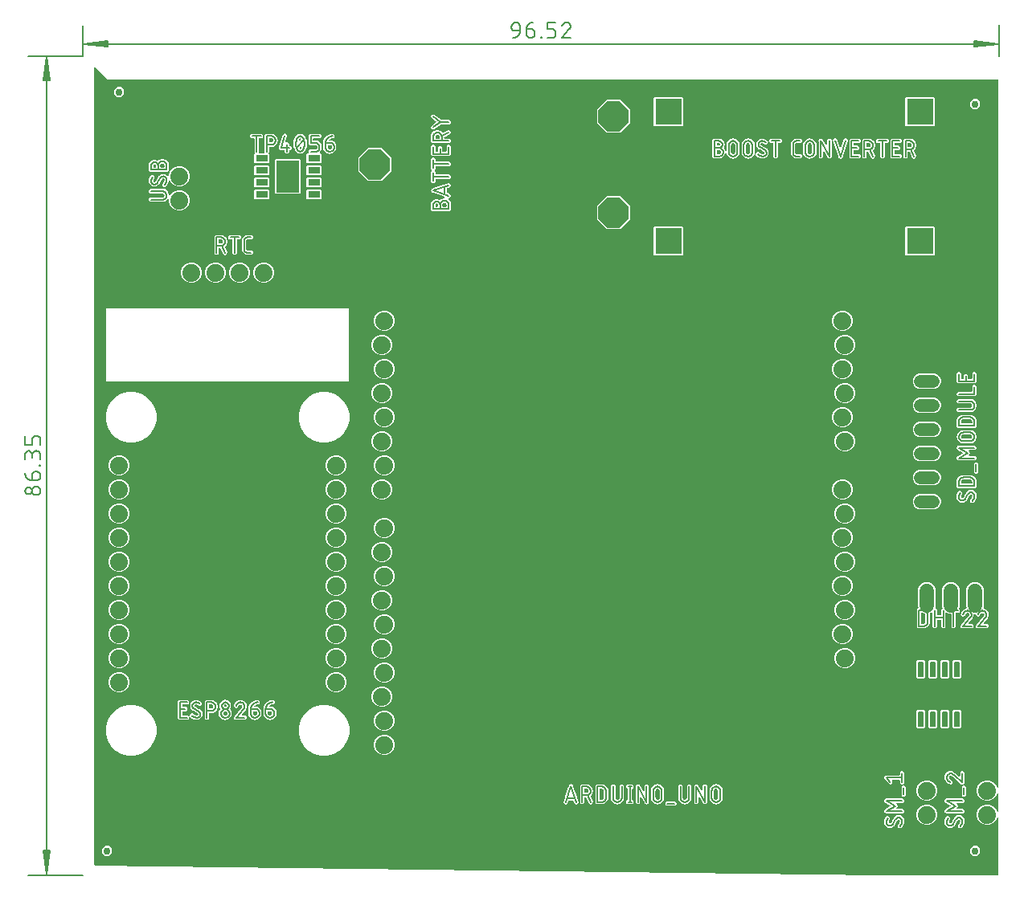
<source format=gbr>
G04 EAGLE Gerber RS-274X export*
G75*
%MOMM*%
%FSLAX34Y34*%
%LPD*%
%INTop Copper*%
%IPPOS*%
%AMOC8*
5,1,8,0,0,1.08239X$1,22.5*%
G01*
%ADD10C,0.152400*%
%ADD11C,0.130000*%
%ADD12C,1.879600*%
%ADD13P,3.409096X8X202.500000*%
%ADD14R,1.300000X0.700000*%
%ADD15R,2.400000X3.400000*%
%ADD16C,1.524000*%
%ADD17C,1.320800*%
%ADD18R,2.800000X2.800000*%
%ADD19C,0.150000*%
%ADD20C,0.756400*%

G36*
X938298Y11942D02*
X938298Y11942D01*
X938317Y11940D01*
X938419Y11962D01*
X938521Y11979D01*
X938538Y11988D01*
X938558Y11992D01*
X938647Y12045D01*
X938738Y12094D01*
X938752Y12108D01*
X938769Y12118D01*
X938836Y12197D01*
X938908Y12272D01*
X938916Y12290D01*
X938929Y12305D01*
X938968Y12401D01*
X939011Y12495D01*
X939013Y12515D01*
X939021Y12533D01*
X939039Y12700D01*
X939039Y72654D01*
X939024Y72751D01*
X939014Y72847D01*
X939004Y72871D01*
X939000Y72897D01*
X938954Y72983D01*
X938914Y73072D01*
X938897Y73091D01*
X938884Y73115D01*
X938814Y73182D01*
X938748Y73253D01*
X938725Y73266D01*
X938706Y73284D01*
X938618Y73325D01*
X938532Y73372D01*
X938507Y73377D01*
X938483Y73388D01*
X938386Y73398D01*
X938290Y73416D01*
X938264Y73412D01*
X938239Y73415D01*
X938143Y73394D01*
X938047Y73380D01*
X938024Y73368D01*
X937998Y73362D01*
X937915Y73312D01*
X937828Y73268D01*
X937809Y73250D01*
X937787Y73236D01*
X937724Y73162D01*
X937656Y73093D01*
X937640Y73064D01*
X937627Y73049D01*
X937615Y73019D01*
X937575Y72946D01*
X936360Y70013D01*
X933287Y66940D01*
X929273Y65277D01*
X924927Y65277D01*
X920913Y66940D01*
X917840Y70013D01*
X916177Y74027D01*
X916177Y78373D01*
X917840Y82387D01*
X920913Y85460D01*
X924927Y87123D01*
X929273Y87123D01*
X933287Y85460D01*
X936360Y82387D01*
X937575Y79454D01*
X937626Y79371D01*
X937672Y79285D01*
X937690Y79267D01*
X937704Y79245D01*
X937780Y79183D01*
X937850Y79116D01*
X937874Y79105D01*
X937894Y79088D01*
X937985Y79053D01*
X938073Y79012D01*
X938099Y79010D01*
X938123Y79000D01*
X938221Y78996D01*
X938317Y78985D01*
X938343Y78991D01*
X938369Y78990D01*
X938463Y79017D01*
X938558Y79038D01*
X938580Y79051D01*
X938605Y79058D01*
X938685Y79114D01*
X938769Y79164D01*
X938786Y79184D01*
X938807Y79199D01*
X938866Y79277D01*
X938929Y79351D01*
X938939Y79375D01*
X938954Y79396D01*
X938984Y79488D01*
X939021Y79579D01*
X939024Y79611D01*
X939030Y79630D01*
X939030Y79663D01*
X939039Y79746D01*
X939039Y98054D01*
X939024Y98151D01*
X939014Y98247D01*
X939004Y98271D01*
X939000Y98297D01*
X938954Y98383D01*
X938914Y98472D01*
X938897Y98491D01*
X938884Y98515D01*
X938814Y98582D01*
X938748Y98653D01*
X938725Y98666D01*
X938706Y98684D01*
X938618Y98725D01*
X938532Y98772D01*
X938507Y98777D01*
X938483Y98788D01*
X938386Y98798D01*
X938290Y98816D01*
X938264Y98812D01*
X938239Y98815D01*
X938143Y98794D01*
X938047Y98780D01*
X938024Y98768D01*
X937998Y98762D01*
X937915Y98712D01*
X937828Y98668D01*
X937809Y98650D01*
X937787Y98636D01*
X937724Y98562D01*
X937656Y98493D01*
X937640Y98464D01*
X937627Y98449D01*
X937615Y98419D01*
X937575Y98346D01*
X936360Y95413D01*
X933287Y92340D01*
X929273Y90677D01*
X924927Y90677D01*
X920913Y92340D01*
X917840Y95413D01*
X916177Y99427D01*
X916177Y103773D01*
X917840Y107787D01*
X920913Y110860D01*
X924927Y112523D01*
X929273Y112523D01*
X933287Y110860D01*
X936360Y107787D01*
X937575Y104854D01*
X937626Y104771D01*
X937672Y104685D01*
X937690Y104667D01*
X937704Y104645D01*
X937780Y104583D01*
X937850Y104516D01*
X937874Y104505D01*
X937894Y104488D01*
X937985Y104453D01*
X938073Y104412D01*
X938099Y104410D01*
X938123Y104400D01*
X938221Y104396D01*
X938317Y104385D01*
X938343Y104391D01*
X938369Y104390D01*
X938463Y104417D01*
X938558Y104438D01*
X938580Y104451D01*
X938605Y104458D01*
X938685Y104514D01*
X938769Y104564D01*
X938786Y104584D01*
X938807Y104599D01*
X938866Y104677D01*
X938929Y104751D01*
X938939Y104775D01*
X938954Y104796D01*
X938984Y104888D01*
X939021Y104979D01*
X939024Y105011D01*
X939030Y105030D01*
X939030Y105063D01*
X939039Y105146D01*
X939039Y850900D01*
X939036Y850920D01*
X939038Y850939D01*
X939016Y851041D01*
X939000Y851143D01*
X938990Y851160D01*
X938986Y851180D01*
X938933Y851269D01*
X938884Y851360D01*
X938870Y851374D01*
X938860Y851391D01*
X938781Y851458D01*
X938706Y851530D01*
X938688Y851538D01*
X938673Y851551D01*
X938577Y851590D01*
X938483Y851633D01*
X938463Y851635D01*
X938445Y851643D01*
X938278Y851661D01*
X315Y851661D01*
X-12162Y864138D01*
X-12220Y864180D01*
X-12272Y864230D01*
X-12319Y864252D01*
X-12361Y864282D01*
X-12430Y864303D01*
X-12495Y864333D01*
X-12547Y864339D01*
X-12597Y864354D01*
X-12668Y864352D01*
X-12739Y864360D01*
X-12790Y864349D01*
X-12842Y864348D01*
X-12910Y864323D01*
X-12980Y864308D01*
X-13024Y864281D01*
X-13073Y864263D01*
X-13129Y864219D01*
X-13191Y864182D01*
X-13225Y864142D01*
X-13265Y864110D01*
X-13304Y864049D01*
X-13351Y863995D01*
X-13370Y863947D01*
X-13398Y863903D01*
X-13416Y863833D01*
X-13443Y863767D01*
X-13451Y863695D01*
X-13459Y863664D01*
X-13457Y863641D01*
X-13461Y863600D01*
X-13461Y23457D01*
X-13459Y23443D01*
X-13461Y23428D01*
X-13439Y23321D01*
X-13422Y23215D01*
X-13415Y23201D01*
X-13412Y23187D01*
X-13357Y23093D01*
X-13306Y22997D01*
X-13296Y22987D01*
X-13288Y22974D01*
X-13207Y22902D01*
X-13128Y22828D01*
X-13115Y22822D01*
X-13103Y22812D01*
X-13003Y22770D01*
X-12905Y22724D01*
X-12890Y22723D01*
X-12876Y22717D01*
X-12710Y22696D01*
X812814Y11939D01*
X812818Y11939D01*
X812824Y11939D01*
X938278Y11939D01*
X938298Y11942D01*
G37*
%LPC*%
G36*
X-263Y532764D02*
X-263Y532764D01*
X-636Y533137D01*
X-636Y609863D01*
X-263Y610236D01*
X254263Y610236D01*
X254636Y609863D01*
X254636Y533137D01*
X254263Y532764D01*
X-263Y532764D01*
G37*
%LPD*%
%LPC*%
G36*
X225089Y138429D02*
X225089Y138429D01*
X218305Y140247D01*
X212224Y143758D01*
X207258Y148724D01*
X203747Y154805D01*
X201929Y161589D01*
X201929Y168611D01*
X203747Y175395D01*
X207258Y181476D01*
X212224Y186442D01*
X218305Y189953D01*
X225089Y191771D01*
X232111Y191771D01*
X238895Y189953D01*
X244976Y186442D01*
X249942Y181476D01*
X253453Y175395D01*
X255271Y168611D01*
X255271Y161589D01*
X253453Y154805D01*
X249942Y148724D01*
X244976Y143758D01*
X238895Y140247D01*
X232111Y138429D01*
X225089Y138429D01*
G37*
%LPD*%
%LPC*%
G36*
X225089Y468629D02*
X225089Y468629D01*
X218305Y470447D01*
X212224Y473958D01*
X207258Y478924D01*
X203747Y485005D01*
X201929Y491789D01*
X201929Y498811D01*
X203747Y505595D01*
X207258Y511676D01*
X212224Y516642D01*
X218305Y520153D01*
X225089Y521971D01*
X232111Y521971D01*
X238895Y520153D01*
X244976Y516642D01*
X249942Y511676D01*
X253453Y505595D01*
X255271Y498811D01*
X255271Y491789D01*
X253453Y485005D01*
X249942Y478924D01*
X244976Y473958D01*
X238895Y470447D01*
X232111Y468629D01*
X225089Y468629D01*
G37*
%LPD*%
%LPC*%
G36*
X21889Y138429D02*
X21889Y138429D01*
X15105Y140247D01*
X9024Y143758D01*
X4058Y148724D01*
X547Y154805D01*
X-1271Y161589D01*
X-1271Y168611D01*
X547Y175395D01*
X4058Y181476D01*
X9024Y186442D01*
X15105Y189953D01*
X21889Y191771D01*
X28911Y191771D01*
X35695Y189953D01*
X41776Y186442D01*
X46742Y181476D01*
X50253Y175395D01*
X52071Y168611D01*
X52071Y161589D01*
X50253Y154805D01*
X46742Y148724D01*
X41776Y143758D01*
X35695Y140247D01*
X28911Y138429D01*
X21889Y138429D01*
G37*
%LPD*%
%LPC*%
G36*
X21889Y468629D02*
X21889Y468629D01*
X15105Y470447D01*
X9024Y473958D01*
X4058Y478924D01*
X547Y485005D01*
X-1271Y491789D01*
X-1271Y498811D01*
X547Y505595D01*
X4058Y511676D01*
X9024Y516642D01*
X15105Y520153D01*
X21889Y521971D01*
X28911Y521971D01*
X35695Y520153D01*
X41776Y516642D01*
X46742Y511676D01*
X50253Y505595D01*
X52071Y498811D01*
X52071Y491789D01*
X50253Y485005D01*
X46742Y478924D01*
X41776Y473958D01*
X35695Y470447D01*
X28911Y468629D01*
X21889Y468629D01*
G37*
%LPD*%
%LPC*%
G36*
X854356Y272795D02*
X854356Y272795D01*
X853016Y274135D01*
X853016Y292285D01*
X854575Y293844D01*
X854620Y293906D01*
X854647Y293934D01*
X854657Y293958D01*
X854713Y294033D01*
X854715Y294039D01*
X854719Y294044D01*
X854753Y294155D01*
X854789Y294267D01*
X854789Y294273D01*
X854791Y294279D01*
X854788Y294396D01*
X854787Y294512D01*
X854785Y294520D01*
X854785Y294525D01*
X854778Y294542D01*
X854740Y294674D01*
X854455Y295361D01*
X854455Y314239D01*
X855847Y317600D01*
X858420Y320173D01*
X861781Y321565D01*
X865419Y321565D01*
X868780Y320173D01*
X871353Y317600D01*
X872745Y314239D01*
X872745Y295361D01*
X872462Y294677D01*
X872451Y294633D01*
X872432Y294591D01*
X872423Y294514D01*
X872405Y294438D01*
X872410Y294392D01*
X872405Y294347D01*
X872421Y294270D01*
X872428Y294193D01*
X872447Y294151D01*
X872457Y294106D01*
X872497Y294039D01*
X872528Y293968D01*
X872560Y293934D01*
X872583Y293895D01*
X872642Y293844D01*
X872695Y293787D01*
X872735Y293765D01*
X872770Y293735D01*
X872842Y293706D01*
X874263Y292285D01*
X874263Y287161D01*
X874266Y287141D01*
X874264Y287122D01*
X874286Y287020D01*
X874303Y286918D01*
X874312Y286901D01*
X874316Y286881D01*
X874370Y286792D01*
X874418Y286701D01*
X874432Y286687D01*
X874443Y286670D01*
X874521Y286603D01*
X874596Y286532D01*
X874614Y286523D01*
X874629Y286510D01*
X874726Y286471D01*
X874819Y286428D01*
X874839Y286426D01*
X874858Y286418D01*
X875024Y286400D01*
X877959Y286400D01*
X877979Y286403D01*
X877999Y286401D01*
X878100Y286423D01*
X878202Y286440D01*
X878220Y286449D01*
X878239Y286453D01*
X878328Y286506D01*
X878420Y286555D01*
X878433Y286569D01*
X878450Y286579D01*
X878518Y286658D01*
X878589Y286733D01*
X878597Y286751D01*
X878610Y286766D01*
X878649Y286862D01*
X878693Y286956D01*
X878695Y286976D01*
X878702Y286994D01*
X878721Y287161D01*
X878721Y292285D01*
X880064Y293629D01*
X880132Y293724D01*
X880202Y293817D01*
X880204Y293823D01*
X880208Y293828D01*
X880242Y293940D01*
X880278Y294051D01*
X880278Y294058D01*
X880280Y294064D01*
X880277Y294180D01*
X880276Y294297D01*
X880274Y294304D01*
X880274Y294309D01*
X880267Y294327D01*
X880229Y294458D01*
X879855Y295361D01*
X879855Y314239D01*
X881247Y317600D01*
X883820Y320173D01*
X887181Y321565D01*
X890819Y321565D01*
X894180Y320173D01*
X896753Y317600D01*
X898145Y314239D01*
X898145Y295361D01*
X897515Y293840D01*
X897507Y293807D01*
X897507Y293806D01*
X897488Y293726D01*
X897459Y293612D01*
X897460Y293606D01*
X897458Y293600D01*
X897469Y293484D01*
X897478Y293367D01*
X897481Y293362D01*
X897481Y293355D01*
X897529Y293248D01*
X897575Y293141D01*
X897579Y293135D01*
X897581Y293131D01*
X897594Y293117D01*
X897680Y293010D01*
X898404Y292285D01*
X898404Y290391D01*
X897065Y289051D01*
X894650Y289051D01*
X894630Y289048D01*
X894611Y289050D01*
X894509Y289028D01*
X894407Y289012D01*
X894390Y289002D01*
X894370Y288998D01*
X894281Y288945D01*
X894190Y288896D01*
X894176Y288882D01*
X894159Y288872D01*
X894092Y288793D01*
X894021Y288718D01*
X894012Y288700D01*
X893999Y288685D01*
X893960Y288589D01*
X893917Y288495D01*
X893915Y288475D01*
X893907Y288457D01*
X893889Y288290D01*
X893889Y274135D01*
X892549Y272795D01*
X890655Y272795D01*
X889315Y274135D01*
X889315Y287274D01*
X889312Y287294D01*
X889314Y287313D01*
X889292Y287415D01*
X889276Y287517D01*
X889266Y287534D01*
X889262Y287554D01*
X889209Y287643D01*
X889161Y287734D01*
X889146Y287748D01*
X889136Y287765D01*
X889057Y287832D01*
X888982Y287904D01*
X888964Y287912D01*
X888949Y287925D01*
X888853Y287964D01*
X888759Y288007D01*
X888739Y288009D01*
X888721Y288017D01*
X888554Y288035D01*
X887181Y288035D01*
X884347Y289209D01*
X884302Y289220D01*
X884260Y289239D01*
X884183Y289248D01*
X884107Y289265D01*
X884062Y289261D01*
X884016Y289266D01*
X883940Y289250D01*
X883862Y289242D01*
X883820Y289224D01*
X883776Y289214D01*
X883709Y289174D01*
X883638Y289142D01*
X883604Y289111D01*
X883564Y289088D01*
X883514Y289029D01*
X883457Y288976D01*
X883434Y288936D01*
X883405Y288901D01*
X883375Y288829D01*
X883338Y288760D01*
X883330Y288715D01*
X883313Y288673D01*
X883298Y288537D01*
X883294Y288518D01*
X883295Y288513D01*
X883294Y288506D01*
X883294Y274135D01*
X881955Y272795D01*
X880060Y272795D01*
X878721Y274135D01*
X878721Y281065D01*
X878717Y281085D01*
X878720Y281105D01*
X878698Y281206D01*
X878681Y281308D01*
X878672Y281325D01*
X878667Y281345D01*
X878614Y281434D01*
X878566Y281525D01*
X878551Y281539D01*
X878541Y281556D01*
X878462Y281623D01*
X878387Y281695D01*
X878369Y281703D01*
X878354Y281716D01*
X878258Y281755D01*
X878164Y281798D01*
X878145Y281800D01*
X878126Y281808D01*
X877959Y281826D01*
X875024Y281826D01*
X875005Y281823D01*
X874985Y281825D01*
X874884Y281803D01*
X874782Y281787D01*
X874764Y281777D01*
X874744Y281773D01*
X874655Y281720D01*
X874564Y281672D01*
X874550Y281657D01*
X874533Y281647D01*
X874466Y281568D01*
X874395Y281493D01*
X874386Y281475D01*
X874373Y281460D01*
X874335Y281364D01*
X874291Y281270D01*
X874289Y281250D01*
X874282Y281232D01*
X874263Y281065D01*
X874263Y274135D01*
X872924Y272795D01*
X871029Y272795D01*
X869690Y274135D01*
X869690Y288665D01*
X869682Y288710D01*
X869684Y288756D01*
X869662Y288831D01*
X869650Y288908D01*
X869628Y288948D01*
X869616Y288992D01*
X869571Y289056D01*
X869535Y289125D01*
X869502Y289157D01*
X869475Y289194D01*
X869413Y289241D01*
X869356Y289294D01*
X869315Y289314D01*
X869278Y289341D01*
X869204Y289365D01*
X869133Y289398D01*
X869088Y289403D01*
X869044Y289417D01*
X868966Y289417D01*
X868889Y289425D01*
X868844Y289415D01*
X868798Y289415D01*
X868667Y289377D01*
X868649Y289373D01*
X868644Y289370D01*
X868637Y289368D01*
X867091Y288728D01*
X866991Y288666D01*
X866891Y288606D01*
X866887Y288601D01*
X866882Y288598D01*
X866807Y288508D01*
X866731Y288419D01*
X866729Y288413D01*
X866725Y288409D01*
X866683Y288301D01*
X866639Y288191D01*
X866638Y288184D01*
X866637Y288179D01*
X866636Y288161D01*
X866621Y288024D01*
X866621Y277775D01*
X864798Y274618D01*
X861641Y272795D01*
X854356Y272795D01*
G37*
%LPD*%
%LPC*%
G36*
X177868Y730775D02*
X177868Y730775D01*
X176975Y731668D01*
X176975Y766932D01*
X177868Y767825D01*
X203132Y767825D01*
X204025Y766932D01*
X204025Y731668D01*
X203132Y730775D01*
X177868Y730775D01*
G37*
%LPD*%
%LPC*%
G36*
X274785Y744727D02*
X274785Y744727D01*
X264667Y754845D01*
X264667Y769155D01*
X274785Y779273D01*
X289095Y779273D01*
X299213Y769155D01*
X299213Y754845D01*
X289095Y744727D01*
X274785Y744727D01*
G37*
%LPD*%
%LPC*%
G36*
X526245Y795527D02*
X526245Y795527D01*
X516127Y805645D01*
X516127Y819955D01*
X526245Y830073D01*
X540555Y830073D01*
X550673Y819955D01*
X550673Y805645D01*
X540555Y795527D01*
X526245Y795527D01*
G37*
%LPD*%
%LPC*%
G36*
X526245Y693927D02*
X526245Y693927D01*
X516127Y704045D01*
X516127Y718355D01*
X526245Y728473D01*
X540555Y728473D01*
X550673Y718355D01*
X550673Y704045D01*
X540555Y693927D01*
X526245Y693927D01*
G37*
%LPD*%
%LPC*%
G36*
X841668Y801875D02*
X841668Y801875D01*
X840775Y802768D01*
X840775Y832032D01*
X841668Y832925D01*
X870932Y832925D01*
X871825Y832032D01*
X871825Y802768D01*
X870932Y801875D01*
X841668Y801875D01*
G37*
%LPD*%
%LPC*%
G36*
X576868Y801875D02*
X576868Y801875D01*
X575975Y802768D01*
X575975Y832032D01*
X576868Y832925D01*
X606132Y832925D01*
X607025Y832032D01*
X607025Y802768D01*
X606132Y801875D01*
X576868Y801875D01*
G37*
%LPD*%
%LPC*%
G36*
X576868Y665675D02*
X576868Y665675D01*
X575975Y666568D01*
X575975Y695832D01*
X576868Y696725D01*
X606132Y696725D01*
X607025Y695832D01*
X607025Y666568D01*
X606132Y665675D01*
X576868Y665675D01*
G37*
%LPD*%
%LPC*%
G36*
X841668Y665675D02*
X841668Y665675D01*
X840775Y666568D01*
X840775Y695832D01*
X841668Y696725D01*
X870932Y696725D01*
X871825Y695832D01*
X871825Y666568D01*
X870932Y665675D01*
X841668Y665675D01*
G37*
%LPD*%
%LPC*%
G36*
X916469Y272741D02*
X916469Y272741D01*
X916410Y272754D01*
X916395Y272760D01*
X915777Y273378D01*
X915759Y273391D01*
X915732Y273419D01*
X915068Y273984D01*
X915059Y274019D01*
X915026Y274070D01*
X915020Y274085D01*
X915020Y274959D01*
X915017Y274981D01*
X915018Y275020D01*
X914947Y275889D01*
X914966Y275920D01*
X914979Y275979D01*
X914985Y275994D01*
X915603Y276612D01*
X915616Y276630D01*
X915644Y276657D01*
X922543Y284772D01*
X922557Y284797D01*
X922560Y284799D01*
X922563Y284806D01*
X922569Y284817D01*
X922604Y284855D01*
X922632Y284921D01*
X922670Y284983D01*
X922681Y285034D01*
X922701Y285081D01*
X922704Y285100D01*
X923290Y285658D01*
X923307Y285680D01*
X923345Y285717D01*
X923659Y286085D01*
X923674Y286111D01*
X923696Y286132D01*
X923778Y286278D01*
X923963Y286709D01*
X923970Y286740D01*
X923985Y286768D01*
X924020Y286932D01*
X924047Y287197D01*
X924047Y287201D01*
X924048Y287206D01*
X924047Y287240D01*
X924051Y287274D01*
X924046Y287305D01*
X924045Y287373D01*
X924010Y287636D01*
X923991Y287699D01*
X923982Y287764D01*
X923949Y287840D01*
X923939Y287872D01*
X923928Y287888D01*
X923915Y287918D01*
X923652Y288373D01*
X923579Y288461D01*
X923508Y288552D01*
X923500Y288558D01*
X923496Y288563D01*
X923477Y288575D01*
X923373Y288652D01*
X922918Y288915D01*
X922856Y288938D01*
X922799Y288970D01*
X922718Y288990D01*
X922687Y289002D01*
X922668Y289002D01*
X922636Y289010D01*
X922373Y289045D01*
X922368Y289045D01*
X922362Y289046D01*
X922194Y289047D01*
X921742Y289000D01*
X921708Y288990D01*
X921672Y288989D01*
X921512Y288938D01*
X920686Y288570D01*
X920623Y288528D01*
X920555Y288495D01*
X920507Y288452D01*
X920480Y288435D01*
X920465Y288414D01*
X920430Y288383D01*
X919825Y287711D01*
X919806Y287681D01*
X919780Y287656D01*
X919695Y287511D01*
X919511Y287095D01*
X919504Y287069D01*
X919482Y287021D01*
X919191Y286120D01*
X917503Y285258D01*
X915701Y285842D01*
X914793Y287620D01*
X914741Y287690D01*
X914697Y287765D01*
X914669Y287789D01*
X914647Y287818D01*
X914576Y287868D01*
X914510Y287925D01*
X914476Y287939D01*
X914446Y287960D01*
X914362Y287984D01*
X914282Y288017D01*
X914235Y288022D01*
X914210Y288029D01*
X914179Y288028D01*
X914115Y288035D01*
X913755Y288035D01*
X913735Y288032D01*
X913715Y288034D01*
X913614Y288012D01*
X913512Y287996D01*
X913494Y287986D01*
X913475Y287982D01*
X913386Y287929D01*
X913295Y287880D01*
X913281Y287866D01*
X913264Y287856D01*
X913196Y287777D01*
X913125Y287702D01*
X913117Y287684D01*
X913104Y287669D01*
X913065Y287572D01*
X913022Y287479D01*
X913019Y287459D01*
X913012Y287441D01*
X912994Y287274D01*
X912994Y285909D01*
X911918Y283399D01*
X911045Y282568D01*
X911029Y282546D01*
X910990Y282510D01*
X907687Y278623D01*
X907666Y278588D01*
X907637Y278558D01*
X907602Y278483D01*
X907560Y278412D01*
X907551Y278372D01*
X907534Y278335D01*
X907525Y278253D01*
X907507Y278172D01*
X907511Y278131D01*
X907507Y278091D01*
X907524Y278010D01*
X907533Y277928D01*
X907550Y277890D01*
X907559Y277850D01*
X907601Y277779D01*
X907636Y277704D01*
X907664Y277674D01*
X907685Y277639D01*
X907748Y277585D01*
X907804Y277525D01*
X907841Y277506D01*
X907872Y277479D01*
X907949Y277448D01*
X908021Y277409D01*
X908062Y277403D01*
X908100Y277387D01*
X908259Y277370D01*
X908264Y277369D01*
X908265Y277369D01*
X908267Y277369D01*
X911654Y277369D01*
X912994Y276029D01*
X912994Y274135D01*
X911654Y272795D01*
X901799Y272795D01*
X901777Y272792D01*
X901738Y272793D01*
X900869Y272722D01*
X900838Y272741D01*
X900779Y272754D01*
X900764Y272760D01*
X900146Y273378D01*
X900128Y273391D01*
X900101Y273419D01*
X899437Y273984D01*
X899428Y274019D01*
X899395Y274070D01*
X899389Y274085D01*
X899389Y274959D01*
X899385Y274981D01*
X899386Y275020D01*
X899316Y275889D01*
X899335Y275920D01*
X899348Y275979D01*
X899354Y275994D01*
X899971Y276612D01*
X899985Y276630D01*
X900013Y276657D01*
X906911Y284772D01*
X906926Y284797D01*
X906929Y284799D01*
X906932Y284806D01*
X906938Y284817D01*
X906972Y284855D01*
X907001Y284921D01*
X907038Y284983D01*
X907049Y285034D01*
X907070Y285081D01*
X907072Y285100D01*
X907659Y285658D01*
X907675Y285680D01*
X907714Y285716D01*
X908027Y286085D01*
X908043Y286111D01*
X908064Y286133D01*
X908147Y286278D01*
X908332Y286709D01*
X908339Y286740D01*
X908354Y286768D01*
X908389Y286932D01*
X908416Y287197D01*
X908416Y287201D01*
X908417Y287206D01*
X908416Y287240D01*
X908420Y287274D01*
X908415Y287305D01*
X908414Y287373D01*
X908379Y287636D01*
X908360Y287699D01*
X908351Y287764D01*
X908317Y287840D01*
X908308Y287872D01*
X908297Y287888D01*
X908283Y287918D01*
X908020Y288373D01*
X907948Y288461D01*
X907877Y288552D01*
X907869Y288558D01*
X907865Y288563D01*
X907846Y288575D01*
X907742Y288652D01*
X907286Y288915D01*
X907225Y288938D01*
X907168Y288970D01*
X907087Y288990D01*
X907056Y289002D01*
X907037Y289002D01*
X907005Y289010D01*
X906742Y289045D01*
X906736Y289045D01*
X906731Y289046D01*
X906563Y289047D01*
X906111Y289000D01*
X906076Y288990D01*
X906041Y288989D01*
X905881Y288938D01*
X905055Y288570D01*
X904992Y288528D01*
X904924Y288495D01*
X904875Y288452D01*
X904849Y288435D01*
X904833Y288414D01*
X904799Y288383D01*
X904194Y287711D01*
X904175Y287681D01*
X904149Y287656D01*
X904064Y287511D01*
X903880Y287095D01*
X903873Y287069D01*
X903851Y287021D01*
X903559Y286120D01*
X901872Y285258D01*
X900070Y285842D01*
X899208Y287529D01*
X899500Y288430D01*
X899992Y289950D01*
X902128Y292325D01*
X905153Y293672D01*
X905161Y293678D01*
X905170Y293680D01*
X905240Y293729D01*
X905291Y293756D01*
X905310Y293776D01*
X905358Y293807D01*
X905364Y293815D01*
X905372Y293821D01*
X905440Y293912D01*
X905444Y293917D01*
X905461Y293934D01*
X905465Y293944D01*
X905510Y294001D01*
X905513Y294010D01*
X905519Y294018D01*
X905554Y294126D01*
X905592Y294233D01*
X905592Y294243D01*
X905595Y294252D01*
X905594Y294366D01*
X905596Y294479D01*
X905593Y294488D01*
X905593Y294498D01*
X905546Y294659D01*
X905255Y295361D01*
X905255Y314239D01*
X906647Y317600D01*
X909220Y320173D01*
X912581Y321565D01*
X916219Y321565D01*
X919580Y320173D01*
X922153Y317600D01*
X923545Y314239D01*
X923545Y295361D01*
X923262Y294677D01*
X923251Y294633D01*
X923232Y294591D01*
X923223Y294514D01*
X923205Y294438D01*
X923210Y294392D01*
X923205Y294347D01*
X923221Y294270D01*
X923228Y294193D01*
X923247Y294151D01*
X923257Y294106D01*
X923297Y294039D01*
X923328Y293968D01*
X923360Y293934D01*
X923383Y293895D01*
X923442Y293844D01*
X923495Y293787D01*
X923535Y293765D01*
X923570Y293735D01*
X923642Y293706D01*
X923710Y293669D01*
X923756Y293660D01*
X923798Y293643D01*
X923934Y293628D01*
X923952Y293625D01*
X923957Y293626D01*
X923965Y293625D01*
X923976Y293625D01*
X926923Y291923D01*
X928625Y288976D01*
X928625Y285909D01*
X927549Y283399D01*
X926677Y282568D01*
X926660Y282546D01*
X926622Y282510D01*
X923318Y278623D01*
X923297Y278588D01*
X923268Y278558D01*
X923234Y278483D01*
X923191Y278412D01*
X923182Y278372D01*
X923165Y278335D01*
X923156Y278253D01*
X923138Y278172D01*
X923142Y278131D01*
X923138Y278091D01*
X923155Y278010D01*
X923164Y277928D01*
X923181Y277890D01*
X923190Y277850D01*
X923232Y277779D01*
X923267Y277704D01*
X923295Y277674D01*
X923316Y277639D01*
X923379Y277585D01*
X923436Y277525D01*
X923472Y277506D01*
X923503Y277479D01*
X923580Y277448D01*
X923653Y277409D01*
X923693Y277403D01*
X923731Y277387D01*
X923890Y277370D01*
X923895Y277369D01*
X923896Y277369D01*
X923898Y277369D01*
X927285Y277369D01*
X928625Y276029D01*
X928625Y274135D01*
X927285Y272795D01*
X917430Y272795D01*
X917408Y272792D01*
X917369Y272793D01*
X916500Y272722D01*
X916469Y272741D01*
G37*
%LPD*%
%LPC*%
G36*
X74027Y712977D02*
X74027Y712977D01*
X70013Y714640D01*
X66940Y717713D01*
X65277Y721727D01*
X65277Y724401D01*
X65275Y724413D01*
X65277Y724425D01*
X65255Y724534D01*
X65238Y724644D01*
X65232Y724654D01*
X65230Y724666D01*
X65174Y724763D01*
X65122Y724861D01*
X65114Y724869D01*
X65108Y724880D01*
X65025Y724954D01*
X64944Y725031D01*
X64933Y725036D01*
X64924Y725044D01*
X64822Y725087D01*
X64721Y725134D01*
X64709Y725135D01*
X64698Y725140D01*
X64587Y725149D01*
X64477Y725161D01*
X64465Y725159D01*
X64453Y725160D01*
X64345Y725133D01*
X64236Y725109D01*
X64226Y725103D01*
X64214Y725100D01*
X64069Y725017D01*
X60433Y722375D01*
X45535Y722375D01*
X44195Y723715D01*
X44195Y725609D01*
X45535Y726949D01*
X58222Y726949D01*
X58255Y726954D01*
X58342Y726958D01*
X58795Y727030D01*
X58885Y727060D01*
X58978Y727083D01*
X59009Y727101D01*
X59029Y727107D01*
X59055Y727127D01*
X59123Y727166D01*
X59857Y727699D01*
X59880Y727722D01*
X59907Y727738D01*
X59966Y727809D01*
X60030Y727874D01*
X60044Y727902D01*
X60065Y727927D01*
X60134Y728080D01*
X60414Y728942D01*
X60419Y728974D01*
X60431Y729003D01*
X60437Y729095D01*
X60451Y729185D01*
X60446Y729217D01*
X60448Y729248D01*
X60414Y729413D01*
X60134Y730275D01*
X60119Y730304D01*
X60112Y730335D01*
X60063Y730412D01*
X60021Y730494D01*
X59998Y730516D01*
X59981Y730543D01*
X59857Y730656D01*
X59123Y731189D01*
X59102Y731200D01*
X59091Y731210D01*
X59050Y731226D01*
X59038Y731232D01*
X58957Y731281D01*
X58922Y731290D01*
X58904Y731300D01*
X58871Y731304D01*
X58795Y731325D01*
X58342Y731397D01*
X58309Y731397D01*
X58222Y731406D01*
X56960Y731406D01*
X45535Y731406D01*
X44195Y732746D01*
X44195Y734640D01*
X45535Y735980D01*
X59485Y735980D01*
X60433Y735980D01*
X64009Y733382D01*
X65260Y729532D01*
X65265Y729522D01*
X65266Y729518D01*
X65274Y729504D01*
X65306Y729442D01*
X65347Y729349D01*
X65362Y729333D01*
X65372Y729313D01*
X65445Y729243D01*
X65514Y729168D01*
X65533Y729158D01*
X65549Y729142D01*
X65641Y729099D01*
X65729Y729050D01*
X65751Y729046D01*
X65771Y729036D01*
X65872Y729024D01*
X65971Y729006D01*
X65993Y729009D01*
X66015Y729007D01*
X66114Y729027D01*
X66215Y729042D01*
X66234Y729052D01*
X66256Y729056D01*
X66344Y729107D01*
X66434Y729153D01*
X66449Y729169D01*
X66469Y729180D01*
X66535Y729257D01*
X66606Y729329D01*
X66619Y729353D01*
X66630Y729366D01*
X66643Y729396D01*
X66687Y729476D01*
X66940Y730087D01*
X70013Y733160D01*
X74027Y734823D01*
X78373Y734823D01*
X82387Y733160D01*
X85460Y730087D01*
X87123Y726073D01*
X87123Y721727D01*
X85460Y717713D01*
X82387Y714640D01*
X78373Y712977D01*
X74027Y712977D01*
G37*
%LPD*%
%LPC*%
G36*
X59524Y738011D02*
X59524Y738011D01*
X58190Y739356D01*
X58198Y741250D01*
X58870Y741917D01*
X58886Y741938D01*
X58921Y741972D01*
X59496Y742669D01*
X59511Y742693D01*
X59531Y742714D01*
X59612Y742861D01*
X60304Y744520D01*
X60310Y744548D01*
X60324Y744574D01*
X60359Y744738D01*
X60448Y745637D01*
X60447Y745640D01*
X60448Y745644D01*
X60445Y745811D01*
X60426Y745957D01*
X60407Y746020D01*
X60397Y746085D01*
X60364Y746161D01*
X60354Y746193D01*
X60343Y746209D01*
X60330Y746239D01*
X60184Y746492D01*
X60111Y746580D01*
X60041Y746671D01*
X60032Y746677D01*
X60028Y746682D01*
X60009Y746694D01*
X59905Y746770D01*
X59652Y746916D01*
X59591Y746940D01*
X59534Y746972D01*
X59453Y746992D01*
X59422Y747003D01*
X59403Y747004D01*
X59371Y747012D01*
X59225Y747031D01*
X59209Y747031D01*
X59195Y747034D01*
X59160Y747034D01*
X59126Y747038D01*
X59094Y747033D01*
X59027Y747031D01*
X58868Y747010D01*
X58806Y746992D01*
X58742Y746983D01*
X58664Y746949D01*
X58632Y746940D01*
X58617Y746929D01*
X58589Y746916D01*
X58312Y746758D01*
X58262Y746718D01*
X58206Y746686D01*
X58146Y746624D01*
X58121Y746603D01*
X58111Y746588D01*
X58089Y746566D01*
X57997Y746447D01*
X57981Y746418D01*
X57929Y746343D01*
X55839Y742513D01*
X55813Y742438D01*
X55779Y742368D01*
X55773Y742323D01*
X55769Y742313D01*
X55251Y741434D01*
X55248Y741425D01*
X55239Y741412D01*
X54749Y740513D01*
X54715Y740487D01*
X54679Y740439D01*
X54658Y740419D01*
X54645Y740394D01*
X54614Y740353D01*
X54422Y740027D01*
X51676Y738458D01*
X48514Y738458D01*
X45776Y740039D01*
X44195Y742777D01*
X44195Y745828D01*
X45125Y748617D01*
X46007Y749793D01*
X46576Y750551D01*
X48451Y750819D01*
X49967Y749682D01*
X50234Y747807D01*
X49666Y747049D01*
X49656Y747029D01*
X49631Y746999D01*
X49312Y746493D01*
X49309Y746485D01*
X49304Y746479D01*
X49233Y746327D01*
X48856Y745195D01*
X48855Y745187D01*
X48851Y745180D01*
X48819Y745015D01*
X48771Y744418D01*
X48772Y744406D01*
X48773Y744391D01*
X48769Y744357D01*
X48774Y744326D01*
X48775Y744258D01*
X48795Y744112D01*
X48813Y744049D01*
X48823Y743984D01*
X48856Y743908D01*
X48866Y743876D01*
X48877Y743860D01*
X48890Y743831D01*
X49036Y743578D01*
X49109Y743488D01*
X49180Y743398D01*
X49188Y743392D01*
X49192Y743387D01*
X49211Y743375D01*
X49315Y743299D01*
X49568Y743153D01*
X49629Y743130D01*
X49686Y743097D01*
X49767Y743077D01*
X49798Y743066D01*
X49817Y743065D01*
X49849Y743057D01*
X49995Y743038D01*
X50010Y743039D01*
X50025Y743035D01*
X50193Y743038D01*
X50352Y743059D01*
X50414Y743077D01*
X50478Y743086D01*
X50556Y743120D01*
X50588Y743130D01*
X50603Y743140D01*
X50632Y743153D01*
X50908Y743311D01*
X50958Y743351D01*
X51014Y743383D01*
X51074Y743445D01*
X51099Y743466D01*
X51109Y743481D01*
X51131Y743503D01*
X51223Y743622D01*
X51239Y743651D01*
X51291Y743726D01*
X53381Y747556D01*
X53407Y747631D01*
X53441Y747702D01*
X53447Y747746D01*
X53451Y747757D01*
X53969Y748635D01*
X53972Y748645D01*
X53981Y748657D01*
X54471Y749556D01*
X54505Y749582D01*
X54541Y749630D01*
X54562Y749651D01*
X54575Y749675D01*
X54606Y749716D01*
X54798Y750042D01*
X57544Y751611D01*
X60706Y751611D01*
X63444Y750030D01*
X63857Y749316D01*
X63887Y749278D01*
X63910Y749236D01*
X63965Y749184D01*
X64013Y749125D01*
X64053Y749100D01*
X64088Y749067D01*
X64157Y749035D01*
X64221Y748994D01*
X64268Y748983D01*
X64311Y748963D01*
X64386Y748955D01*
X64460Y748937D01*
X64508Y748941D01*
X64555Y748936D01*
X64630Y748952D01*
X64705Y748959D01*
X64749Y748978D01*
X64796Y748988D01*
X64861Y749027D01*
X64930Y749058D01*
X64966Y749090D01*
X65007Y749114D01*
X65056Y749172D01*
X65112Y749223D01*
X65136Y749265D01*
X65167Y749301D01*
X65195Y749372D01*
X65232Y749438D01*
X65241Y749485D01*
X65259Y749529D01*
X65273Y749658D01*
X65277Y749680D01*
X65276Y749686D01*
X65277Y749696D01*
X65277Y751473D01*
X66940Y755487D01*
X70013Y758560D01*
X74027Y760223D01*
X78373Y760223D01*
X82387Y758560D01*
X85460Y755487D01*
X87123Y751473D01*
X87123Y747127D01*
X85460Y743113D01*
X82387Y740040D01*
X78373Y738377D01*
X74027Y738377D01*
X70013Y740040D01*
X66940Y743113D01*
X66489Y744201D01*
X66438Y744284D01*
X66392Y744370D01*
X66374Y744388D01*
X66360Y744410D01*
X66284Y744473D01*
X66214Y744539D01*
X66190Y744550D01*
X66170Y744567D01*
X66079Y744602D01*
X65991Y744643D01*
X65965Y744646D01*
X65941Y744655D01*
X65843Y744659D01*
X65747Y744670D01*
X65721Y744665D01*
X65695Y744666D01*
X65601Y744639D01*
X65506Y744618D01*
X65484Y744605D01*
X65459Y744597D01*
X65379Y744542D01*
X65295Y744492D01*
X65278Y744472D01*
X65257Y744457D01*
X65198Y744379D01*
X65135Y744305D01*
X65125Y744281D01*
X65110Y744260D01*
X65080Y744167D01*
X65043Y744077D01*
X65040Y744044D01*
X65034Y744026D01*
X65034Y743993D01*
X65025Y743910D01*
X65025Y743728D01*
X63499Y740066D01*
X62090Y738670D01*
X61418Y738003D01*
X59524Y738011D01*
G37*
%LPD*%
%LPC*%
G36*
X655315Y769111D02*
X655315Y769111D01*
X652717Y772687D01*
X652717Y772998D01*
X652716Y773002D01*
X652717Y773006D01*
X652696Y773125D01*
X652677Y773241D01*
X652675Y773244D01*
X652675Y773248D01*
X652617Y773355D01*
X652562Y773458D01*
X652559Y773461D01*
X652557Y773465D01*
X652469Y773547D01*
X652384Y773628D01*
X652380Y773629D01*
X652377Y773632D01*
X652268Y773681D01*
X652161Y773731D01*
X652157Y773732D01*
X652153Y773733D01*
X652034Y773745D01*
X651916Y773758D01*
X651912Y773758D01*
X651908Y773758D01*
X651791Y773731D01*
X651676Y773706D01*
X651672Y773704D01*
X651668Y773703D01*
X651566Y773641D01*
X651465Y773580D01*
X651462Y773577D01*
X651459Y773575D01*
X651382Y773483D01*
X651305Y773393D01*
X651303Y773389D01*
X651301Y773386D01*
X651232Y773234D01*
X650406Y770693D01*
X646830Y768095D01*
X643358Y768095D01*
X643357Y768095D01*
X639157Y768095D01*
X637818Y769435D01*
X637818Y787585D01*
X639157Y788925D01*
X646537Y788925D01*
X649638Y786671D01*
X650823Y783026D01*
X649883Y780132D01*
X649879Y780109D01*
X649869Y780087D01*
X649861Y779988D01*
X649845Y779889D01*
X649850Y779866D01*
X649847Y779842D01*
X649871Y779745D01*
X649888Y779647D01*
X649899Y779626D01*
X649905Y779603D01*
X649957Y779518D01*
X650005Y779431D01*
X650023Y779414D01*
X650035Y779394D01*
X650159Y779281D01*
X650406Y779102D01*
X651232Y776561D01*
X651234Y776558D01*
X651234Y776554D01*
X651290Y776449D01*
X651344Y776343D01*
X651347Y776340D01*
X651349Y776337D01*
X651435Y776255D01*
X651521Y776172D01*
X651525Y776170D01*
X651528Y776167D01*
X651636Y776117D01*
X651743Y776066D01*
X651747Y776065D01*
X651751Y776064D01*
X651868Y776051D01*
X651987Y776036D01*
X651991Y776037D01*
X651995Y776036D01*
X652112Y776062D01*
X652228Y776086D01*
X652231Y776088D01*
X652235Y776089D01*
X652339Y776150D01*
X652441Y776210D01*
X652443Y776213D01*
X652447Y776215D01*
X652525Y776306D01*
X652602Y776395D01*
X652604Y776399D01*
X652607Y776402D01*
X652652Y776514D01*
X652697Y776622D01*
X652697Y776626D01*
X652698Y776630D01*
X652717Y776797D01*
X652717Y784333D01*
X655315Y787909D01*
X659519Y789275D01*
X663723Y787909D01*
X666321Y784333D01*
X666321Y783385D01*
X666321Y772687D01*
X663723Y769111D01*
X659519Y767745D01*
X655315Y769111D01*
G37*
%LPD*%
%LPC*%
G36*
X155868Y763325D02*
X155868Y763325D01*
X154975Y764218D01*
X154975Y772482D01*
X155661Y773168D01*
X155673Y773184D01*
X155689Y773196D01*
X155744Y773283D01*
X155805Y773367D01*
X155811Y773386D01*
X155822Y773403D01*
X155847Y773504D01*
X155877Y773602D01*
X155877Y773622D01*
X155882Y773642D01*
X155874Y773745D01*
X155871Y773848D01*
X155864Y773867D01*
X155863Y773887D01*
X155822Y773982D01*
X155786Y774079D01*
X155774Y774095D01*
X155766Y774113D01*
X155661Y774244D01*
X155391Y774515D01*
X155391Y788670D01*
X155388Y788690D01*
X155390Y788709D01*
X155368Y788811D01*
X155351Y788913D01*
X155342Y788930D01*
X155338Y788950D01*
X155284Y789039D01*
X155236Y789130D01*
X155222Y789144D01*
X155211Y789161D01*
X155133Y789228D01*
X155058Y789300D01*
X155040Y789308D01*
X155024Y789321D01*
X154928Y789360D01*
X154835Y789403D01*
X154815Y789405D01*
X154796Y789413D01*
X154630Y789431D01*
X152215Y789431D01*
X150875Y790771D01*
X150875Y792665D01*
X152215Y794005D01*
X163140Y794005D01*
X164480Y792665D01*
X164480Y790771D01*
X163140Y789431D01*
X160726Y789431D01*
X160706Y789428D01*
X160686Y789430D01*
X160585Y789408D01*
X160483Y789392D01*
X160465Y789382D01*
X160446Y789378D01*
X160357Y789325D01*
X160265Y789276D01*
X160252Y789262D01*
X160235Y789252D01*
X160167Y789173D01*
X160096Y789098D01*
X160088Y789080D01*
X160075Y789065D01*
X160036Y788968D01*
X159992Y788875D01*
X159990Y788855D01*
X159983Y788837D01*
X159964Y788670D01*
X159964Y774423D01*
X159959Y774406D01*
X159929Y774341D01*
X159923Y774289D01*
X159908Y774240D01*
X159910Y774168D01*
X159902Y774097D01*
X159913Y774046D01*
X159914Y773994D01*
X159939Y773926D01*
X159954Y773856D01*
X159981Y773811D01*
X159999Y773763D01*
X160043Y773707D01*
X160080Y773645D01*
X160120Y773611D01*
X160152Y773571D01*
X160212Y773532D01*
X160267Y773485D01*
X160315Y773466D01*
X160359Y773438D01*
X160429Y773420D01*
X160495Y773393D01*
X160566Y773385D01*
X160598Y773377D01*
X160621Y773379D01*
X160662Y773375D01*
X165499Y773375D01*
X165570Y773386D01*
X165641Y773388D01*
X165690Y773406D01*
X165741Y773414D01*
X165805Y773448D01*
X165872Y773473D01*
X165913Y773505D01*
X165959Y773530D01*
X166008Y773581D01*
X166064Y773626D01*
X166092Y773670D01*
X166128Y773708D01*
X166158Y773773D01*
X166197Y773833D01*
X166210Y773884D01*
X166232Y773931D01*
X166240Y774002D01*
X166257Y774072D01*
X166253Y774124D01*
X166259Y774175D01*
X166244Y774246D01*
X166238Y774317D01*
X166218Y774365D01*
X166207Y774416D01*
X166196Y774433D01*
X166196Y792665D01*
X167536Y794005D01*
X175209Y794005D01*
X178785Y791407D01*
X180151Y787202D01*
X178785Y782998D01*
X175209Y780400D01*
X171531Y780400D01*
X171511Y780397D01*
X171492Y780399D01*
X171390Y780377D01*
X171288Y780360D01*
X171271Y780351D01*
X171251Y780347D01*
X171162Y780294D01*
X171071Y780245D01*
X171057Y780231D01*
X171040Y780221D01*
X170973Y780142D01*
X170902Y780067D01*
X170893Y780049D01*
X170880Y780034D01*
X170842Y779938D01*
X170798Y779844D01*
X170796Y779824D01*
X170788Y779806D01*
X170770Y779639D01*
X170770Y774515D01*
X170419Y774164D01*
X170407Y774148D01*
X170392Y774135D01*
X170336Y774048D01*
X170275Y773964D01*
X170270Y773945D01*
X170259Y773928D01*
X170233Y773828D01*
X170203Y773729D01*
X170204Y773709D01*
X170199Y773690D01*
X170207Y773587D01*
X170209Y773483D01*
X170216Y773464D01*
X170218Y773445D01*
X170258Y773350D01*
X170294Y773252D01*
X170306Y773237D01*
X170314Y773218D01*
X170419Y773087D01*
X171025Y772482D01*
X171025Y764218D01*
X170132Y763325D01*
X155868Y763325D01*
G37*
%LPD*%
%LPC*%
G36*
X342715Y712493D02*
X342715Y712493D01*
X341375Y713833D01*
X341375Y721212D01*
X343629Y724313D01*
X347274Y725498D01*
X350168Y724558D01*
X350191Y724554D01*
X350213Y724545D01*
X350312Y724536D01*
X350411Y724521D01*
X350434Y724525D01*
X350458Y724523D01*
X350555Y724546D01*
X350653Y724563D01*
X350674Y724574D01*
X350697Y724580D01*
X350782Y724633D01*
X350869Y724680D01*
X350886Y724698D01*
X350906Y724711D01*
X351019Y724835D01*
X351198Y725082D01*
X355128Y726359D01*
X355132Y726360D01*
X355136Y726361D01*
X355240Y726416D01*
X355347Y726471D01*
X355350Y726474D01*
X355353Y726476D01*
X355434Y726562D01*
X355518Y726648D01*
X355520Y726652D01*
X355523Y726655D01*
X355573Y726763D01*
X355624Y726870D01*
X355625Y726874D01*
X355626Y726878D01*
X355639Y726995D01*
X355654Y727114D01*
X355653Y727118D01*
X355653Y727122D01*
X355628Y727239D01*
X355604Y727355D01*
X355602Y727358D01*
X355601Y727362D01*
X355540Y727465D01*
X355480Y727567D01*
X355477Y727570D01*
X355475Y727574D01*
X355383Y727652D01*
X355295Y727729D01*
X355291Y727731D01*
X355288Y727733D01*
X355176Y727779D01*
X355068Y727824D01*
X355064Y727824D01*
X355060Y727825D01*
X354909Y727842D01*
X354746Y728005D01*
X354671Y728059D01*
X354601Y728118D01*
X354565Y728135D01*
X354546Y728148D01*
X354515Y728158D01*
X354448Y728189D01*
X343903Y731704D01*
X343866Y731710D01*
X343831Y731724D01*
X343745Y731729D01*
X343660Y731743D01*
X343623Y731737D01*
X343585Y731739D01*
X343497Y731720D01*
X342833Y732052D01*
X342802Y732062D01*
X342733Y732094D01*
X342035Y732326D01*
X342034Y732328D01*
X341977Y732393D01*
X341927Y732463D01*
X341896Y732484D01*
X341871Y732513D01*
X341796Y732561D01*
X341561Y733266D01*
X341546Y733295D01*
X341520Y733366D01*
X341191Y734024D01*
X341191Y734026D01*
X341197Y734112D01*
X341210Y734197D01*
X341204Y734234D01*
X341207Y734271D01*
X341188Y734359D01*
X341520Y735023D01*
X341530Y735055D01*
X341561Y735123D01*
X341794Y735821D01*
X341796Y735822D01*
X341860Y735879D01*
X341930Y735930D01*
X341952Y735960D01*
X341980Y735985D01*
X342029Y736061D01*
X342733Y736295D01*
X342762Y736311D01*
X342833Y736337D01*
X343491Y736666D01*
X343493Y736665D01*
X343523Y736663D01*
X343634Y736651D01*
X343664Y736646D01*
X343701Y736652D01*
X343739Y736650D01*
X343903Y736685D01*
X354448Y740200D01*
X354530Y740243D01*
X354615Y740279D01*
X354646Y740304D01*
X354666Y740315D01*
X354688Y740338D01*
X354746Y740384D01*
X354907Y740545D01*
X355359Y740545D01*
X355398Y740552D01*
X355436Y740549D01*
X355600Y740584D01*
X360093Y742082D01*
X361788Y741235D01*
X362387Y739438D01*
X361540Y737743D01*
X358661Y736784D01*
X358643Y736774D01*
X358622Y736770D01*
X358534Y736717D01*
X358444Y736669D01*
X358429Y736654D01*
X358411Y736643D01*
X358344Y736565D01*
X358274Y736492D01*
X358265Y736473D01*
X358251Y736457D01*
X358213Y736361D01*
X358169Y736269D01*
X358167Y736248D01*
X358159Y736228D01*
X358141Y736062D01*
X358141Y732327D01*
X358144Y732307D01*
X358142Y732286D01*
X358164Y732185D01*
X358180Y732085D01*
X358190Y732066D01*
X358195Y732046D01*
X358248Y731958D01*
X358296Y731867D01*
X358311Y731853D01*
X358322Y731835D01*
X358400Y731768D01*
X358474Y731698D01*
X358493Y731689D01*
X358509Y731675D01*
X358661Y731605D01*
X361540Y730646D01*
X362387Y728951D01*
X361788Y727154D01*
X359887Y726204D01*
X359820Y726155D01*
X359748Y726115D01*
X359721Y726084D01*
X359687Y726059D01*
X359639Y725992D01*
X359585Y725931D01*
X359568Y725893D01*
X359544Y725859D01*
X359520Y725780D01*
X359488Y725705D01*
X359485Y725664D01*
X359473Y725624D01*
X359475Y725542D01*
X359468Y725460D01*
X359478Y725419D01*
X359480Y725378D01*
X359508Y725301D01*
X359528Y725221D01*
X359555Y725174D01*
X359565Y725147D01*
X359583Y725125D01*
X359611Y725075D01*
X362205Y721506D01*
X362205Y720558D01*
X362205Y713833D01*
X360865Y712493D01*
X342715Y712493D01*
G37*
%LPD*%
%LPC*%
G36*
X855379Y449071D02*
X855379Y449071D01*
X852391Y450309D01*
X850105Y452595D01*
X848867Y455583D01*
X848867Y458817D01*
X850105Y461805D01*
X852391Y464091D01*
X855379Y465329D01*
X871821Y465329D01*
X874809Y464091D01*
X877095Y461805D01*
X878333Y458817D01*
X878333Y455583D01*
X877095Y452595D01*
X874809Y450309D01*
X871821Y449071D01*
X855379Y449071D01*
G37*
%LPD*%
%LPC*%
G36*
X855379Y398271D02*
X855379Y398271D01*
X852391Y399509D01*
X850105Y401795D01*
X848867Y404783D01*
X848867Y408017D01*
X850105Y411005D01*
X852391Y413291D01*
X855379Y414529D01*
X871821Y414529D01*
X874809Y413291D01*
X877095Y411005D01*
X878333Y408017D01*
X878333Y404783D01*
X877095Y401795D01*
X874809Y399509D01*
X871821Y398271D01*
X855379Y398271D01*
G37*
%LPD*%
%LPC*%
G36*
X855379Y499871D02*
X855379Y499871D01*
X852391Y501109D01*
X850105Y503395D01*
X848867Y506383D01*
X848867Y509617D01*
X850105Y512605D01*
X852391Y514891D01*
X855379Y516129D01*
X871821Y516129D01*
X874809Y514891D01*
X877095Y512605D01*
X878333Y509617D01*
X878333Y506383D01*
X877095Y503395D01*
X874809Y501109D01*
X871821Y499871D01*
X855379Y499871D01*
G37*
%LPD*%
%LPC*%
G36*
X855379Y525271D02*
X855379Y525271D01*
X852391Y526509D01*
X850105Y528795D01*
X848867Y531783D01*
X848867Y535017D01*
X850105Y538005D01*
X852391Y540291D01*
X855379Y541529D01*
X871821Y541529D01*
X874809Y540291D01*
X877095Y538005D01*
X878333Y535017D01*
X878333Y531783D01*
X877095Y528795D01*
X874809Y526509D01*
X871821Y525271D01*
X855379Y525271D01*
G37*
%LPD*%
%LPC*%
G36*
X855379Y474471D02*
X855379Y474471D01*
X852391Y475709D01*
X850105Y477995D01*
X848867Y480983D01*
X848867Y484217D01*
X850105Y487205D01*
X852391Y489491D01*
X855379Y490729D01*
X871821Y490729D01*
X874809Y489491D01*
X877095Y487205D01*
X878333Y484217D01*
X878333Y480983D01*
X877095Y477995D01*
X874809Y475709D01*
X871821Y474471D01*
X855379Y474471D01*
G37*
%LPD*%
%LPC*%
G36*
X855379Y423671D02*
X855379Y423671D01*
X852391Y424909D01*
X850105Y427195D01*
X848867Y430183D01*
X848867Y433417D01*
X850105Y436405D01*
X852391Y438691D01*
X855379Y439929D01*
X871821Y439929D01*
X874809Y438691D01*
X877095Y436405D01*
X878333Y433417D01*
X878333Y430183D01*
X877095Y427195D01*
X874809Y424909D01*
X871821Y423671D01*
X855379Y423671D01*
G37*
%LPD*%
%LPC*%
G36*
X289927Y215137D02*
X289927Y215137D01*
X285913Y216800D01*
X282840Y219873D01*
X281177Y223887D01*
X281177Y228233D01*
X282840Y232247D01*
X285913Y235320D01*
X289927Y236983D01*
X294273Y236983D01*
X298287Y235320D01*
X301360Y232247D01*
X303023Y228233D01*
X303023Y223887D01*
X301360Y219873D01*
X298287Y216800D01*
X294273Y215137D01*
X289927Y215137D01*
G37*
%LPD*%
%LPC*%
G36*
X10527Y230377D02*
X10527Y230377D01*
X6513Y232040D01*
X3440Y235113D01*
X1777Y239127D01*
X1777Y243473D01*
X3440Y247487D01*
X6513Y250560D01*
X10527Y252223D01*
X14873Y252223D01*
X18887Y250560D01*
X21960Y247487D01*
X23623Y243473D01*
X23623Y239127D01*
X21960Y235113D01*
X18887Y232040D01*
X14873Y230377D01*
X10527Y230377D01*
G37*
%LPD*%
%LPC*%
G36*
X289927Y433577D02*
X289927Y433577D01*
X285913Y435240D01*
X282840Y438313D01*
X281177Y442327D01*
X281177Y446673D01*
X282840Y450687D01*
X285913Y453760D01*
X289927Y455423D01*
X294273Y455423D01*
X298287Y453760D01*
X301360Y450687D01*
X303023Y446673D01*
X303023Y442327D01*
X301360Y438313D01*
X298287Y435240D01*
X294273Y433577D01*
X289927Y433577D01*
G37*
%LPD*%
%LPC*%
G36*
X775067Y230377D02*
X775067Y230377D01*
X771053Y232040D01*
X767980Y235113D01*
X766317Y239127D01*
X766317Y243473D01*
X767980Y247487D01*
X771053Y250560D01*
X775067Y252223D01*
X779413Y252223D01*
X783427Y250560D01*
X786500Y247487D01*
X788163Y243473D01*
X788163Y239127D01*
X786500Y235113D01*
X783427Y232040D01*
X779413Y230377D01*
X775067Y230377D01*
G37*
%LPD*%
%LPC*%
G36*
X239127Y230377D02*
X239127Y230377D01*
X235113Y232040D01*
X232040Y235113D01*
X230377Y239127D01*
X230377Y243473D01*
X232040Y247487D01*
X235113Y250560D01*
X239127Y252223D01*
X243473Y252223D01*
X247487Y250560D01*
X250560Y247487D01*
X252223Y243473D01*
X252223Y239127D01*
X250560Y235113D01*
X247487Y232040D01*
X243473Y230377D01*
X239127Y230377D01*
G37*
%LPD*%
%LPC*%
G36*
X287387Y240537D02*
X287387Y240537D01*
X283373Y242200D01*
X280300Y245273D01*
X278637Y249287D01*
X278637Y253633D01*
X280300Y257647D01*
X283373Y260720D01*
X287387Y262383D01*
X291733Y262383D01*
X295747Y260720D01*
X298820Y257647D01*
X300483Y253633D01*
X300483Y249287D01*
X298820Y245273D01*
X295747Y242200D01*
X291733Y240537D01*
X287387Y240537D01*
G37*
%LPD*%
%LPC*%
G36*
X10527Y255777D02*
X10527Y255777D01*
X6513Y257440D01*
X3440Y260513D01*
X1777Y264527D01*
X1777Y268873D01*
X3440Y272887D01*
X6513Y275960D01*
X10527Y277623D01*
X14873Y277623D01*
X18887Y275960D01*
X21960Y272887D01*
X23623Y268873D01*
X23623Y264527D01*
X21960Y260513D01*
X18887Y257440D01*
X14873Y255777D01*
X10527Y255777D01*
G37*
%LPD*%
%LPC*%
G36*
X239127Y255777D02*
X239127Y255777D01*
X235113Y257440D01*
X232040Y260513D01*
X230377Y264527D01*
X230377Y268873D01*
X232040Y272887D01*
X235113Y275960D01*
X239127Y277623D01*
X243473Y277623D01*
X247487Y275960D01*
X250560Y272887D01*
X252223Y268873D01*
X252223Y264527D01*
X250560Y260513D01*
X247487Y257440D01*
X243473Y255777D01*
X239127Y255777D01*
G37*
%LPD*%
%LPC*%
G36*
X772527Y255777D02*
X772527Y255777D01*
X768513Y257440D01*
X765440Y260513D01*
X763777Y264527D01*
X763777Y268873D01*
X765440Y272887D01*
X768513Y275960D01*
X772527Y277623D01*
X776873Y277623D01*
X780887Y275960D01*
X783960Y272887D01*
X785623Y268873D01*
X785623Y264527D01*
X783960Y260513D01*
X780887Y257440D01*
X776873Y255777D01*
X772527Y255777D01*
G37*
%LPD*%
%LPC*%
G36*
X289927Y265937D02*
X289927Y265937D01*
X285913Y267600D01*
X282840Y270673D01*
X281177Y274687D01*
X281177Y279033D01*
X282840Y283047D01*
X285913Y286120D01*
X289927Y287783D01*
X294273Y287783D01*
X298287Y286120D01*
X301360Y283047D01*
X303023Y279033D01*
X303023Y274687D01*
X301360Y270673D01*
X298287Y267600D01*
X294273Y265937D01*
X289927Y265937D01*
G37*
%LPD*%
%LPC*%
G36*
X239127Y281177D02*
X239127Y281177D01*
X235113Y282840D01*
X232040Y285913D01*
X230377Y289927D01*
X230377Y294273D01*
X232040Y298287D01*
X235113Y301360D01*
X239127Y303023D01*
X243473Y303023D01*
X247487Y301360D01*
X250560Y298287D01*
X252223Y294273D01*
X252223Y289927D01*
X250560Y285913D01*
X247487Y282840D01*
X243473Y281177D01*
X239127Y281177D01*
G37*
%LPD*%
%LPC*%
G36*
X775067Y281177D02*
X775067Y281177D01*
X771053Y282840D01*
X767980Y285913D01*
X766317Y289927D01*
X766317Y294273D01*
X767980Y298287D01*
X771053Y301360D01*
X775067Y303023D01*
X779413Y303023D01*
X783427Y301360D01*
X786500Y298287D01*
X788163Y294273D01*
X788163Y289927D01*
X786500Y285913D01*
X783427Y282840D01*
X779413Y281177D01*
X775067Y281177D01*
G37*
%LPD*%
%LPC*%
G36*
X10527Y281177D02*
X10527Y281177D01*
X6513Y282840D01*
X3440Y285913D01*
X1777Y289927D01*
X1777Y294273D01*
X3440Y298287D01*
X6513Y301360D01*
X10527Y303023D01*
X14873Y303023D01*
X18887Y301360D01*
X21960Y298287D01*
X23623Y294273D01*
X23623Y289927D01*
X21960Y285913D01*
X18887Y282840D01*
X14873Y281177D01*
X10527Y281177D01*
G37*
%LPD*%
%LPC*%
G36*
X287387Y291337D02*
X287387Y291337D01*
X283373Y293000D01*
X280300Y296073D01*
X278637Y300087D01*
X278637Y304433D01*
X280300Y308447D01*
X283373Y311520D01*
X287387Y313183D01*
X291733Y313183D01*
X295747Y311520D01*
X298820Y308447D01*
X300483Y304433D01*
X300483Y300087D01*
X298820Y296073D01*
X295747Y293000D01*
X291733Y291337D01*
X287387Y291337D01*
G37*
%LPD*%
%LPC*%
G36*
X772527Y306577D02*
X772527Y306577D01*
X768513Y308240D01*
X765440Y311313D01*
X763777Y315327D01*
X763777Y319673D01*
X765440Y323687D01*
X768513Y326760D01*
X772527Y328423D01*
X776873Y328423D01*
X780887Y326760D01*
X783960Y323687D01*
X785623Y319673D01*
X785623Y315327D01*
X783960Y311313D01*
X780887Y308240D01*
X776873Y306577D01*
X772527Y306577D01*
G37*
%LPD*%
%LPC*%
G36*
X10527Y306577D02*
X10527Y306577D01*
X6513Y308240D01*
X3440Y311313D01*
X1777Y315327D01*
X1777Y319673D01*
X3440Y323687D01*
X6513Y326760D01*
X10527Y328423D01*
X14873Y328423D01*
X18887Y326760D01*
X21960Y323687D01*
X23623Y319673D01*
X23623Y315327D01*
X21960Y311313D01*
X18887Y308240D01*
X14873Y306577D01*
X10527Y306577D01*
G37*
%LPD*%
%LPC*%
G36*
X239127Y306577D02*
X239127Y306577D01*
X235113Y308240D01*
X232040Y311313D01*
X230377Y315327D01*
X230377Y319673D01*
X232040Y323687D01*
X235113Y326760D01*
X239127Y328423D01*
X243473Y328423D01*
X247487Y326760D01*
X250560Y323687D01*
X252223Y319673D01*
X252223Y315327D01*
X250560Y311313D01*
X247487Y308240D01*
X243473Y306577D01*
X239127Y306577D01*
G37*
%LPD*%
%LPC*%
G36*
X289927Y316737D02*
X289927Y316737D01*
X285913Y318400D01*
X282840Y321473D01*
X281177Y325487D01*
X281177Y329833D01*
X282840Y333847D01*
X285913Y336920D01*
X289927Y338583D01*
X294273Y338583D01*
X298287Y336920D01*
X301360Y333847D01*
X303023Y329833D01*
X303023Y325487D01*
X301360Y321473D01*
X298287Y318400D01*
X294273Y316737D01*
X289927Y316737D01*
G37*
%LPD*%
%LPC*%
G36*
X10527Y331977D02*
X10527Y331977D01*
X6513Y333640D01*
X3440Y336713D01*
X1777Y340727D01*
X1777Y345073D01*
X3440Y349087D01*
X6513Y352160D01*
X10527Y353823D01*
X14873Y353823D01*
X18887Y352160D01*
X21960Y349087D01*
X23623Y345073D01*
X23623Y340727D01*
X21960Y336713D01*
X18887Y333640D01*
X14873Y331977D01*
X10527Y331977D01*
G37*
%LPD*%
%LPC*%
G36*
X289927Y164337D02*
X289927Y164337D01*
X285913Y166000D01*
X282840Y169073D01*
X281177Y173087D01*
X281177Y177433D01*
X282840Y181447D01*
X285913Y184520D01*
X289927Y186183D01*
X294273Y186183D01*
X298287Y184520D01*
X301360Y181447D01*
X303023Y177433D01*
X303023Y173087D01*
X301360Y169073D01*
X298287Y166000D01*
X294273Y164337D01*
X289927Y164337D01*
G37*
%LPD*%
%LPC*%
G36*
X775067Y331977D02*
X775067Y331977D01*
X771053Y333640D01*
X767980Y336713D01*
X766317Y340727D01*
X766317Y345073D01*
X767980Y349087D01*
X771053Y352160D01*
X775067Y353823D01*
X779413Y353823D01*
X783427Y352160D01*
X786500Y349087D01*
X788163Y345073D01*
X788163Y340727D01*
X786500Y336713D01*
X783427Y333640D01*
X779413Y331977D01*
X775067Y331977D01*
G37*
%LPD*%
%LPC*%
G36*
X287387Y342137D02*
X287387Y342137D01*
X283373Y343800D01*
X280300Y346873D01*
X278637Y350887D01*
X278637Y355233D01*
X280300Y359247D01*
X283373Y362320D01*
X287387Y363983D01*
X291733Y363983D01*
X295747Y362320D01*
X298820Y359247D01*
X300483Y355233D01*
X300483Y350887D01*
X298820Y346873D01*
X295747Y343800D01*
X291733Y342137D01*
X287387Y342137D01*
G37*
%LPD*%
%LPC*%
G36*
X10527Y357377D02*
X10527Y357377D01*
X6513Y359040D01*
X3440Y362113D01*
X1777Y366127D01*
X1777Y370473D01*
X3440Y374487D01*
X6513Y377560D01*
X10527Y379223D01*
X14873Y379223D01*
X18887Y377560D01*
X21960Y374487D01*
X23623Y370473D01*
X23623Y366127D01*
X21960Y362113D01*
X18887Y359040D01*
X14873Y357377D01*
X10527Y357377D01*
G37*
%LPD*%
%LPC*%
G36*
X239127Y357377D02*
X239127Y357377D01*
X235113Y359040D01*
X232040Y362113D01*
X230377Y366127D01*
X230377Y370473D01*
X232040Y374487D01*
X235113Y377560D01*
X239127Y379223D01*
X243473Y379223D01*
X247487Y377560D01*
X250560Y374487D01*
X252223Y370473D01*
X252223Y366127D01*
X250560Y362113D01*
X247487Y359040D01*
X243473Y357377D01*
X239127Y357377D01*
G37*
%LPD*%
%LPC*%
G36*
X772527Y357377D02*
X772527Y357377D01*
X768513Y359040D01*
X765440Y362113D01*
X763777Y366127D01*
X763777Y370473D01*
X765440Y374487D01*
X768513Y377560D01*
X772527Y379223D01*
X776873Y379223D01*
X780887Y377560D01*
X783960Y374487D01*
X785623Y370473D01*
X785623Y366127D01*
X783960Y362113D01*
X780887Y359040D01*
X776873Y357377D01*
X772527Y357377D01*
G37*
%LPD*%
%LPC*%
G36*
X289927Y367537D02*
X289927Y367537D01*
X285913Y369200D01*
X282840Y372273D01*
X281177Y376287D01*
X281177Y380633D01*
X282840Y384647D01*
X285913Y387720D01*
X289927Y389383D01*
X294273Y389383D01*
X298287Y387720D01*
X301360Y384647D01*
X303023Y380633D01*
X303023Y376287D01*
X301360Y372273D01*
X298287Y369200D01*
X294273Y367537D01*
X289927Y367537D01*
G37*
%LPD*%
%LPC*%
G36*
X239127Y331977D02*
X239127Y331977D01*
X235113Y333640D01*
X232040Y336713D01*
X230377Y340727D01*
X230377Y345073D01*
X232040Y349087D01*
X235113Y352160D01*
X239127Y353823D01*
X243473Y353823D01*
X247487Y352160D01*
X250560Y349087D01*
X252223Y345073D01*
X252223Y340727D01*
X250560Y336713D01*
X247487Y333640D01*
X243473Y331977D01*
X239127Y331977D01*
G37*
%LPD*%
%LPC*%
G36*
X10527Y382777D02*
X10527Y382777D01*
X6513Y384440D01*
X3440Y387513D01*
X1777Y391527D01*
X1777Y395873D01*
X3440Y399887D01*
X6513Y402960D01*
X10527Y404623D01*
X14873Y404623D01*
X18887Y402960D01*
X21960Y399887D01*
X23623Y395873D01*
X23623Y391527D01*
X21960Y387513D01*
X18887Y384440D01*
X14873Y382777D01*
X10527Y382777D01*
G37*
%LPD*%
%LPC*%
G36*
X239127Y382777D02*
X239127Y382777D01*
X235113Y384440D01*
X232040Y387513D01*
X230377Y391527D01*
X230377Y395873D01*
X232040Y399887D01*
X235113Y402960D01*
X239127Y404623D01*
X243473Y404623D01*
X247487Y402960D01*
X250560Y399887D01*
X252223Y395873D01*
X252223Y391527D01*
X250560Y387513D01*
X247487Y384440D01*
X243473Y382777D01*
X239127Y382777D01*
G37*
%LPD*%
%LPC*%
G36*
X775067Y382777D02*
X775067Y382777D01*
X771053Y384440D01*
X767980Y387513D01*
X766317Y391527D01*
X766317Y395873D01*
X767980Y399887D01*
X771053Y402960D01*
X775067Y404623D01*
X779413Y404623D01*
X783427Y402960D01*
X786500Y399887D01*
X788163Y395873D01*
X788163Y391527D01*
X786500Y387513D01*
X783427Y384440D01*
X779413Y382777D01*
X775067Y382777D01*
G37*
%LPD*%
%LPC*%
G36*
X162927Y636777D02*
X162927Y636777D01*
X158913Y638440D01*
X155840Y641513D01*
X154177Y645527D01*
X154177Y649873D01*
X155840Y653887D01*
X158913Y656960D01*
X162927Y658623D01*
X167273Y658623D01*
X171287Y656960D01*
X174360Y653887D01*
X176023Y649873D01*
X176023Y645527D01*
X174360Y641513D01*
X171287Y638440D01*
X167273Y636777D01*
X162927Y636777D01*
G37*
%LPD*%
%LPC*%
G36*
X137527Y636777D02*
X137527Y636777D01*
X133513Y638440D01*
X130440Y641513D01*
X128777Y645527D01*
X128777Y649873D01*
X130440Y653887D01*
X133513Y656960D01*
X137527Y658623D01*
X141873Y658623D01*
X145887Y656960D01*
X148960Y653887D01*
X150623Y649873D01*
X150623Y645527D01*
X148960Y641513D01*
X145887Y638440D01*
X141873Y636777D01*
X137527Y636777D01*
G37*
%LPD*%
%LPC*%
G36*
X112127Y636777D02*
X112127Y636777D01*
X108113Y638440D01*
X105040Y641513D01*
X103377Y645527D01*
X103377Y649873D01*
X105040Y653887D01*
X108113Y656960D01*
X112127Y658623D01*
X116473Y658623D01*
X120487Y656960D01*
X123560Y653887D01*
X125223Y649873D01*
X125223Y645527D01*
X123560Y641513D01*
X120487Y638440D01*
X116473Y636777D01*
X112127Y636777D01*
G37*
%LPD*%
%LPC*%
G36*
X86727Y636777D02*
X86727Y636777D01*
X82713Y638440D01*
X79640Y641513D01*
X77977Y645527D01*
X77977Y649873D01*
X79640Y653887D01*
X82713Y656960D01*
X86727Y658623D01*
X91073Y658623D01*
X95087Y656960D01*
X98160Y653887D01*
X99823Y649873D01*
X99823Y645527D01*
X98160Y641513D01*
X95087Y638440D01*
X91073Y636777D01*
X86727Y636777D01*
G37*
%LPD*%
%LPC*%
G36*
X861427Y65277D02*
X861427Y65277D01*
X857413Y66940D01*
X854340Y70013D01*
X852677Y74027D01*
X852677Y78373D01*
X854340Y82387D01*
X857413Y85460D01*
X861427Y87123D01*
X865773Y87123D01*
X869787Y85460D01*
X872860Y82387D01*
X874523Y78373D01*
X874523Y74027D01*
X872860Y70013D01*
X869787Y66940D01*
X865773Y65277D01*
X861427Y65277D01*
G37*
%LPD*%
%LPC*%
G36*
X772527Y585977D02*
X772527Y585977D01*
X768513Y587640D01*
X765440Y590713D01*
X763777Y594727D01*
X763777Y599073D01*
X765440Y603087D01*
X768513Y606160D01*
X772527Y607823D01*
X776873Y607823D01*
X780887Y606160D01*
X783960Y603087D01*
X785623Y599073D01*
X785623Y594727D01*
X783960Y590713D01*
X780887Y587640D01*
X776873Y585977D01*
X772527Y585977D01*
G37*
%LPD*%
%LPC*%
G36*
X289927Y585977D02*
X289927Y585977D01*
X285913Y587640D01*
X282840Y590713D01*
X281177Y594727D01*
X281177Y599073D01*
X282840Y603087D01*
X285913Y606160D01*
X289927Y607823D01*
X294273Y607823D01*
X298287Y606160D01*
X301360Y603087D01*
X303023Y599073D01*
X303023Y594727D01*
X301360Y590713D01*
X298287Y587640D01*
X294273Y585977D01*
X289927Y585977D01*
G37*
%LPD*%
%LPC*%
G36*
X861427Y90677D02*
X861427Y90677D01*
X857413Y92340D01*
X854340Y95413D01*
X852677Y99427D01*
X852677Y103773D01*
X854340Y107787D01*
X857413Y110860D01*
X861427Y112523D01*
X865773Y112523D01*
X869787Y110860D01*
X872860Y107787D01*
X874523Y103773D01*
X874523Y99427D01*
X872860Y95413D01*
X869787Y92340D01*
X865773Y90677D01*
X861427Y90677D01*
G37*
%LPD*%
%LPC*%
G36*
X287387Y560577D02*
X287387Y560577D01*
X283373Y562240D01*
X280300Y565313D01*
X278637Y569327D01*
X278637Y573673D01*
X280300Y577687D01*
X283373Y580760D01*
X287387Y582423D01*
X291733Y582423D01*
X295747Y580760D01*
X298820Y577687D01*
X300483Y573673D01*
X300483Y569327D01*
X298820Y565313D01*
X295747Y562240D01*
X291733Y560577D01*
X287387Y560577D01*
G37*
%LPD*%
%LPC*%
G36*
X772527Y535177D02*
X772527Y535177D01*
X768513Y536840D01*
X765440Y539913D01*
X763777Y543927D01*
X763777Y548273D01*
X765440Y552287D01*
X768513Y555360D01*
X772527Y557023D01*
X776873Y557023D01*
X780887Y555360D01*
X783960Y552287D01*
X785623Y548273D01*
X785623Y543927D01*
X783960Y539913D01*
X780887Y536840D01*
X776873Y535177D01*
X772527Y535177D01*
G37*
%LPD*%
%LPC*%
G36*
X289927Y535177D02*
X289927Y535177D01*
X285913Y536840D01*
X282840Y539913D01*
X281177Y543927D01*
X281177Y548273D01*
X282840Y552287D01*
X285913Y555360D01*
X289927Y557023D01*
X294273Y557023D01*
X298287Y555360D01*
X301360Y552287D01*
X303023Y548273D01*
X303023Y543927D01*
X301360Y539913D01*
X298287Y536840D01*
X294273Y535177D01*
X289927Y535177D01*
G37*
%LPD*%
%LPC*%
G36*
X287387Y408177D02*
X287387Y408177D01*
X283373Y409840D01*
X280300Y412913D01*
X278637Y416927D01*
X278637Y421273D01*
X280300Y425287D01*
X283373Y428360D01*
X287387Y430023D01*
X291733Y430023D01*
X295747Y428360D01*
X298820Y425287D01*
X300483Y421273D01*
X300483Y416927D01*
X298820Y412913D01*
X295747Y409840D01*
X291733Y408177D01*
X287387Y408177D01*
G37*
%LPD*%
%LPC*%
G36*
X289927Y138937D02*
X289927Y138937D01*
X285913Y140600D01*
X282840Y143673D01*
X281177Y147687D01*
X281177Y152033D01*
X282840Y156047D01*
X285913Y159120D01*
X289927Y160783D01*
X294273Y160783D01*
X298287Y159120D01*
X301360Y156047D01*
X303023Y152033D01*
X303023Y147687D01*
X301360Y143673D01*
X298287Y140600D01*
X294273Y138937D01*
X289927Y138937D01*
G37*
%LPD*%
%LPC*%
G36*
X287387Y509777D02*
X287387Y509777D01*
X283373Y511440D01*
X280300Y514513D01*
X278637Y518527D01*
X278637Y522873D01*
X280300Y526887D01*
X283373Y529960D01*
X287387Y531623D01*
X291733Y531623D01*
X295747Y529960D01*
X298820Y526887D01*
X300483Y522873D01*
X300483Y518527D01*
X298820Y514513D01*
X295747Y511440D01*
X291733Y509777D01*
X287387Y509777D01*
G37*
%LPD*%
%LPC*%
G36*
X775067Y509777D02*
X775067Y509777D01*
X771053Y511440D01*
X767980Y514513D01*
X766317Y518527D01*
X766317Y522873D01*
X767980Y526887D01*
X771053Y529960D01*
X775067Y531623D01*
X779413Y531623D01*
X783427Y529960D01*
X786500Y526887D01*
X788163Y522873D01*
X788163Y518527D01*
X786500Y514513D01*
X783427Y511440D01*
X779413Y509777D01*
X775067Y509777D01*
G37*
%LPD*%
%LPC*%
G36*
X772527Y408177D02*
X772527Y408177D01*
X768513Y409840D01*
X765440Y412913D01*
X763777Y416927D01*
X763777Y421273D01*
X765440Y425287D01*
X768513Y428360D01*
X772527Y430023D01*
X776873Y430023D01*
X780887Y428360D01*
X783960Y425287D01*
X785623Y421273D01*
X785623Y416927D01*
X783960Y412913D01*
X780887Y409840D01*
X776873Y408177D01*
X772527Y408177D01*
G37*
%LPD*%
%LPC*%
G36*
X287387Y189737D02*
X287387Y189737D01*
X283373Y191400D01*
X280300Y194473D01*
X278637Y198487D01*
X278637Y202833D01*
X280300Y206847D01*
X283373Y209920D01*
X287387Y211583D01*
X291733Y211583D01*
X295747Y209920D01*
X298820Y206847D01*
X300483Y202833D01*
X300483Y198487D01*
X298820Y194473D01*
X295747Y191400D01*
X291733Y189737D01*
X287387Y189737D01*
G37*
%LPD*%
%LPC*%
G36*
X239127Y433577D02*
X239127Y433577D01*
X235113Y435240D01*
X232040Y438313D01*
X230377Y442327D01*
X230377Y446673D01*
X232040Y450687D01*
X235113Y453760D01*
X239127Y455423D01*
X243473Y455423D01*
X247487Y453760D01*
X250560Y450687D01*
X252223Y446673D01*
X252223Y442327D01*
X250560Y438313D01*
X247487Y435240D01*
X243473Y433577D01*
X239127Y433577D01*
G37*
%LPD*%
%LPC*%
G36*
X775067Y560577D02*
X775067Y560577D01*
X771053Y562240D01*
X767980Y565313D01*
X766317Y569327D01*
X766317Y573673D01*
X767980Y577687D01*
X771053Y580760D01*
X775067Y582423D01*
X779413Y582423D01*
X783427Y580760D01*
X786500Y577687D01*
X788163Y573673D01*
X788163Y569327D01*
X786500Y565313D01*
X783427Y562240D01*
X779413Y560577D01*
X775067Y560577D01*
G37*
%LPD*%
%LPC*%
G36*
X10527Y408177D02*
X10527Y408177D01*
X6513Y409840D01*
X3440Y412913D01*
X1777Y416927D01*
X1777Y421273D01*
X3440Y425287D01*
X6513Y428360D01*
X10527Y430023D01*
X14873Y430023D01*
X18887Y428360D01*
X21960Y425287D01*
X23623Y421273D01*
X23623Y416927D01*
X21960Y412913D01*
X18887Y409840D01*
X14873Y408177D01*
X10527Y408177D01*
G37*
%LPD*%
%LPC*%
G36*
X772527Y484377D02*
X772527Y484377D01*
X768513Y486040D01*
X765440Y489113D01*
X763777Y493127D01*
X763777Y497473D01*
X765440Y501487D01*
X768513Y504560D01*
X772527Y506223D01*
X776873Y506223D01*
X780887Y504560D01*
X783960Y501487D01*
X785623Y497473D01*
X785623Y493127D01*
X783960Y489113D01*
X780887Y486040D01*
X776873Y484377D01*
X772527Y484377D01*
G37*
%LPD*%
%LPC*%
G36*
X289927Y484377D02*
X289927Y484377D01*
X285913Y486040D01*
X282840Y489113D01*
X281177Y493127D01*
X281177Y497473D01*
X282840Y501487D01*
X285913Y504560D01*
X289927Y506223D01*
X294273Y506223D01*
X298287Y504560D01*
X301360Y501487D01*
X303023Y497473D01*
X303023Y493127D01*
X301360Y489113D01*
X298287Y486040D01*
X294273Y484377D01*
X289927Y484377D01*
G37*
%LPD*%
%LPC*%
G36*
X239127Y408177D02*
X239127Y408177D01*
X235113Y409840D01*
X232040Y412913D01*
X230377Y416927D01*
X230377Y421273D01*
X232040Y425287D01*
X235113Y428360D01*
X239127Y430023D01*
X243473Y430023D01*
X247487Y428360D01*
X250560Y425287D01*
X252223Y421273D01*
X252223Y416927D01*
X250560Y412913D01*
X247487Y409840D01*
X243473Y408177D01*
X239127Y408177D01*
G37*
%LPD*%
%LPC*%
G36*
X10527Y204977D02*
X10527Y204977D01*
X6513Y206640D01*
X3440Y209713D01*
X1777Y213727D01*
X1777Y218073D01*
X3440Y222087D01*
X6513Y225160D01*
X10527Y226823D01*
X14873Y226823D01*
X18887Y225160D01*
X21960Y222087D01*
X23623Y218073D01*
X23623Y213727D01*
X21960Y209713D01*
X18887Y206640D01*
X14873Y204977D01*
X10527Y204977D01*
G37*
%LPD*%
%LPC*%
G36*
X775067Y458977D02*
X775067Y458977D01*
X771053Y460640D01*
X767980Y463713D01*
X766317Y467727D01*
X766317Y472073D01*
X767980Y476087D01*
X771053Y479160D01*
X775067Y480823D01*
X779413Y480823D01*
X783427Y479160D01*
X786500Y476087D01*
X788163Y472073D01*
X788163Y467727D01*
X786500Y463713D01*
X783427Y460640D01*
X779413Y458977D01*
X775067Y458977D01*
G37*
%LPD*%
%LPC*%
G36*
X287387Y458977D02*
X287387Y458977D01*
X283373Y460640D01*
X280300Y463713D01*
X278637Y467727D01*
X278637Y472073D01*
X280300Y476087D01*
X283373Y479160D01*
X287387Y480823D01*
X291733Y480823D01*
X295747Y479160D01*
X298820Y476087D01*
X300483Y472073D01*
X300483Y467727D01*
X298820Y463713D01*
X295747Y460640D01*
X291733Y458977D01*
X287387Y458977D01*
G37*
%LPD*%
%LPC*%
G36*
X239127Y204977D02*
X239127Y204977D01*
X235113Y206640D01*
X232040Y209713D01*
X230377Y213727D01*
X230377Y218073D01*
X232040Y222087D01*
X235113Y225160D01*
X239127Y226823D01*
X243473Y226823D01*
X247487Y225160D01*
X250560Y222087D01*
X252223Y218073D01*
X252223Y213727D01*
X250560Y209713D01*
X247487Y206640D01*
X243473Y204977D01*
X239127Y204977D01*
G37*
%LPD*%
%LPC*%
G36*
X10527Y433577D02*
X10527Y433577D01*
X6513Y435240D01*
X3440Y438313D01*
X1777Y442327D01*
X1777Y446673D01*
X3440Y450687D01*
X6513Y453760D01*
X10527Y455423D01*
X14873Y455423D01*
X18887Y453760D01*
X21960Y450687D01*
X23623Y446673D01*
X23623Y442327D01*
X21960Y438313D01*
X18887Y435240D01*
X14873Y433577D01*
X10527Y433577D01*
G37*
%LPD*%
%LPC*%
G36*
X210868Y763325D02*
X210868Y763325D01*
X209975Y764218D01*
X209975Y772482D01*
X210868Y773375D01*
X211660Y773375D01*
X211731Y773386D01*
X211803Y773388D01*
X211852Y773406D01*
X211903Y773414D01*
X211966Y773448D01*
X212034Y773473D01*
X212075Y773505D01*
X212121Y773530D01*
X212170Y773581D01*
X212226Y773626D01*
X212254Y773670D01*
X212290Y773708D01*
X212320Y773773D01*
X212359Y773833D01*
X212372Y773884D01*
X212394Y773931D01*
X212401Y774002D01*
X212419Y774072D01*
X212415Y774124D01*
X212421Y774175D01*
X212405Y774246D01*
X212400Y774317D01*
X212379Y774365D01*
X212368Y774416D01*
X212358Y774433D01*
X212358Y776409D01*
X213698Y777749D01*
X220064Y777749D01*
X220095Y777754D01*
X220163Y777755D01*
X220309Y777774D01*
X220372Y777793D01*
X220437Y777803D01*
X220513Y777836D01*
X220544Y777846D01*
X220560Y777857D01*
X220590Y777870D01*
X220843Y778016D01*
X220932Y778089D01*
X221022Y778159D01*
X221029Y778168D01*
X221034Y778172D01*
X221045Y778191D01*
X221122Y778295D01*
X221268Y778548D01*
X221291Y778609D01*
X221323Y778666D01*
X221343Y778747D01*
X221355Y778778D01*
X221356Y778797D01*
X221363Y778829D01*
X221383Y778975D01*
X221382Y779007D01*
X221389Y779074D01*
X221389Y780881D01*
X221384Y780912D01*
X221383Y780980D01*
X221363Y781126D01*
X221345Y781189D01*
X221335Y781254D01*
X221302Y781330D01*
X221292Y781362D01*
X221281Y781377D01*
X221268Y781407D01*
X221122Y781660D01*
X221049Y781749D01*
X220978Y781840D01*
X220970Y781846D01*
X220966Y781851D01*
X220947Y781863D01*
X220843Y781939D01*
X220590Y782085D01*
X220529Y782108D01*
X220472Y782141D01*
X220391Y782160D01*
X220360Y782172D01*
X220341Y782173D01*
X220309Y782181D01*
X220163Y782200D01*
X220131Y782199D01*
X220064Y782206D01*
X213698Y782206D01*
X212358Y783546D01*
X212358Y792665D01*
X213698Y794005D01*
X224623Y794005D01*
X225963Y792665D01*
X225963Y790771D01*
X224623Y789431D01*
X217693Y789431D01*
X217673Y789428D01*
X217653Y789430D01*
X217552Y789408D01*
X217450Y789392D01*
X217433Y789382D01*
X217413Y789378D01*
X217324Y789325D01*
X217233Y789276D01*
X217219Y789262D01*
X217202Y789252D01*
X217135Y789173D01*
X217063Y789098D01*
X217055Y789080D01*
X217042Y789065D01*
X217003Y788968D01*
X216960Y788875D01*
X216958Y788855D01*
X216950Y788837D01*
X216932Y788670D01*
X216932Y787541D01*
X216935Y787521D01*
X216933Y787502D01*
X216955Y787400D01*
X216971Y787298D01*
X216981Y787281D01*
X216985Y787261D01*
X217038Y787172D01*
X217086Y787081D01*
X217101Y787067D01*
X217111Y787050D01*
X217190Y786983D01*
X217265Y786912D01*
X217283Y786903D01*
X217298Y786890D01*
X217394Y786851D01*
X217488Y786808D01*
X217508Y786806D01*
X217526Y786798D01*
X217693Y786780D01*
X221644Y786780D01*
X224382Y785199D01*
X225963Y782461D01*
X225963Y777494D01*
X224376Y774745D01*
X224371Y774742D01*
X224318Y774688D01*
X224260Y774640D01*
X224234Y774599D01*
X224201Y774564D01*
X224169Y774495D01*
X224129Y774431D01*
X224118Y774385D01*
X224098Y774341D01*
X224089Y774266D01*
X224071Y774192D01*
X224076Y774144D01*
X224070Y774097D01*
X224087Y774022D01*
X224093Y773947D01*
X224112Y773903D01*
X224123Y773856D01*
X224162Y773791D01*
X224192Y773722D01*
X224224Y773686D01*
X224249Y773645D01*
X224306Y773596D01*
X224357Y773540D01*
X224399Y773516D01*
X224436Y773485D01*
X224506Y773457D01*
X224572Y773420D01*
X224619Y773411D01*
X224664Y773393D01*
X224792Y773379D01*
X224814Y773375D01*
X224821Y773376D01*
X224831Y773375D01*
X225132Y773375D01*
X226025Y772482D01*
X226025Y764218D01*
X225132Y763325D01*
X210868Y763325D01*
G37*
%LPD*%
%LPC*%
G36*
X76015Y176275D02*
X76015Y176275D01*
X74675Y177615D01*
X74675Y195765D01*
X76015Y197105D01*
X85134Y197105D01*
X86474Y195765D01*
X86474Y193871D01*
X85134Y192531D01*
X80010Y192531D01*
X79990Y192528D01*
X79971Y192530D01*
X79869Y192508D01*
X79767Y192492D01*
X79750Y192482D01*
X79730Y192478D01*
X79641Y192425D01*
X79550Y192376D01*
X79536Y192362D01*
X79519Y192352D01*
X79452Y192273D01*
X79380Y192198D01*
X79372Y192180D01*
X79359Y192165D01*
X79320Y192069D01*
X79277Y191975D01*
X79275Y191955D01*
X79267Y191937D01*
X79249Y191770D01*
X79249Y190641D01*
X79252Y190621D01*
X79250Y190602D01*
X79272Y190500D01*
X79288Y190398D01*
X79298Y190381D01*
X79302Y190361D01*
X79355Y190272D01*
X79404Y190181D01*
X79418Y190167D01*
X79428Y190150D01*
X79507Y190083D01*
X79582Y190012D01*
X79600Y190003D01*
X79615Y189990D01*
X79711Y189951D01*
X79805Y189908D01*
X79825Y189906D01*
X79843Y189898D01*
X80010Y189880D01*
X83328Y189880D01*
X84667Y188540D01*
X84667Y186646D01*
X83328Y185306D01*
X80010Y185306D01*
X79990Y185303D01*
X79971Y185305D01*
X79869Y185283D01*
X79767Y185267D01*
X79750Y185257D01*
X79730Y185253D01*
X79641Y185200D01*
X79550Y185152D01*
X79536Y185137D01*
X79519Y185127D01*
X79452Y185048D01*
X79380Y184973D01*
X79372Y184955D01*
X79359Y184940D01*
X79320Y184844D01*
X79277Y184750D01*
X79275Y184730D01*
X79267Y184712D01*
X79249Y184545D01*
X79249Y181610D01*
X79252Y181590D01*
X79250Y181571D01*
X79272Y181469D01*
X79288Y181367D01*
X79298Y181350D01*
X79302Y181330D01*
X79355Y181241D01*
X79404Y181150D01*
X79418Y181136D01*
X79428Y181119D01*
X79507Y181052D01*
X79582Y180980D01*
X79600Y180972D01*
X79615Y180959D01*
X79711Y180920D01*
X79805Y180877D01*
X79825Y180875D01*
X79843Y180867D01*
X80010Y180849D01*
X85134Y180849D01*
X85850Y180133D01*
X85907Y180092D01*
X85958Y180043D01*
X86006Y180020D01*
X86050Y179989D01*
X86117Y179968D01*
X86180Y179939D01*
X86234Y179932D01*
X86285Y179917D01*
X86355Y179918D01*
X86425Y179910D01*
X86477Y179922D01*
X86531Y179923D01*
X86597Y179947D01*
X86665Y179962D01*
X86712Y179989D01*
X86762Y180007D01*
X86817Y180051D01*
X86877Y180087D01*
X86912Y180128D01*
X86954Y180161D01*
X86992Y180220D01*
X87038Y180273D01*
X87058Y180323D01*
X87087Y180368D01*
X87104Y180436D01*
X87131Y180501D01*
X87139Y180575D01*
X87147Y180607D01*
X87145Y180629D01*
X87150Y180668D01*
X87154Y181776D01*
X88500Y183110D01*
X90394Y183102D01*
X91061Y182430D01*
X91082Y182414D01*
X91116Y182379D01*
X91812Y181804D01*
X91837Y181789D01*
X91858Y181769D01*
X91865Y181765D01*
X91869Y181761D01*
X91888Y181752D01*
X92005Y181688D01*
X93664Y180996D01*
X93692Y180990D01*
X93718Y180976D01*
X93789Y180961D01*
X93805Y180955D01*
X93835Y180951D01*
X93882Y180941D01*
X94781Y180852D01*
X94784Y180853D01*
X94787Y180852D01*
X94822Y180853D01*
X94856Y180849D01*
X94887Y180854D01*
X94955Y180855D01*
X95101Y180874D01*
X95164Y180893D01*
X95229Y180903D01*
X95305Y180936D01*
X95337Y180946D01*
X95353Y180957D01*
X95383Y180970D01*
X95636Y181116D01*
X95724Y181189D01*
X95815Y181259D01*
X95821Y181268D01*
X95826Y181272D01*
X95838Y181291D01*
X95914Y181395D01*
X96060Y181648D01*
X96084Y181709D01*
X96116Y181766D01*
X96136Y181847D01*
X96147Y181878D01*
X96148Y181897D01*
X96156Y181929D01*
X96175Y182075D01*
X96175Y182091D01*
X96178Y182105D01*
X96178Y182140D01*
X96182Y182174D01*
X96176Y182206D01*
X96175Y182273D01*
X96154Y182432D01*
X96136Y182494D01*
X96127Y182558D01*
X96093Y182636D01*
X96083Y182668D01*
X96073Y182683D01*
X96060Y182711D01*
X95902Y182988D01*
X95862Y183038D01*
X95830Y183094D01*
X95768Y183154D01*
X95747Y183179D01*
X95732Y183189D01*
X95710Y183211D01*
X95591Y183303D01*
X95562Y183319D01*
X95487Y183371D01*
X91657Y185461D01*
X91582Y185487D01*
X91512Y185521D01*
X91467Y185527D01*
X91457Y185531D01*
X90578Y186049D01*
X90569Y186052D01*
X90556Y186061D01*
X89657Y186551D01*
X89631Y186585D01*
X89583Y186621D01*
X89562Y186642D01*
X89538Y186655D01*
X89497Y186686D01*
X89171Y186878D01*
X87602Y189624D01*
X87602Y192786D01*
X87734Y193015D01*
X87742Y193037D01*
X87756Y193057D01*
X87785Y193149D01*
X87795Y193157D01*
X87871Y193261D01*
X87886Y193278D01*
X87888Y193284D01*
X87894Y193292D01*
X89183Y195524D01*
X91920Y197105D01*
X92239Y197105D01*
X94971Y197105D01*
X97761Y196175D01*
X98937Y195293D01*
X99695Y194724D01*
X99963Y192849D01*
X98826Y191334D01*
X96951Y191066D01*
X96193Y191634D01*
X96173Y191644D01*
X96143Y191669D01*
X95637Y191988D01*
X95629Y191991D01*
X95623Y191996D01*
X95471Y192067D01*
X94339Y192444D01*
X94331Y192445D01*
X94324Y192449D01*
X94159Y192481D01*
X93563Y192529D01*
X93550Y192528D01*
X93536Y192527D01*
X93502Y192531D01*
X93501Y192531D01*
X93470Y192526D01*
X93402Y192525D01*
X93256Y192506D01*
X93193Y192487D01*
X93128Y192477D01*
X93052Y192444D01*
X93020Y192434D01*
X93004Y192423D01*
X92974Y192410D01*
X92721Y192264D01*
X92658Y192212D01*
X92636Y192200D01*
X92611Y192175D01*
X92542Y192120D01*
X92536Y192112D01*
X92531Y192108D01*
X92519Y192089D01*
X92481Y192038D01*
X92466Y192022D01*
X92460Y192009D01*
X92443Y191985D01*
X92297Y191732D01*
X92273Y191671D01*
X92241Y191614D01*
X92221Y191533D01*
X92210Y191502D01*
X92209Y191483D01*
X92201Y191451D01*
X92182Y191305D01*
X92182Y191289D01*
X92179Y191275D01*
X92182Y191107D01*
X92203Y190948D01*
X92221Y190886D01*
X92230Y190822D01*
X92264Y190744D01*
X92274Y190712D01*
X92284Y190697D01*
X92297Y190668D01*
X92455Y190392D01*
X92495Y190342D01*
X92527Y190286D01*
X92589Y190226D01*
X92610Y190201D01*
X92625Y190191D01*
X92647Y190169D01*
X92766Y190077D01*
X92795Y190061D01*
X92870Y190009D01*
X96700Y187919D01*
X96775Y187893D01*
X96845Y187859D01*
X96890Y187853D01*
X96900Y187849D01*
X97779Y187331D01*
X97789Y187328D01*
X97801Y187319D01*
X98700Y186829D01*
X98726Y186795D01*
X98774Y186759D01*
X98795Y186738D01*
X98819Y186725D01*
X98860Y186694D01*
X99186Y186502D01*
X100755Y183756D01*
X100755Y180594D01*
X99174Y177856D01*
X96437Y176275D01*
X92872Y176275D01*
X89210Y177801D01*
X87814Y179209D01*
X87776Y179248D01*
X87716Y179291D01*
X87663Y179341D01*
X87617Y179363D01*
X87576Y179392D01*
X87506Y179414D01*
X87440Y179445D01*
X87390Y179451D01*
X87342Y179466D01*
X87268Y179464D01*
X87195Y179472D01*
X87146Y179461D01*
X87096Y179460D01*
X87027Y179436D01*
X86955Y179420D01*
X86912Y179394D01*
X86864Y179377D01*
X86807Y179331D01*
X86744Y179294D01*
X86711Y179255D01*
X86672Y179224D01*
X86632Y179163D01*
X86584Y179107D01*
X86565Y179060D01*
X86538Y179018D01*
X86520Y178947D01*
X86492Y178879D01*
X86485Y178810D01*
X86477Y178780D01*
X86478Y178755D01*
X86474Y178712D01*
X86474Y177615D01*
X85134Y176275D01*
X76015Y176275D01*
G37*
%LPD*%
%LPC*%
G36*
X896435Y484074D02*
X896435Y484074D01*
X895095Y485413D01*
X895095Y492698D01*
X896918Y495855D01*
X900075Y497678D01*
X910945Y497678D01*
X914102Y495855D01*
X915925Y492698D01*
X915925Y485413D01*
X914585Y484074D01*
X896435Y484074D01*
G37*
%LPD*%
%LPC*%
G36*
X515622Y87375D02*
X515622Y87375D01*
X514283Y88715D01*
X514283Y106865D01*
X515622Y108205D01*
X522908Y108205D01*
X526065Y106382D01*
X527888Y103225D01*
X527888Y92355D01*
X526065Y89198D01*
X522908Y87375D01*
X515622Y87375D01*
G37*
%LPD*%
%LPC*%
G36*
X896435Y420507D02*
X896435Y420507D01*
X895095Y421846D01*
X895095Y429131D01*
X896918Y432288D01*
X900075Y434111D01*
X910945Y434111D01*
X914102Y432288D01*
X915925Y429131D01*
X915925Y421846D01*
X914585Y420507D01*
X896435Y420507D01*
G37*
%LPD*%
%LPC*%
G36*
X342715Y741981D02*
X342715Y741981D01*
X341375Y743321D01*
X341375Y754246D01*
X342148Y755019D01*
X342159Y755035D01*
X342175Y755048D01*
X342231Y755135D01*
X342291Y755219D01*
X342297Y755238D01*
X342308Y755255D01*
X342333Y755355D01*
X342364Y755454D01*
X342363Y755474D01*
X342368Y755493D01*
X342360Y755596D01*
X342357Y755700D01*
X342350Y755718D01*
X342349Y755738D01*
X342309Y755833D01*
X342273Y755931D01*
X342260Y755946D01*
X342253Y755965D01*
X342148Y756096D01*
X341375Y756868D01*
X341375Y767794D01*
X342715Y769133D01*
X344609Y769133D01*
X345949Y767794D01*
X345949Y765379D01*
X345952Y765359D01*
X345950Y765339D01*
X345972Y765238D01*
X345988Y765136D01*
X345998Y765118D01*
X346002Y765099D01*
X346055Y765010D01*
X346104Y764919D01*
X346118Y764905D01*
X346128Y764888D01*
X346207Y764821D01*
X346282Y764749D01*
X346300Y764741D01*
X346315Y764728D01*
X346411Y764689D01*
X346505Y764646D01*
X346525Y764643D01*
X346543Y764636D01*
X346710Y764618D01*
X360865Y764618D01*
X362205Y763278D01*
X362205Y761384D01*
X360865Y760044D01*
X346710Y760044D01*
X346690Y760041D01*
X346671Y760043D01*
X346569Y760021D01*
X346467Y760004D01*
X346450Y759995D01*
X346430Y759991D01*
X346341Y759938D01*
X346250Y759889D01*
X346236Y759875D01*
X346219Y759865D01*
X346152Y759786D01*
X346080Y759711D01*
X346072Y759693D01*
X346059Y759678D01*
X346020Y759581D01*
X345977Y759488D01*
X345975Y759468D01*
X345967Y759450D01*
X345949Y759283D01*
X345949Y756868D01*
X345176Y756096D01*
X345165Y756079D01*
X345149Y756067D01*
X345093Y755980D01*
X345033Y755896D01*
X345027Y755877D01*
X345016Y755860D01*
X344991Y755760D01*
X344960Y755661D01*
X344961Y755641D01*
X344956Y755621D01*
X344964Y755519D01*
X344967Y755415D01*
X344974Y755396D01*
X344975Y755376D01*
X345015Y755281D01*
X345051Y755184D01*
X345064Y755168D01*
X345071Y755150D01*
X345176Y755019D01*
X345949Y754246D01*
X345949Y751832D01*
X345952Y751812D01*
X345950Y751792D01*
X345972Y751691D01*
X345988Y751589D01*
X345998Y751571D01*
X346002Y751552D01*
X346055Y751463D01*
X346104Y751372D01*
X346118Y751358D01*
X346128Y751341D01*
X346207Y751273D01*
X346282Y751202D01*
X346300Y751194D01*
X346315Y751181D01*
X346411Y751142D01*
X346505Y751099D01*
X346525Y751096D01*
X346543Y751089D01*
X346710Y751070D01*
X360865Y751070D01*
X362205Y749731D01*
X362205Y747837D01*
X360865Y746497D01*
X346710Y746497D01*
X346690Y746494D01*
X346671Y746496D01*
X346569Y746474D01*
X346467Y746457D01*
X346450Y746448D01*
X346430Y746444D01*
X346341Y746390D01*
X346250Y746342D01*
X346236Y746328D01*
X346219Y746318D01*
X346152Y746239D01*
X346080Y746164D01*
X346072Y746146D01*
X346059Y746131D01*
X346020Y746034D01*
X345977Y745941D01*
X345975Y745921D01*
X345967Y745902D01*
X345949Y745736D01*
X345949Y743321D01*
X344609Y741981D01*
X342715Y741981D01*
G37*
%LPD*%
%LPC*%
G36*
X45535Y753849D02*
X45535Y753849D01*
X44195Y755188D01*
X44195Y762568D01*
X46449Y765669D01*
X50094Y766854D01*
X52988Y765914D01*
X53011Y765910D01*
X53033Y765900D01*
X53132Y765892D01*
X53231Y765876D01*
X53254Y765881D01*
X53278Y765878D01*
X53375Y765902D01*
X53473Y765919D01*
X53494Y765930D01*
X53517Y765936D01*
X53602Y765988D01*
X53689Y766036D01*
X53706Y766054D01*
X53726Y766066D01*
X53839Y766190D01*
X54018Y766437D01*
X58222Y767803D01*
X62426Y766437D01*
X65025Y762861D01*
X65025Y761914D01*
X65025Y761913D01*
X65025Y755188D01*
X63685Y753849D01*
X45535Y753849D01*
G37*
%LPD*%
%LPC*%
G36*
X670946Y769111D02*
X670946Y769111D01*
X668348Y772687D01*
X668348Y776160D01*
X668348Y784333D01*
X670946Y787909D01*
X675150Y789275D01*
X679354Y787909D01*
X681953Y784333D01*
X681953Y783385D01*
X681953Y773926D01*
X681954Y773916D01*
X681954Y773911D01*
X681960Y773881D01*
X681964Y773857D01*
X681966Y773787D01*
X681984Y773737D01*
X681992Y773684D01*
X682025Y773622D01*
X682049Y773556D01*
X682082Y773514D01*
X682108Y773466D01*
X682158Y773418D01*
X682202Y773363D01*
X682247Y773334D01*
X682286Y773297D01*
X682350Y773267D01*
X682408Y773229D01*
X682460Y773216D01*
X682509Y773193D01*
X682579Y773186D01*
X682631Y773172D01*
X682530Y773148D01*
X682419Y773125D01*
X682411Y773120D01*
X682402Y773117D01*
X682305Y773057D01*
X682208Y772999D01*
X682201Y772992D01*
X682193Y772987D01*
X682080Y772863D01*
X679354Y769111D01*
X675150Y767745D01*
X670946Y769111D01*
G37*
%LPD*%
%LPC*%
G36*
X575759Y88391D02*
X575759Y88391D01*
X573161Y91967D01*
X573161Y95440D01*
X573161Y103613D01*
X575759Y107189D01*
X579963Y108555D01*
X584167Y107189D01*
X586765Y103613D01*
X586765Y102665D01*
X586765Y91967D01*
X584167Y88391D01*
X579963Y87025D01*
X575759Y88391D01*
G37*
%LPD*%
%LPC*%
G36*
X736076Y769111D02*
X736076Y769111D01*
X733478Y772687D01*
X733478Y776160D01*
X733478Y784333D01*
X736076Y787909D01*
X740281Y789275D01*
X744484Y787909D01*
X747083Y784333D01*
X747083Y783385D01*
X747083Y772687D01*
X744485Y769111D01*
X740281Y767745D01*
X736076Y769111D01*
G37*
%LPD*%
%LPC*%
G36*
X637242Y88391D02*
X637242Y88391D01*
X634643Y91967D01*
X634643Y95440D01*
X634643Y103613D01*
X637242Y107189D01*
X641446Y108555D01*
X645650Y107189D01*
X648248Y103613D01*
X648248Y102665D01*
X648248Y91967D01*
X645650Y88391D01*
X641446Y87025D01*
X637242Y88391D01*
G37*
%LPD*%
%LPC*%
G36*
X907860Y467921D02*
X907860Y467921D01*
X899687Y467921D01*
X896111Y470519D01*
X894745Y474723D01*
X896111Y478927D01*
X899687Y481526D01*
X900635Y481526D01*
X911333Y481526D01*
X914909Y478928D01*
X916275Y474723D01*
X914909Y470519D01*
X911333Y467921D01*
X907860Y467921D01*
G37*
%LPD*%
%LPC*%
G36*
X897191Y449801D02*
X897191Y449801D01*
X897182Y449802D01*
X897174Y449805D01*
X897007Y449824D01*
X896435Y449824D01*
X896362Y449897D01*
X896263Y449968D01*
X896166Y450038D01*
X896164Y450039D01*
X896162Y450040D01*
X896155Y450042D01*
X896008Y450097D01*
X895908Y450122D01*
X895614Y450612D01*
X895608Y450619D01*
X895605Y450628D01*
X895500Y450759D01*
X895095Y451163D01*
X895095Y451266D01*
X895076Y451384D01*
X895057Y451506D01*
X895056Y451508D01*
X895056Y451509D01*
X895052Y451515D01*
X894987Y451658D01*
X894934Y451746D01*
X895073Y452301D01*
X895073Y452310D01*
X895077Y452319D01*
X895095Y452486D01*
X895095Y453058D01*
X895168Y453130D01*
X895239Y453229D01*
X895310Y453327D01*
X895311Y453329D01*
X895312Y453330D01*
X895314Y453337D01*
X895368Y453484D01*
X895393Y453584D01*
X895884Y453878D01*
X895891Y453884D01*
X895899Y453888D01*
X896030Y453993D01*
X896435Y454397D01*
X896538Y454397D01*
X896656Y454417D01*
X896777Y454436D01*
X896779Y454437D01*
X896781Y454437D01*
X896787Y454440D01*
X896929Y454506D01*
X900881Y456876D01*
X900944Y456930D01*
X901012Y456976D01*
X901037Y457009D01*
X901068Y457035D01*
X901111Y457106D01*
X901161Y457172D01*
X901174Y457211D01*
X901195Y457246D01*
X901213Y457327D01*
X901240Y457405D01*
X901240Y457446D01*
X901249Y457486D01*
X901240Y457568D01*
X901240Y457651D01*
X901227Y457690D01*
X901223Y457731D01*
X901189Y457806D01*
X901162Y457884D01*
X901138Y457917D01*
X901121Y457954D01*
X901064Y458014D01*
X901014Y458080D01*
X900971Y458113D01*
X900952Y458133D01*
X900926Y458147D01*
X900881Y458182D01*
X896929Y460553D01*
X896817Y460597D01*
X896704Y460643D01*
X896702Y460643D01*
X896701Y460643D01*
X896694Y460644D01*
X896538Y460661D01*
X896435Y460661D01*
X896030Y461066D01*
X896023Y461071D01*
X896017Y461078D01*
X895884Y461180D01*
X895393Y461474D01*
X895368Y461574D01*
X895320Y461685D01*
X895273Y461797D01*
X895272Y461799D01*
X895271Y461800D01*
X895266Y461805D01*
X895168Y461928D01*
X895095Y462001D01*
X895095Y462573D01*
X895094Y462582D01*
X895095Y462591D01*
X895073Y462757D01*
X894934Y463312D01*
X894987Y463400D01*
X895030Y463510D01*
X895077Y463625D01*
X895077Y463628D01*
X895078Y463629D01*
X895078Y463636D01*
X895095Y463792D01*
X895095Y463895D01*
X895500Y464299D01*
X895505Y464307D01*
X895513Y464313D01*
X895614Y464446D01*
X895908Y464937D01*
X896008Y464961D01*
X896120Y465010D01*
X896231Y465057D01*
X896233Y465058D01*
X896234Y465059D01*
X896239Y465064D01*
X896362Y465162D01*
X896435Y465235D01*
X897007Y465235D01*
X897016Y465236D01*
X897025Y465235D01*
X897191Y465257D01*
X897746Y465396D01*
X897835Y465343D01*
X897944Y465300D01*
X898059Y465253D01*
X898062Y465253D01*
X898063Y465252D01*
X898070Y465252D01*
X898226Y465235D01*
X914585Y465235D01*
X915925Y463895D01*
X915925Y462001D01*
X914585Y460661D01*
X908545Y460661D01*
X908445Y460645D01*
X908344Y460634D01*
X908324Y460625D01*
X908302Y460621D01*
X908213Y460574D01*
X908120Y460531D01*
X908104Y460516D01*
X908085Y460506D01*
X908015Y460433D01*
X907941Y460363D01*
X907931Y460344D01*
X907916Y460328D01*
X907873Y460236D01*
X907825Y460146D01*
X907821Y460125D01*
X907812Y460105D01*
X907801Y460004D01*
X907784Y459904D01*
X907787Y459882D01*
X907785Y459860D01*
X907807Y459761D01*
X907823Y459661D01*
X907834Y459636D01*
X907837Y459620D01*
X907854Y459592D01*
X907892Y459508D01*
X907982Y459359D01*
X908048Y459281D01*
X908110Y459200D01*
X908130Y459184D01*
X908141Y459171D01*
X908169Y459155D01*
X908243Y459098D01*
X908402Y459003D01*
X908522Y458524D01*
X908533Y458497D01*
X908537Y458469D01*
X908607Y458317D01*
X908861Y457893D01*
X908816Y457714D01*
X908808Y457612D01*
X908794Y457511D01*
X908797Y457485D01*
X908796Y457469D01*
X908804Y457437D01*
X908816Y457345D01*
X908861Y457165D01*
X908607Y456742D01*
X908597Y456715D01*
X908580Y456692D01*
X908522Y456535D01*
X908402Y456056D01*
X908243Y455960D01*
X908165Y455894D01*
X908084Y455833D01*
X908068Y455812D01*
X908055Y455801D01*
X908039Y455774D01*
X907982Y455699D01*
X907892Y455550D01*
X907855Y455456D01*
X907812Y455363D01*
X907810Y455342D01*
X907802Y455322D01*
X907796Y455220D01*
X907785Y455119D01*
X907790Y455098D01*
X907788Y455076D01*
X907816Y454977D01*
X907837Y454879D01*
X907848Y454860D01*
X907854Y454839D01*
X907911Y454755D01*
X907963Y454668D01*
X907980Y454653D01*
X907992Y454635D01*
X908073Y454574D01*
X908150Y454508D01*
X908171Y454499D01*
X908188Y454486D01*
X908284Y454454D01*
X908379Y454416D01*
X908405Y454413D01*
X908421Y454407D01*
X908454Y454407D01*
X908545Y454397D01*
X914585Y454397D01*
X915925Y453058D01*
X915925Y451163D01*
X914585Y449824D01*
X898226Y449824D01*
X898108Y449804D01*
X897987Y449785D01*
X897985Y449784D01*
X897983Y449784D01*
X897977Y449781D01*
X897835Y449715D01*
X897746Y449662D01*
X897191Y449801D01*
G37*
%LPD*%
%LPC*%
G36*
X820991Y77723D02*
X820991Y77723D01*
X820982Y77724D01*
X820974Y77727D01*
X820807Y77745D01*
X820235Y77745D01*
X820162Y77818D01*
X820063Y77889D01*
X819966Y77960D01*
X819964Y77961D01*
X819962Y77962D01*
X819955Y77964D01*
X819808Y78019D01*
X819708Y78044D01*
X819414Y78534D01*
X819408Y78541D01*
X819405Y78550D01*
X819320Y78656D01*
X819318Y78658D01*
X819316Y78660D01*
X819300Y78681D01*
X818895Y79085D01*
X818895Y79188D01*
X818876Y79306D01*
X818857Y79427D01*
X818856Y79429D01*
X818856Y79431D01*
X818852Y79437D01*
X818787Y79580D01*
X818734Y79668D01*
X818873Y80223D01*
X818873Y80232D01*
X818877Y80241D01*
X818895Y80407D01*
X818895Y80979D01*
X818968Y81052D01*
X819039Y81151D01*
X819110Y81249D01*
X819111Y81251D01*
X819112Y81252D01*
X819114Y81259D01*
X819168Y81406D01*
X819193Y81506D01*
X819684Y81800D01*
X819691Y81806D01*
X819699Y81810D01*
X819830Y81915D01*
X820235Y82319D01*
X820338Y82319D01*
X820456Y82338D01*
X820577Y82358D01*
X820579Y82358D01*
X820581Y82359D01*
X820587Y82362D01*
X820729Y82427D01*
X824681Y84798D01*
X824744Y84852D01*
X824812Y84898D01*
X824837Y84931D01*
X824868Y84957D01*
X824911Y85028D01*
X824961Y85094D01*
X824974Y85132D01*
X824995Y85168D01*
X825013Y85248D01*
X825040Y85327D01*
X825040Y85368D01*
X825049Y85408D01*
X825040Y85490D01*
X825040Y85573D01*
X825027Y85611D01*
X825023Y85652D01*
X824989Y85727D01*
X824962Y85806D01*
X824938Y85839D01*
X824921Y85876D01*
X824864Y85936D01*
X824814Y86002D01*
X824771Y86035D01*
X824752Y86055D01*
X824726Y86069D01*
X824681Y86104D01*
X820729Y88474D01*
X820617Y88519D01*
X820504Y88564D01*
X820502Y88565D01*
X820501Y88565D01*
X820494Y88566D01*
X820338Y88583D01*
X820235Y88583D01*
X819830Y88987D01*
X819823Y88993D01*
X819817Y89000D01*
X819684Y89102D01*
X819193Y89396D01*
X819168Y89496D01*
X819121Y89605D01*
X819073Y89719D01*
X819072Y89720D01*
X819071Y89722D01*
X819066Y89727D01*
X818968Y89850D01*
X818895Y89922D01*
X818895Y90494D01*
X818894Y90504D01*
X818895Y90513D01*
X818873Y90679D01*
X818734Y91234D01*
X818787Y91322D01*
X818830Y91431D01*
X818877Y91547D01*
X818877Y91549D01*
X818878Y91551D01*
X818878Y91557D01*
X818895Y91714D01*
X818895Y91817D01*
X819300Y92221D01*
X819305Y92229D01*
X819313Y92234D01*
X819414Y92368D01*
X819708Y92858D01*
X819808Y92883D01*
X819920Y92931D01*
X820031Y92979D01*
X820033Y92980D01*
X820034Y92981D01*
X820039Y92985D01*
X820162Y93083D01*
X820235Y93156D01*
X820807Y93156D01*
X820816Y93158D01*
X820825Y93156D01*
X820991Y93179D01*
X821546Y93318D01*
X821635Y93265D01*
X821744Y93221D01*
X821859Y93175D01*
X821862Y93174D01*
X821863Y93174D01*
X821870Y93174D01*
X822026Y93156D01*
X838385Y93156D01*
X839725Y91817D01*
X839725Y89922D01*
X838385Y88583D01*
X832345Y88583D01*
X832245Y88566D01*
X832144Y88556D01*
X832124Y88547D01*
X832102Y88543D01*
X832013Y88496D01*
X831920Y88453D01*
X831904Y88438D01*
X831885Y88428D01*
X831815Y88354D01*
X831741Y88285D01*
X831731Y88265D01*
X831716Y88250D01*
X831673Y88157D01*
X831625Y88068D01*
X831621Y88046D01*
X831612Y88027D01*
X831601Y87926D01*
X831584Y87825D01*
X831587Y87804D01*
X831585Y87782D01*
X831607Y87683D01*
X831623Y87582D01*
X831634Y87558D01*
X831637Y87542D01*
X831654Y87514D01*
X831692Y87430D01*
X831782Y87281D01*
X831848Y87203D01*
X831910Y87121D01*
X831930Y87105D01*
X831941Y87093D01*
X831969Y87076D01*
X832043Y87020D01*
X832202Y86924D01*
X832322Y86445D01*
X832333Y86419D01*
X832337Y86391D01*
X832407Y86238D01*
X832661Y85815D01*
X832616Y85636D01*
X832608Y85534D01*
X832594Y85432D01*
X832597Y85406D01*
X832596Y85390D01*
X832604Y85359D01*
X832616Y85266D01*
X832661Y85087D01*
X832407Y84663D01*
X832397Y84637D01*
X832380Y84614D01*
X832326Y84467D01*
X832323Y84463D01*
X832323Y84461D01*
X832322Y84456D01*
X832202Y83977D01*
X832043Y83882D01*
X831965Y83816D01*
X831884Y83754D01*
X831868Y83734D01*
X831855Y83723D01*
X831839Y83695D01*
X831782Y83621D01*
X831692Y83472D01*
X831655Y83377D01*
X831612Y83285D01*
X831610Y83264D01*
X831602Y83243D01*
X831596Y83142D01*
X831585Y83041D01*
X831590Y83020D01*
X831588Y82998D01*
X831616Y82899D01*
X831637Y82800D01*
X831648Y82782D01*
X831654Y82761D01*
X831711Y82676D01*
X831763Y82589D01*
X831780Y82575D01*
X831792Y82557D01*
X831873Y82496D01*
X831950Y82429D01*
X831971Y82421D01*
X831988Y82408D01*
X832084Y82376D01*
X832179Y82337D01*
X832205Y82334D01*
X832221Y82329D01*
X832254Y82329D01*
X832345Y82319D01*
X838385Y82319D01*
X839725Y80979D01*
X839725Y79085D01*
X838385Y77745D01*
X822026Y77745D01*
X821908Y77726D01*
X821787Y77707D01*
X821785Y77706D01*
X821783Y77706D01*
X821777Y77702D01*
X821635Y77637D01*
X821546Y77584D01*
X820991Y77723D01*
G37*
%LPD*%
%LPC*%
G36*
X884491Y77723D02*
X884491Y77723D01*
X884482Y77724D01*
X884474Y77727D01*
X884307Y77745D01*
X883735Y77745D01*
X883662Y77818D01*
X883563Y77889D01*
X883466Y77960D01*
X883464Y77961D01*
X883462Y77962D01*
X883455Y77964D01*
X883308Y78019D01*
X883208Y78044D01*
X882914Y78534D01*
X882908Y78541D01*
X882905Y78550D01*
X882820Y78656D01*
X882818Y78658D01*
X882816Y78660D01*
X882800Y78681D01*
X882395Y79085D01*
X882395Y79188D01*
X882376Y79306D01*
X882357Y79427D01*
X882356Y79429D01*
X882356Y79431D01*
X882352Y79437D01*
X882287Y79580D01*
X882234Y79668D01*
X882373Y80223D01*
X882373Y80232D01*
X882377Y80241D01*
X882395Y80407D01*
X882395Y80979D01*
X882468Y81052D01*
X882539Y81151D01*
X882610Y81249D01*
X882611Y81251D01*
X882612Y81252D01*
X882614Y81259D01*
X882668Y81406D01*
X882693Y81506D01*
X883184Y81800D01*
X883191Y81806D01*
X883199Y81810D01*
X883330Y81915D01*
X883735Y82319D01*
X883838Y82319D01*
X883956Y82338D01*
X884077Y82358D01*
X884079Y82358D01*
X884081Y82359D01*
X884087Y82362D01*
X884229Y82427D01*
X888181Y84798D01*
X888244Y84852D01*
X888312Y84898D01*
X888337Y84931D01*
X888368Y84957D01*
X888411Y85028D01*
X888461Y85094D01*
X888474Y85132D01*
X888495Y85168D01*
X888513Y85248D01*
X888540Y85327D01*
X888540Y85368D01*
X888549Y85408D01*
X888540Y85490D01*
X888540Y85573D01*
X888527Y85611D01*
X888523Y85652D01*
X888489Y85727D01*
X888462Y85806D01*
X888438Y85839D01*
X888421Y85876D01*
X888364Y85936D01*
X888314Y86002D01*
X888271Y86035D01*
X888252Y86055D01*
X888226Y86069D01*
X888181Y86104D01*
X884229Y88474D01*
X884117Y88519D01*
X884004Y88564D01*
X884002Y88565D01*
X884001Y88565D01*
X883994Y88566D01*
X883838Y88583D01*
X883735Y88583D01*
X883330Y88987D01*
X883323Y88993D01*
X883317Y89000D01*
X883184Y89102D01*
X882693Y89396D01*
X882668Y89496D01*
X882621Y89605D01*
X882573Y89719D01*
X882572Y89720D01*
X882571Y89722D01*
X882566Y89727D01*
X882468Y89850D01*
X882395Y89922D01*
X882395Y90494D01*
X882394Y90504D01*
X882395Y90513D01*
X882373Y90679D01*
X882234Y91234D01*
X882287Y91322D01*
X882330Y91431D01*
X882377Y91547D01*
X882377Y91549D01*
X882378Y91551D01*
X882378Y91557D01*
X882395Y91714D01*
X882395Y91817D01*
X882800Y92221D01*
X882805Y92229D01*
X882813Y92234D01*
X882914Y92368D01*
X883208Y92858D01*
X883308Y92883D01*
X883420Y92931D01*
X883531Y92979D01*
X883533Y92980D01*
X883534Y92981D01*
X883539Y92985D01*
X883662Y93083D01*
X883735Y93156D01*
X884307Y93156D01*
X884316Y93158D01*
X884325Y93156D01*
X884491Y93179D01*
X885046Y93318D01*
X885135Y93265D01*
X885244Y93221D01*
X885359Y93175D01*
X885362Y93174D01*
X885363Y93174D01*
X885370Y93174D01*
X885526Y93156D01*
X901885Y93156D01*
X903225Y91817D01*
X903225Y89922D01*
X901885Y88583D01*
X895845Y88583D01*
X895745Y88566D01*
X895644Y88556D01*
X895624Y88547D01*
X895602Y88543D01*
X895513Y88496D01*
X895420Y88453D01*
X895404Y88438D01*
X895385Y88428D01*
X895315Y88354D01*
X895241Y88285D01*
X895231Y88265D01*
X895216Y88250D01*
X895173Y88157D01*
X895125Y88068D01*
X895121Y88046D01*
X895112Y88027D01*
X895101Y87926D01*
X895084Y87825D01*
X895087Y87804D01*
X895085Y87782D01*
X895107Y87683D01*
X895123Y87582D01*
X895134Y87558D01*
X895137Y87542D01*
X895154Y87514D01*
X895192Y87430D01*
X895282Y87281D01*
X895348Y87203D01*
X895410Y87121D01*
X895430Y87105D01*
X895441Y87093D01*
X895469Y87076D01*
X895543Y87020D01*
X895702Y86924D01*
X895822Y86445D01*
X895833Y86419D01*
X895837Y86391D01*
X895907Y86238D01*
X896161Y85815D01*
X896116Y85636D01*
X896108Y85534D01*
X896094Y85432D01*
X896097Y85406D01*
X896096Y85390D01*
X896104Y85359D01*
X896116Y85266D01*
X896161Y85087D01*
X895907Y84663D01*
X895897Y84637D01*
X895880Y84614D01*
X895826Y84467D01*
X895823Y84463D01*
X895823Y84461D01*
X895822Y84456D01*
X895702Y83977D01*
X895543Y83882D01*
X895465Y83816D01*
X895384Y83754D01*
X895368Y83734D01*
X895355Y83723D01*
X895339Y83695D01*
X895282Y83621D01*
X895192Y83472D01*
X895155Y83377D01*
X895112Y83285D01*
X895110Y83264D01*
X895102Y83243D01*
X895096Y83142D01*
X895085Y83041D01*
X895090Y83020D01*
X895088Y82998D01*
X895116Y82899D01*
X895137Y82800D01*
X895148Y82782D01*
X895154Y82761D01*
X895211Y82676D01*
X895263Y82589D01*
X895280Y82575D01*
X895292Y82557D01*
X895373Y82496D01*
X895450Y82429D01*
X895471Y82421D01*
X895488Y82408D01*
X895584Y82376D01*
X895679Y82337D01*
X895705Y82334D01*
X895721Y82329D01*
X895754Y82329D01*
X895845Y82319D01*
X901885Y82319D01*
X903225Y80979D01*
X903225Y79085D01*
X901885Y77745D01*
X885526Y77745D01*
X885408Y77726D01*
X885287Y77707D01*
X885285Y77706D01*
X885283Y77706D01*
X885277Y77702D01*
X885135Y77637D01*
X885046Y77584D01*
X884491Y77723D01*
G37*
%LPD*%
%LPC*%
G36*
X507918Y87792D02*
X507918Y87792D01*
X504725Y94179D01*
X504672Y94252D01*
X504626Y94330D01*
X504600Y94352D01*
X504581Y94379D01*
X504507Y94431D01*
X504439Y94490D01*
X504408Y94502D01*
X504381Y94522D01*
X504294Y94548D01*
X504211Y94582D01*
X504168Y94586D01*
X504145Y94593D01*
X504113Y94592D01*
X504044Y94600D01*
X503557Y94600D01*
X503537Y94597D01*
X503517Y94599D01*
X503416Y94577D01*
X503314Y94560D01*
X503297Y94551D01*
X503277Y94547D01*
X503188Y94494D01*
X503097Y94445D01*
X503083Y94431D01*
X503066Y94421D01*
X502999Y94342D01*
X502927Y94267D01*
X502919Y94249D01*
X502906Y94234D01*
X502867Y94138D01*
X502824Y94044D01*
X502822Y94024D01*
X502814Y94006D01*
X502796Y93839D01*
X502796Y88715D01*
X501456Y87375D01*
X499562Y87375D01*
X498222Y88715D01*
X498222Y89370D01*
X498213Y89429D01*
X498222Y89516D01*
X498222Y106865D01*
X499562Y108205D01*
X507235Y108205D01*
X510811Y105607D01*
X512177Y101402D01*
X510811Y97198D01*
X509512Y96255D01*
X509455Y96197D01*
X509393Y96147D01*
X509369Y96111D01*
X509339Y96080D01*
X509303Y96007D01*
X509260Y95940D01*
X509250Y95898D01*
X509231Y95859D01*
X509220Y95779D01*
X509201Y95701D01*
X509204Y95658D01*
X509199Y95615D01*
X509214Y95536D01*
X509220Y95456D01*
X509240Y95402D01*
X509246Y95374D01*
X509260Y95349D01*
X509279Y95298D01*
X512009Y89837D01*
X511410Y88040D01*
X509716Y87193D01*
X507918Y87792D01*
G37*
%LPD*%
%LPC*%
G36*
X122775Y666912D02*
X122775Y666912D01*
X119582Y673299D01*
X119529Y673372D01*
X119483Y673450D01*
X119457Y673472D01*
X119438Y673499D01*
X119364Y673551D01*
X119296Y673610D01*
X119265Y673622D01*
X119237Y673642D01*
X119151Y673668D01*
X119067Y673702D01*
X119025Y673706D01*
X119002Y673713D01*
X118970Y673712D01*
X118901Y673720D01*
X118414Y673720D01*
X118394Y673717D01*
X118374Y673719D01*
X118273Y673697D01*
X118171Y673680D01*
X118154Y673671D01*
X118134Y673667D01*
X118045Y673614D01*
X117954Y673565D01*
X117940Y673551D01*
X117923Y673541D01*
X117856Y673462D01*
X117784Y673387D01*
X117776Y673369D01*
X117763Y673354D01*
X117724Y673258D01*
X117681Y673164D01*
X117679Y673144D01*
X117671Y673126D01*
X117653Y672959D01*
X117653Y667835D01*
X116313Y666495D01*
X114419Y666495D01*
X113079Y667835D01*
X113079Y685985D01*
X114419Y687325D01*
X122092Y687325D01*
X125668Y684727D01*
X127034Y680522D01*
X125668Y676318D01*
X124369Y675375D01*
X124312Y675317D01*
X124249Y675267D01*
X124226Y675231D01*
X124196Y675200D01*
X124160Y675127D01*
X124117Y675060D01*
X124107Y675018D01*
X124088Y674979D01*
X124077Y674899D01*
X124058Y674821D01*
X124061Y674778D01*
X124055Y674735D01*
X124071Y674656D01*
X124077Y674576D01*
X124097Y674522D01*
X124103Y674494D01*
X124117Y674469D01*
X124135Y674418D01*
X126866Y668957D01*
X126267Y667160D01*
X124572Y666313D01*
X122775Y666912D01*
G37*
%LPD*%
%LPC*%
G36*
X805270Y768512D02*
X805270Y768512D01*
X802076Y774899D01*
X802023Y774972D01*
X801977Y775050D01*
X801952Y775072D01*
X801932Y775099D01*
X801859Y775151D01*
X801790Y775210D01*
X801759Y775222D01*
X801732Y775242D01*
X801646Y775268D01*
X801562Y775302D01*
X801520Y775306D01*
X801497Y775313D01*
X801465Y775312D01*
X801395Y775320D01*
X800908Y775320D01*
X800889Y775317D01*
X800869Y775319D01*
X800768Y775297D01*
X800666Y775280D01*
X800648Y775271D01*
X800629Y775267D01*
X800540Y775214D01*
X800448Y775165D01*
X800435Y775151D01*
X800418Y775141D01*
X800350Y775062D01*
X800279Y774987D01*
X800271Y774969D01*
X800258Y774954D01*
X800219Y774857D01*
X800175Y774764D01*
X800173Y774744D01*
X800166Y774726D01*
X800147Y774559D01*
X800147Y769435D01*
X798808Y768095D01*
X796913Y768095D01*
X795574Y769435D01*
X795574Y787585D01*
X796913Y788925D01*
X804586Y788925D01*
X808162Y786327D01*
X809528Y782122D01*
X808162Y777918D01*
X806863Y776975D01*
X806807Y776917D01*
X806744Y776867D01*
X806721Y776831D01*
X806690Y776800D01*
X806655Y776727D01*
X806612Y776660D01*
X806601Y776618D01*
X806582Y776579D01*
X806572Y776499D01*
X806552Y776421D01*
X806556Y776378D01*
X806550Y776335D01*
X806565Y776256D01*
X806572Y776176D01*
X806592Y776122D01*
X806597Y776094D01*
X806611Y776069D01*
X806630Y776018D01*
X809360Y770557D01*
X808761Y768760D01*
X807067Y767913D01*
X805270Y768512D01*
G37*
%LPD*%
%LPC*%
G36*
X848516Y768512D02*
X848516Y768512D01*
X845323Y774899D01*
X845270Y774972D01*
X845224Y775050D01*
X845198Y775072D01*
X845179Y775099D01*
X845105Y775151D01*
X845037Y775210D01*
X845006Y775222D01*
X844978Y775242D01*
X844892Y775268D01*
X844809Y775302D01*
X844766Y775306D01*
X844743Y775313D01*
X844711Y775312D01*
X844642Y775320D01*
X844155Y775320D01*
X844135Y775317D01*
X844115Y775319D01*
X844014Y775297D01*
X843912Y775280D01*
X843895Y775271D01*
X843875Y775267D01*
X843786Y775214D01*
X843695Y775165D01*
X843681Y775151D01*
X843664Y775141D01*
X843597Y775062D01*
X843525Y774987D01*
X843517Y774969D01*
X843504Y774954D01*
X843465Y774857D01*
X843422Y774764D01*
X843420Y774744D01*
X843412Y774726D01*
X843394Y774559D01*
X843394Y769435D01*
X842054Y768095D01*
X840160Y768095D01*
X838820Y769435D01*
X838820Y787585D01*
X840160Y788925D01*
X847833Y788925D01*
X851409Y786327D01*
X852775Y782122D01*
X851409Y777918D01*
X850110Y776975D01*
X850053Y776917D01*
X849990Y776867D01*
X849967Y776831D01*
X849937Y776800D01*
X849901Y776727D01*
X849858Y776660D01*
X849848Y776618D01*
X849829Y776579D01*
X849818Y776499D01*
X849799Y776421D01*
X849802Y776378D01*
X849796Y776335D01*
X849812Y776256D01*
X849818Y776176D01*
X849838Y776122D01*
X849844Y776094D01*
X849858Y776069D01*
X849876Y776018D01*
X852607Y770557D01*
X852008Y768760D01*
X850313Y767913D01*
X848516Y768512D01*
G37*
%LPD*%
%LPC*%
G36*
X342715Y784277D02*
X342715Y784277D01*
X341375Y785617D01*
X341375Y793290D01*
X343973Y796866D01*
X348178Y798232D01*
X352382Y796866D01*
X353325Y795567D01*
X353341Y795551D01*
X353351Y795535D01*
X353388Y795503D01*
X353433Y795448D01*
X353469Y795424D01*
X353500Y795394D01*
X353537Y795376D01*
X353538Y795375D01*
X353540Y795375D01*
X353573Y795359D01*
X353640Y795315D01*
X353682Y795305D01*
X353721Y795286D01*
X353801Y795275D01*
X353879Y795256D01*
X353922Y795259D01*
X353965Y795254D01*
X354044Y795269D01*
X354124Y795276D01*
X354178Y795295D01*
X354206Y795301D01*
X354231Y795315D01*
X354282Y795334D01*
X359743Y798064D01*
X361540Y797465D01*
X362387Y795771D01*
X361788Y793973D01*
X355401Y790780D01*
X355328Y790727D01*
X355250Y790681D01*
X355228Y790655D01*
X355201Y790636D01*
X355149Y790562D01*
X355090Y790494D01*
X355078Y790463D01*
X355058Y790436D01*
X355032Y790349D01*
X354998Y790266D01*
X354994Y790223D01*
X354987Y790200D01*
X354988Y790168D01*
X354980Y790099D01*
X354980Y789612D01*
X354983Y789592D01*
X354981Y789573D01*
X355003Y789471D01*
X355020Y789369D01*
X355029Y789352D01*
X355033Y789332D01*
X355086Y789243D01*
X355135Y789152D01*
X355149Y789138D01*
X355159Y789121D01*
X355238Y789054D01*
X355313Y788983D01*
X355331Y788974D01*
X355346Y788961D01*
X355442Y788922D01*
X355536Y788879D01*
X355556Y788877D01*
X355574Y788869D01*
X355741Y788851D01*
X360865Y788851D01*
X362205Y787511D01*
X362205Y785617D01*
X360865Y784277D01*
X342715Y784277D01*
G37*
%LPD*%
%LPC*%
G36*
X201726Y773175D02*
X201726Y773175D01*
X198790Y775272D01*
X198266Y776800D01*
X198252Y776827D01*
X198230Y776887D01*
X197819Y777730D01*
X197771Y777799D01*
X197743Y777847D01*
X197703Y777960D01*
X197698Y777979D01*
X197695Y777984D01*
X197692Y777992D01*
X196727Y779971D01*
X196727Y787209D01*
X198230Y790293D01*
X198239Y790323D01*
X198266Y790380D01*
X198790Y791908D01*
X201725Y794005D01*
X205333Y794005D01*
X208268Y791908D01*
X208792Y790380D01*
X208807Y790353D01*
X208828Y790293D01*
X209239Y789450D01*
X209288Y789381D01*
X209315Y789333D01*
X209355Y789220D01*
X209361Y789201D01*
X209364Y789196D01*
X209367Y789188D01*
X210331Y787209D01*
X210331Y779971D01*
X208828Y776887D01*
X208819Y776857D01*
X208792Y776800D01*
X208268Y775272D01*
X205333Y773175D01*
X201726Y773175D01*
G37*
%LPD*%
%LPC*%
G36*
X120490Y177291D02*
X120490Y177291D01*
X117892Y180867D01*
X117892Y184340D01*
X117892Y185288D01*
X119472Y187462D01*
X119483Y187484D01*
X119498Y187501D01*
X119538Y187593D01*
X119582Y187682D01*
X119586Y187706D01*
X119595Y187728D01*
X119603Y187827D01*
X119617Y187926D01*
X119613Y187949D01*
X119615Y187973D01*
X119590Y188070D01*
X119572Y188167D01*
X119561Y188188D01*
X119555Y188211D01*
X119472Y188357D01*
X118795Y189289D01*
X118795Y192468D01*
X118795Y193122D01*
X121048Y196224D01*
X124694Y197408D01*
X128340Y196224D01*
X130593Y193122D01*
X130593Y192468D01*
X130593Y189289D01*
X129917Y188357D01*
X129906Y188336D01*
X129890Y188318D01*
X129851Y188226D01*
X129806Y188137D01*
X129803Y188114D01*
X129793Y188092D01*
X129785Y187992D01*
X129771Y187894D01*
X129776Y187870D01*
X129774Y187847D01*
X129798Y187750D01*
X129816Y187652D01*
X129828Y187631D01*
X129833Y187608D01*
X129916Y187462D01*
X131496Y185288D01*
X131496Y184340D01*
X131496Y180867D01*
X128898Y177291D01*
X124694Y175925D01*
X120490Y177291D01*
G37*
%LPD*%
%LPC*%
G36*
X760731Y768066D02*
X760731Y768066D01*
X760709Y768069D01*
X760688Y768077D01*
X760521Y768095D01*
X760001Y768095D01*
X759890Y768207D01*
X759802Y768270D01*
X759716Y768337D01*
X759699Y768343D01*
X759690Y768350D01*
X759662Y768359D01*
X759561Y768400D01*
X759409Y768443D01*
X759157Y768898D01*
X759143Y768916D01*
X759134Y768936D01*
X759030Y769067D01*
X758662Y769435D01*
X758662Y769592D01*
X758644Y769700D01*
X758631Y769807D01*
X758624Y769824D01*
X758622Y769835D01*
X758608Y769861D01*
X758566Y769962D01*
X755631Y775245D01*
X755597Y775288D01*
X755572Y775336D01*
X755521Y775383D01*
X755478Y775438D01*
X755433Y775468D01*
X755393Y775505D01*
X755330Y775534D01*
X755272Y775572D01*
X755219Y775586D01*
X755170Y775609D01*
X755101Y775616D01*
X755034Y775634D01*
X754980Y775630D01*
X754926Y775636D01*
X754858Y775621D01*
X754788Y775616D01*
X754738Y775595D01*
X754685Y775583D01*
X754626Y775548D01*
X754562Y775521D01*
X754521Y775485D01*
X754474Y775457D01*
X754429Y775404D01*
X754377Y775358D01*
X754350Y775312D01*
X754314Y775270D01*
X754288Y775206D01*
X754254Y775146D01*
X754243Y775092D01*
X754222Y775042D01*
X754210Y774933D01*
X754205Y774905D01*
X754206Y774893D01*
X754204Y774875D01*
X754204Y769435D01*
X752864Y768095D01*
X750970Y768095D01*
X749631Y769435D01*
X749631Y785848D01*
X749613Y785956D01*
X749600Y786063D01*
X749593Y786080D01*
X749591Y786091D01*
X749577Y786117D01*
X749535Y786218D01*
X749458Y786355D01*
X749601Y786856D01*
X749604Y786878D01*
X749612Y786898D01*
X749631Y787065D01*
X749631Y787585D01*
X749742Y787696D01*
X749805Y787784D01*
X749872Y787870D01*
X749879Y787887D01*
X749885Y787896D01*
X749894Y787924D01*
X749936Y788026D01*
X749979Y788177D01*
X750434Y788430D01*
X750451Y788443D01*
X750471Y788452D01*
X750602Y788557D01*
X750970Y788925D01*
X751127Y788925D01*
X751235Y788942D01*
X751342Y788956D01*
X751359Y788963D01*
X751370Y788964D01*
X751396Y788978D01*
X751497Y789021D01*
X751635Y789097D01*
X752135Y788954D01*
X752157Y788951D01*
X752177Y788943D01*
X752344Y788925D01*
X752864Y788925D01*
X752976Y788813D01*
X753064Y788750D01*
X753150Y788683D01*
X753166Y788677D01*
X753175Y788670D01*
X753204Y788661D01*
X753305Y788620D01*
X753456Y788577D01*
X753709Y788122D01*
X753723Y788104D01*
X753731Y788084D01*
X753836Y787953D01*
X754204Y787585D01*
X754204Y787428D01*
X754222Y787320D01*
X754235Y787213D01*
X754242Y787196D01*
X754244Y787185D01*
X754258Y787159D01*
X754300Y787058D01*
X757235Y781775D01*
X757269Y781732D01*
X757294Y781684D01*
X757344Y781637D01*
X757388Y781582D01*
X757433Y781552D01*
X757472Y781515D01*
X757535Y781486D01*
X757594Y781448D01*
X757646Y781434D01*
X757695Y781411D01*
X757764Y781404D01*
X757832Y781386D01*
X757886Y781390D01*
X757940Y781384D01*
X758008Y781399D01*
X758077Y781404D01*
X758127Y781425D01*
X758180Y781437D01*
X758240Y781472D01*
X758304Y781499D01*
X758345Y781535D01*
X758391Y781563D01*
X758437Y781616D01*
X758489Y781662D01*
X758516Y781708D01*
X758551Y781750D01*
X758577Y781814D01*
X758612Y781874D01*
X758623Y781928D01*
X758643Y781978D01*
X758655Y782086D01*
X758661Y782115D01*
X758660Y782127D01*
X758662Y782145D01*
X758662Y787585D01*
X760001Y788925D01*
X761896Y788925D01*
X763235Y787585D01*
X763235Y787113D01*
X763246Y787044D01*
X763248Y786973D01*
X763266Y786923D01*
X763275Y786871D01*
X763307Y786809D01*
X763298Y786788D01*
X763254Y786679D01*
X763254Y786677D01*
X763254Y786676D01*
X763235Y786510D01*
X763235Y771172D01*
X763253Y771064D01*
X763266Y770957D01*
X763273Y770940D01*
X763275Y770929D01*
X763289Y770903D01*
X763331Y770802D01*
X763407Y770665D01*
X763264Y770164D01*
X763262Y770142D01*
X763254Y770122D01*
X763235Y769955D01*
X763235Y769435D01*
X763124Y769324D01*
X763061Y769236D01*
X762994Y769150D01*
X762987Y769133D01*
X762980Y769124D01*
X762972Y769096D01*
X762930Y768994D01*
X762887Y768843D01*
X762432Y768590D01*
X762415Y768577D01*
X762394Y768568D01*
X762263Y768463D01*
X761896Y768095D01*
X761738Y768095D01*
X761631Y768078D01*
X761523Y768064D01*
X761507Y768057D01*
X761495Y768056D01*
X761469Y768042D01*
X761368Y767999D01*
X761231Y767923D01*
X760731Y768066D01*
G37*
%LPD*%
%LPC*%
G36*
X568108Y87346D02*
X568108Y87346D01*
X568087Y87349D01*
X568066Y87357D01*
X567899Y87375D01*
X567379Y87375D01*
X567268Y87487D01*
X567180Y87550D01*
X567094Y87617D01*
X567077Y87623D01*
X567068Y87630D01*
X567040Y87639D01*
X566938Y87680D01*
X566787Y87723D01*
X566535Y88178D01*
X566521Y88196D01*
X566512Y88216D01*
X566407Y88347D01*
X566039Y88715D01*
X566039Y88872D01*
X566022Y88980D01*
X566008Y89087D01*
X566002Y89104D01*
X566000Y89115D01*
X565986Y89141D01*
X565944Y89242D01*
X563009Y94525D01*
X562975Y94568D01*
X562949Y94616D01*
X562935Y94630D01*
X562926Y94645D01*
X562889Y94676D01*
X562856Y94718D01*
X562810Y94748D01*
X562771Y94785D01*
X562751Y94794D01*
X562739Y94805D01*
X562697Y94821D01*
X562650Y94852D01*
X562597Y94866D01*
X562548Y94889D01*
X562524Y94891D01*
X562511Y94897D01*
X562453Y94903D01*
X562412Y94914D01*
X562378Y94911D01*
X562344Y94915D01*
X562343Y94915D01*
X562330Y94913D01*
X562304Y94916D01*
X562236Y94901D01*
X562166Y94896D01*
X562128Y94880D01*
X562100Y94875D01*
X562088Y94869D01*
X562063Y94863D01*
X562004Y94828D01*
X561939Y94801D01*
X561908Y94774D01*
X561883Y94760D01*
X561873Y94750D01*
X561852Y94737D01*
X561807Y94684D01*
X561755Y94638D01*
X561735Y94604D01*
X561714Y94582D01*
X561707Y94568D01*
X561692Y94550D01*
X561666Y94486D01*
X561631Y94426D01*
X561624Y94389D01*
X561610Y94359D01*
X561608Y94341D01*
X561600Y94322D01*
X561588Y94213D01*
X561582Y94185D01*
X561584Y94173D01*
X561582Y94155D01*
X561582Y88715D01*
X560242Y87375D01*
X558348Y87375D01*
X557008Y88715D01*
X557008Y105128D01*
X556991Y105236D01*
X556977Y105343D01*
X556970Y105360D01*
X556969Y105371D01*
X556955Y105397D01*
X556913Y105498D01*
X556836Y105635D01*
X556979Y106136D01*
X556982Y106158D01*
X556990Y106178D01*
X557008Y106345D01*
X557008Y106865D01*
X557120Y106976D01*
X557183Y107064D01*
X557250Y107150D01*
X557257Y107167D01*
X557263Y107176D01*
X557272Y107204D01*
X557313Y107306D01*
X557357Y107457D01*
X557811Y107710D01*
X557829Y107723D01*
X557849Y107732D01*
X557980Y107837D01*
X558348Y108205D01*
X558505Y108205D01*
X558613Y108222D01*
X558720Y108236D01*
X558737Y108243D01*
X558748Y108244D01*
X558774Y108258D01*
X558875Y108301D01*
X559013Y108377D01*
X559513Y108234D01*
X559535Y108231D01*
X559555Y108223D01*
X559722Y108205D01*
X560242Y108205D01*
X560354Y108093D01*
X560442Y108030D01*
X560527Y107963D01*
X560544Y107957D01*
X560553Y107950D01*
X560581Y107941D01*
X560683Y107900D01*
X560834Y107857D01*
X561087Y107402D01*
X561100Y107384D01*
X561109Y107364D01*
X561214Y107233D01*
X561582Y106865D01*
X561582Y106708D01*
X561599Y106600D01*
X561613Y106493D01*
X561620Y106476D01*
X561622Y106465D01*
X561635Y106439D01*
X561678Y106338D01*
X564613Y101055D01*
X564646Y101012D01*
X564672Y100964D01*
X564722Y100917D01*
X564765Y100862D01*
X564811Y100832D01*
X564850Y100795D01*
X564913Y100766D01*
X564971Y100728D01*
X565024Y100714D01*
X565073Y100691D01*
X565142Y100684D01*
X565210Y100666D01*
X565264Y100670D01*
X565318Y100664D01*
X565386Y100679D01*
X565455Y100684D01*
X565505Y100705D01*
X565558Y100717D01*
X565618Y100752D01*
X565682Y100779D01*
X565723Y100815D01*
X565769Y100843D01*
X565814Y100896D01*
X565867Y100942D01*
X565894Y100988D01*
X565929Y101030D01*
X565955Y101094D01*
X565990Y101154D01*
X566001Y101207D01*
X566021Y101258D01*
X566033Y101367D01*
X566039Y101395D01*
X566037Y101407D01*
X566039Y101425D01*
X566039Y106865D01*
X567379Y108205D01*
X569273Y108205D01*
X570613Y106865D01*
X570613Y90452D01*
X570631Y90344D01*
X570644Y90237D01*
X570651Y90220D01*
X570653Y90209D01*
X570666Y90183D01*
X570709Y90082D01*
X570785Y89945D01*
X570642Y89444D01*
X570640Y89422D01*
X570631Y89402D01*
X570613Y89235D01*
X570613Y88715D01*
X570502Y88604D01*
X570457Y88541D01*
X570410Y88492D01*
X570395Y88460D01*
X570371Y88430D01*
X570365Y88413D01*
X570358Y88404D01*
X570349Y88376D01*
X570308Y88274D01*
X570265Y88123D01*
X569810Y87870D01*
X569792Y87857D01*
X569772Y87848D01*
X569641Y87743D01*
X569273Y87375D01*
X569116Y87375D01*
X569009Y87358D01*
X568901Y87344D01*
X568884Y87337D01*
X568873Y87336D01*
X568847Y87322D01*
X568746Y87279D01*
X568609Y87203D01*
X568108Y87346D01*
G37*
%LPD*%
%LPC*%
G36*
X629591Y87346D02*
X629591Y87346D01*
X629569Y87349D01*
X629549Y87357D01*
X629382Y87375D01*
X628862Y87375D01*
X628751Y87487D01*
X628663Y87550D01*
X628577Y87617D01*
X628560Y87623D01*
X628551Y87630D01*
X628523Y87639D01*
X628421Y87680D01*
X628270Y87723D01*
X628017Y88178D01*
X628004Y88196D01*
X627995Y88216D01*
X627890Y88347D01*
X627522Y88715D01*
X627522Y88872D01*
X627505Y88980D01*
X627491Y89087D01*
X627484Y89104D01*
X627483Y89115D01*
X627469Y89141D01*
X627426Y89242D01*
X624491Y94525D01*
X624458Y94568D01*
X624432Y94616D01*
X624418Y94630D01*
X624409Y94645D01*
X624372Y94676D01*
X624339Y94718D01*
X624293Y94748D01*
X624254Y94785D01*
X624234Y94794D01*
X624222Y94805D01*
X624180Y94821D01*
X624133Y94852D01*
X624080Y94866D01*
X624031Y94889D01*
X624007Y94891D01*
X623994Y94897D01*
X623936Y94903D01*
X623894Y94914D01*
X623861Y94911D01*
X623827Y94915D01*
X623826Y94915D01*
X623812Y94913D01*
X623786Y94916D01*
X623718Y94901D01*
X623649Y94896D01*
X623610Y94880D01*
X623583Y94875D01*
X623571Y94869D01*
X623546Y94863D01*
X623486Y94828D01*
X623422Y94801D01*
X623391Y94774D01*
X623366Y94760D01*
X623356Y94750D01*
X623335Y94737D01*
X623290Y94684D01*
X623237Y94638D01*
X623218Y94604D01*
X623196Y94582D01*
X623190Y94568D01*
X623175Y94550D01*
X623149Y94486D01*
X623114Y94426D01*
X623107Y94389D01*
X623093Y94359D01*
X623091Y94341D01*
X623083Y94322D01*
X623071Y94213D01*
X623065Y94185D01*
X623067Y94173D01*
X623065Y94155D01*
X623065Y88715D01*
X621725Y87375D01*
X619831Y87375D01*
X618491Y88715D01*
X618491Y105128D01*
X618474Y105236D01*
X618460Y105343D01*
X618453Y105360D01*
X618451Y105371D01*
X618438Y105397D01*
X618395Y105498D01*
X618319Y105635D01*
X618462Y106136D01*
X618464Y106158D01*
X618473Y106178D01*
X618491Y106345D01*
X618491Y106865D01*
X618602Y106976D01*
X618666Y107064D01*
X618733Y107150D01*
X618739Y107167D01*
X618746Y107176D01*
X618755Y107204D01*
X618796Y107306D01*
X618839Y107457D01*
X619294Y107710D01*
X619312Y107723D01*
X619332Y107732D01*
X619463Y107837D01*
X619831Y108205D01*
X619988Y108205D01*
X620095Y108222D01*
X620203Y108236D01*
X620220Y108243D01*
X620231Y108244D01*
X620257Y108258D01*
X620358Y108301D01*
X620495Y108377D01*
X620996Y108234D01*
X621018Y108231D01*
X621038Y108223D01*
X621205Y108205D01*
X621725Y108205D01*
X621836Y108093D01*
X621924Y108030D01*
X622010Y107963D01*
X622027Y107957D01*
X622036Y107950D01*
X622064Y107941D01*
X622166Y107900D01*
X622317Y107857D01*
X622570Y107402D01*
X622583Y107384D01*
X622592Y107364D01*
X622697Y107233D01*
X623065Y106865D01*
X623065Y106708D01*
X623082Y106600D01*
X623096Y106493D01*
X623103Y106476D01*
X623104Y106465D01*
X623118Y106439D01*
X623160Y106338D01*
X626096Y101055D01*
X626129Y101012D01*
X626155Y100964D01*
X626205Y100917D01*
X626248Y100862D01*
X626294Y100832D01*
X626333Y100795D01*
X626396Y100766D01*
X626454Y100728D01*
X626507Y100714D01*
X626556Y100691D01*
X626625Y100684D01*
X626693Y100666D01*
X626747Y100670D01*
X626800Y100664D01*
X626868Y100679D01*
X626938Y100684D01*
X626988Y100705D01*
X627041Y100717D01*
X627101Y100752D01*
X627165Y100779D01*
X627205Y100815D01*
X627252Y100843D01*
X627297Y100896D01*
X627349Y100942D01*
X627377Y100988D01*
X627412Y101030D01*
X627438Y101094D01*
X627473Y101154D01*
X627484Y101207D01*
X627504Y101258D01*
X627516Y101367D01*
X627522Y101395D01*
X627520Y101407D01*
X627522Y101425D01*
X627522Y106865D01*
X628862Y108205D01*
X630756Y108205D01*
X632096Y106865D01*
X632096Y90452D01*
X632113Y90344D01*
X632127Y90237D01*
X632134Y90220D01*
X632135Y90209D01*
X632149Y90183D01*
X632192Y90082D01*
X632268Y89945D01*
X632125Y89444D01*
X632122Y89422D01*
X632114Y89402D01*
X632096Y89235D01*
X632096Y88715D01*
X631984Y88604D01*
X631940Y88541D01*
X631893Y88492D01*
X631878Y88460D01*
X631854Y88430D01*
X631848Y88413D01*
X631841Y88404D01*
X631832Y88376D01*
X631791Y88274D01*
X631748Y88123D01*
X631293Y87870D01*
X631275Y87857D01*
X631255Y87848D01*
X631124Y87743D01*
X630756Y87375D01*
X630599Y87375D01*
X630491Y87358D01*
X630384Y87344D01*
X630367Y87337D01*
X630356Y87336D01*
X630330Y87322D01*
X630229Y87279D01*
X630092Y87203D01*
X629591Y87346D01*
G37*
%LPD*%
%LPC*%
G36*
X230588Y774191D02*
X230588Y774191D01*
X227989Y777767D01*
X227989Y781240D01*
X227989Y787042D01*
X230538Y791456D01*
X234952Y794005D01*
X238448Y794005D01*
X239788Y792665D01*
X239788Y790771D01*
X238448Y789431D01*
X237501Y789431D01*
X237470Y789426D01*
X237402Y789425D01*
X236321Y789282D01*
X236258Y789263D01*
X236193Y789254D01*
X236117Y789221D01*
X236085Y789211D01*
X236069Y789200D01*
X236039Y789187D01*
X234330Y788200D01*
X234293Y788170D01*
X234251Y788148D01*
X234199Y788093D01*
X234140Y788045D01*
X234115Y788004D01*
X234082Y787969D01*
X234050Y787901D01*
X234009Y787836D01*
X233998Y787790D01*
X233978Y787746D01*
X233970Y787671D01*
X233952Y787597D01*
X233956Y787549D01*
X233951Y787502D01*
X233967Y787428D01*
X233974Y787352D01*
X233993Y787308D01*
X234003Y787261D01*
X234042Y787196D01*
X234072Y787127D01*
X234105Y787091D01*
X234129Y787050D01*
X234187Y787001D01*
X234238Y786945D01*
X234280Y786921D01*
X234316Y786890D01*
X234386Y786862D01*
X234453Y786825D01*
X234500Y786816D01*
X234544Y786798D01*
X234673Y786784D01*
X234694Y786780D01*
X234701Y786781D01*
X234711Y786780D01*
X237275Y786780D01*
X240013Y785199D01*
X241594Y782461D01*
X241594Y777767D01*
X238996Y774191D01*
X234792Y772825D01*
X230588Y774191D01*
G37*
%LPD*%
%LPC*%
G36*
X151753Y177291D02*
X151753Y177291D01*
X149154Y180867D01*
X149154Y184340D01*
X149154Y190142D01*
X151703Y194556D01*
X156117Y197105D01*
X159613Y197105D01*
X160953Y195765D01*
X160953Y193871D01*
X159613Y192531D01*
X158666Y192531D01*
X158635Y192526D01*
X158567Y192525D01*
X157486Y192382D01*
X157423Y192363D01*
X157358Y192354D01*
X157282Y192321D01*
X157250Y192311D01*
X157234Y192300D01*
X157204Y192287D01*
X155495Y191300D01*
X155458Y191270D01*
X155416Y191248D01*
X155364Y191193D01*
X155305Y191145D01*
X155280Y191104D01*
X155247Y191069D01*
X155215Y191000D01*
X155174Y190936D01*
X155163Y190890D01*
X155143Y190846D01*
X155135Y190771D01*
X155117Y190697D01*
X155121Y190649D01*
X155116Y190602D01*
X155132Y190528D01*
X155139Y190452D01*
X155158Y190408D01*
X155168Y190361D01*
X155207Y190296D01*
X155237Y190227D01*
X155270Y190191D01*
X155294Y190150D01*
X155352Y190101D01*
X155403Y190045D01*
X155445Y190021D01*
X155481Y189990D01*
X155551Y189962D01*
X155618Y189925D01*
X155665Y189916D01*
X155709Y189898D01*
X155838Y189884D01*
X155859Y189880D01*
X155866Y189881D01*
X155876Y189880D01*
X158440Y189880D01*
X161178Y188299D01*
X162759Y185561D01*
X162759Y180867D01*
X160161Y177291D01*
X155957Y175925D01*
X151753Y177291D01*
G37*
%LPD*%
%LPC*%
G36*
X167384Y177291D02*
X167384Y177291D01*
X164786Y180867D01*
X164786Y184340D01*
X164786Y190142D01*
X167334Y194556D01*
X171748Y197105D01*
X175244Y197105D01*
X176584Y195765D01*
X176584Y193871D01*
X175244Y192531D01*
X174297Y192531D01*
X174266Y192526D01*
X174198Y192525D01*
X173117Y192382D01*
X173054Y192363D01*
X172989Y192354D01*
X172913Y192321D01*
X172881Y192311D01*
X172865Y192300D01*
X172835Y192287D01*
X171127Y191300D01*
X171089Y191270D01*
X171047Y191248D01*
X170995Y191193D01*
X170936Y191145D01*
X170911Y191104D01*
X170878Y191069D01*
X170846Y191000D01*
X170805Y190936D01*
X170794Y190890D01*
X170774Y190846D01*
X170766Y190771D01*
X170748Y190697D01*
X170752Y190649D01*
X170747Y190602D01*
X170763Y190528D01*
X170770Y190452D01*
X170789Y190408D01*
X170799Y190361D01*
X170838Y190296D01*
X170869Y190227D01*
X170901Y190191D01*
X170925Y190150D01*
X170983Y190101D01*
X171034Y190045D01*
X171076Y190021D01*
X171112Y189990D01*
X171183Y189962D01*
X171249Y189925D01*
X171296Y189916D01*
X171340Y189898D01*
X171469Y189884D01*
X171491Y189880D01*
X171497Y189881D01*
X171507Y189880D01*
X174072Y189880D01*
X176809Y188299D01*
X178390Y185561D01*
X178390Y180867D01*
X175792Y177291D01*
X171588Y175925D01*
X167384Y177291D01*
G37*
%LPD*%
%LPC*%
G36*
X104332Y176275D02*
X104332Y176275D01*
X102993Y177615D01*
X102993Y195765D01*
X104332Y197105D01*
X112005Y197105D01*
X115581Y194507D01*
X116947Y190302D01*
X115581Y186098D01*
X112005Y183500D01*
X108327Y183500D01*
X108308Y183497D01*
X108288Y183499D01*
X108187Y183477D01*
X108085Y183460D01*
X108067Y183451D01*
X108048Y183447D01*
X107959Y183394D01*
X107867Y183345D01*
X107854Y183331D01*
X107836Y183321D01*
X107769Y183242D01*
X107698Y183167D01*
X107690Y183149D01*
X107677Y183134D01*
X107638Y183038D01*
X107594Y182944D01*
X107592Y182924D01*
X107585Y182906D01*
X107566Y182739D01*
X107566Y177615D01*
X106227Y176275D01*
X104332Y176275D01*
G37*
%LPD*%
%LPC*%
G36*
X896435Y500747D02*
X896435Y500747D01*
X895095Y502086D01*
X895095Y503981D01*
X896435Y505320D01*
X909122Y505320D01*
X909155Y505326D01*
X909242Y505330D01*
X909695Y505402D01*
X909785Y505431D01*
X909878Y505454D01*
X909909Y505472D01*
X909929Y505479D01*
X909955Y505498D01*
X910023Y505538D01*
X910757Y506071D01*
X910780Y506093D01*
X910807Y506110D01*
X910866Y506180D01*
X910930Y506245D01*
X910944Y506274D01*
X910965Y506298D01*
X911034Y506451D01*
X911314Y507314D01*
X911319Y507345D01*
X911331Y507375D01*
X911337Y507466D01*
X911351Y507557D01*
X911346Y507588D01*
X911348Y507620D01*
X911314Y507784D01*
X911034Y508647D01*
X911019Y508675D01*
X911012Y508706D01*
X910963Y508784D01*
X910921Y508866D01*
X910898Y508888D01*
X910881Y508915D01*
X910757Y509028D01*
X910023Y509561D01*
X909938Y509603D01*
X909857Y509652D01*
X909822Y509662D01*
X909804Y509671D01*
X909771Y509676D01*
X909695Y509697D01*
X909242Y509769D01*
X909209Y509768D01*
X909122Y509778D01*
X907860Y509778D01*
X896435Y509778D01*
X895095Y511117D01*
X895095Y513012D01*
X896435Y514351D01*
X910385Y514351D01*
X911333Y514351D01*
X914909Y511753D01*
X916275Y507549D01*
X914909Y503345D01*
X911333Y500747D01*
X896435Y500747D01*
G37*
%LPD*%
%LPC*%
G36*
X533555Y88391D02*
X533555Y88391D01*
X530956Y91967D01*
X530956Y106865D01*
X532296Y108205D01*
X534190Y108205D01*
X535530Y106865D01*
X535530Y94178D01*
X535535Y94145D01*
X535536Y94127D01*
X535535Y94114D01*
X535537Y94103D01*
X535539Y94058D01*
X535611Y93605D01*
X535641Y93515D01*
X535664Y93422D01*
X535682Y93391D01*
X535688Y93371D01*
X535708Y93345D01*
X535747Y93277D01*
X536280Y92543D01*
X536303Y92520D01*
X536319Y92493D01*
X536390Y92434D01*
X536455Y92370D01*
X536483Y92356D01*
X536508Y92335D01*
X536661Y92266D01*
X537523Y91986D01*
X537555Y91981D01*
X537584Y91969D01*
X537676Y91963D01*
X537766Y91949D01*
X537798Y91954D01*
X537830Y91952D01*
X537994Y91986D01*
X538856Y92266D01*
X538885Y92281D01*
X538916Y92288D01*
X538993Y92337D01*
X539075Y92379D01*
X539097Y92402D01*
X539124Y92419D01*
X539237Y92543D01*
X539770Y93277D01*
X539813Y93362D01*
X539862Y93443D01*
X539871Y93478D01*
X539881Y93496D01*
X539885Y93529D01*
X539906Y93605D01*
X539978Y94058D01*
X539978Y94091D01*
X539987Y94178D01*
X539987Y95440D01*
X539987Y106865D01*
X541327Y108205D01*
X543221Y108205D01*
X544561Y106865D01*
X544561Y92915D01*
X544561Y91967D01*
X541963Y88391D01*
X537759Y87025D01*
X533555Y88391D01*
G37*
%LPD*%
%LPC*%
G36*
X604416Y88391D02*
X604416Y88391D01*
X601818Y91967D01*
X601818Y106865D01*
X603157Y108205D01*
X605052Y108205D01*
X606391Y106865D01*
X606391Y94178D01*
X606397Y94145D01*
X606397Y94127D01*
X606396Y94114D01*
X606399Y94103D01*
X606401Y94058D01*
X606472Y93605D01*
X606502Y93515D01*
X606525Y93422D01*
X606543Y93391D01*
X606550Y93371D01*
X606569Y93345D01*
X606608Y93277D01*
X607142Y92543D01*
X607164Y92520D01*
X607181Y92493D01*
X607251Y92434D01*
X607316Y92370D01*
X607345Y92356D01*
X607369Y92335D01*
X607522Y92266D01*
X608385Y91986D01*
X608416Y91981D01*
X608446Y91969D01*
X608537Y91963D01*
X608628Y91949D01*
X608659Y91954D01*
X608691Y91952D01*
X608855Y91986D01*
X609718Y92266D01*
X609746Y92281D01*
X609777Y92288D01*
X609855Y92337D01*
X609937Y92379D01*
X609959Y92402D01*
X609986Y92419D01*
X610099Y92543D01*
X610632Y93277D01*
X610637Y93287D01*
X610645Y93296D01*
X610681Y93372D01*
X610723Y93443D01*
X610733Y93478D01*
X610742Y93496D01*
X610744Y93508D01*
X610749Y93519D01*
X610752Y93548D01*
X610768Y93605D01*
X610840Y94058D01*
X610839Y94091D01*
X610849Y94178D01*
X610849Y95440D01*
X610849Y106865D01*
X612188Y108205D01*
X614083Y108205D01*
X615422Y106865D01*
X615422Y92915D01*
X615422Y91967D01*
X612824Y88391D01*
X608620Y87025D01*
X604416Y88391D01*
G37*
%LPD*%
%LPC*%
G36*
X901836Y108152D02*
X901836Y108152D01*
X901775Y108191D01*
X901721Y108237D01*
X901672Y108257D01*
X901629Y108285D01*
X901559Y108303D01*
X901493Y108329D01*
X901421Y108337D01*
X901390Y108345D01*
X901367Y108343D01*
X901326Y108348D01*
X901061Y108348D01*
X901039Y108344D01*
X901000Y108345D01*
X900131Y108275D01*
X900100Y108294D01*
X900041Y108307D01*
X900026Y108313D01*
X899408Y108930D01*
X899390Y108943D01*
X899363Y108972D01*
X891248Y115870D01*
X891203Y115897D01*
X891165Y115931D01*
X891099Y115960D01*
X891037Y115997D01*
X890986Y116008D01*
X890939Y116029D01*
X890920Y116031D01*
X890362Y116618D01*
X890340Y116634D01*
X890304Y116673D01*
X889935Y116986D01*
X889909Y117002D01*
X889887Y117023D01*
X889742Y117106D01*
X889311Y117291D01*
X889280Y117298D01*
X889252Y117313D01*
X889088Y117348D01*
X888823Y117375D01*
X888819Y117375D01*
X888814Y117376D01*
X888780Y117375D01*
X888746Y117379D01*
X888715Y117374D01*
X888647Y117372D01*
X888384Y117338D01*
X888321Y117319D01*
X888256Y117310D01*
X888180Y117276D01*
X888148Y117267D01*
X888132Y117255D01*
X888102Y117242D01*
X887647Y116979D01*
X887559Y116907D01*
X887468Y116836D01*
X887462Y116828D01*
X887457Y116824D01*
X887445Y116805D01*
X887368Y116701D01*
X887105Y116245D01*
X887082Y116184D01*
X887050Y116127D01*
X887041Y116090D01*
X887031Y116070D01*
X887028Y116042D01*
X887018Y116015D01*
X887018Y115996D01*
X887010Y115964D01*
X886975Y115701D01*
X886975Y115695D01*
X886974Y115690D01*
X886973Y115522D01*
X887020Y115070D01*
X887030Y115035D01*
X887031Y115000D01*
X887082Y114840D01*
X887450Y114014D01*
X887492Y113951D01*
X887525Y113883D01*
X887568Y113834D01*
X887585Y113808D01*
X887606Y113792D01*
X887637Y113758D01*
X888309Y113153D01*
X888339Y113134D01*
X888364Y113108D01*
X888509Y113023D01*
X888925Y112839D01*
X888951Y112832D01*
X888999Y112810D01*
X889900Y112518D01*
X890762Y110831D01*
X890178Y109029D01*
X888491Y108167D01*
X887590Y108459D01*
X886070Y108951D01*
X883695Y111087D01*
X882395Y114005D01*
X882395Y117303D01*
X884097Y120251D01*
X887044Y121952D01*
X890111Y121952D01*
X892621Y120877D01*
X893452Y120005D01*
X893474Y119988D01*
X893510Y119949D01*
X897397Y116646D01*
X897432Y116624D01*
X897462Y116596D01*
X897537Y116561D01*
X897608Y116519D01*
X897648Y116510D01*
X897685Y116493D01*
X897767Y116483D01*
X897848Y116466D01*
X897889Y116470D01*
X897929Y116465D01*
X898010Y116483D01*
X898092Y116492D01*
X898130Y116509D01*
X898170Y116518D01*
X898241Y116560D01*
X898316Y116595D01*
X898346Y116623D01*
X898381Y116644D01*
X898435Y116707D01*
X898495Y116763D01*
X898514Y116800D01*
X898541Y116831D01*
X898572Y116908D01*
X898611Y116980D01*
X898617Y117021D01*
X898633Y117059D01*
X898650Y117218D01*
X898651Y117223D01*
X898651Y117224D01*
X898651Y117226D01*
X898651Y120613D01*
X899991Y121952D01*
X901885Y121952D01*
X903225Y120613D01*
X903225Y110758D01*
X903228Y110736D01*
X903227Y110696D01*
X903298Y109828D01*
X903279Y109797D01*
X903266Y109737D01*
X903260Y109723D01*
X902642Y109105D01*
X902629Y109087D01*
X902601Y109060D01*
X901900Y108236D01*
X901879Y108200D01*
X901851Y108171D01*
X901840Y108147D01*
X901836Y108152D01*
G37*
%LPD*%
%LPC*%
G36*
X134972Y176221D02*
X134972Y176221D01*
X134913Y176234D01*
X134898Y176240D01*
X134280Y176858D01*
X134262Y176871D01*
X134235Y176899D01*
X133571Y177464D01*
X133562Y177499D01*
X133529Y177550D01*
X133523Y177565D01*
X133523Y178439D01*
X133519Y178461D01*
X133521Y178500D01*
X133450Y179369D01*
X133469Y179400D01*
X133482Y179459D01*
X133488Y179474D01*
X134106Y180092D01*
X134119Y180110D01*
X134147Y180137D01*
X141046Y188252D01*
X141072Y188297D01*
X141107Y188335D01*
X141135Y188401D01*
X141172Y188463D01*
X141184Y188514D01*
X141204Y188561D01*
X141207Y188580D01*
X141793Y189138D01*
X141810Y189160D01*
X141848Y189196D01*
X142161Y189565D01*
X142177Y189591D01*
X142199Y189613D01*
X142215Y189642D01*
X142216Y189643D01*
X142219Y189649D01*
X142281Y189758D01*
X142466Y190189D01*
X142473Y190220D01*
X142488Y190248D01*
X142523Y190412D01*
X142550Y190677D01*
X142550Y190681D01*
X142551Y190686D01*
X142550Y190720D01*
X142554Y190754D01*
X142549Y190785D01*
X142548Y190853D01*
X142513Y191116D01*
X142494Y191179D01*
X142485Y191244D01*
X142452Y191320D01*
X142442Y191352D01*
X142431Y191368D01*
X142418Y191398D01*
X142155Y191853D01*
X142082Y191941D01*
X142011Y192032D01*
X142003Y192038D01*
X141999Y192043D01*
X141980Y192055D01*
X141876Y192132D01*
X141421Y192395D01*
X141359Y192418D01*
X141302Y192450D01*
X141265Y192459D01*
X141245Y192469D01*
X141217Y192472D01*
X141190Y192482D01*
X141171Y192482D01*
X141139Y192490D01*
X140876Y192525D01*
X140870Y192525D01*
X140865Y192526D01*
X140697Y192527D01*
X140245Y192480D01*
X140211Y192470D01*
X140175Y192469D01*
X140015Y192418D01*
X139189Y192050D01*
X139126Y192008D01*
X139058Y191975D01*
X139009Y191932D01*
X138983Y191915D01*
X138967Y191894D01*
X138933Y191863D01*
X138328Y191191D01*
X138309Y191161D01*
X138283Y191136D01*
X138198Y190991D01*
X138014Y190575D01*
X138007Y190549D01*
X137985Y190501D01*
X137693Y189600D01*
X136006Y188738D01*
X134204Y189322D01*
X133342Y191009D01*
X133634Y191910D01*
X134126Y193430D01*
X136262Y195805D01*
X139180Y197105D01*
X142479Y197105D01*
X145426Y195403D01*
X147128Y192456D01*
X147128Y189389D01*
X146052Y186879D01*
X145180Y186048D01*
X145163Y186026D01*
X145125Y185990D01*
X141821Y182103D01*
X141800Y182068D01*
X141771Y182038D01*
X141737Y181963D01*
X141694Y181892D01*
X141685Y181852D01*
X141668Y181815D01*
X141659Y181733D01*
X141641Y181652D01*
X141645Y181611D01*
X141641Y181571D01*
X141658Y181490D01*
X141667Y181408D01*
X141684Y181370D01*
X141693Y181330D01*
X141735Y181259D01*
X141770Y181184D01*
X141798Y181154D01*
X141819Y181119D01*
X141882Y181065D01*
X141939Y181005D01*
X141975Y180986D01*
X142006Y180959D01*
X142083Y180928D01*
X142156Y180889D01*
X142196Y180883D01*
X142234Y180867D01*
X142393Y180850D01*
X142398Y180849D01*
X142399Y180849D01*
X142401Y180849D01*
X145788Y180849D01*
X147128Y179509D01*
X147128Y177615D01*
X145788Y176275D01*
X135933Y176275D01*
X135911Y176272D01*
X135872Y176273D01*
X135003Y176202D01*
X134972Y176221D01*
G37*
%LPD*%
%LPC*%
G36*
X492329Y88040D02*
X492329Y88040D01*
X491370Y90919D01*
X491360Y90937D01*
X491356Y90958D01*
X491303Y91046D01*
X491256Y91136D01*
X491240Y91151D01*
X491230Y91169D01*
X491152Y91236D01*
X491078Y91306D01*
X491059Y91315D01*
X491043Y91329D01*
X490947Y91367D01*
X490855Y91411D01*
X490834Y91413D01*
X490815Y91421D01*
X490648Y91439D01*
X486914Y91439D01*
X486893Y91436D01*
X486872Y91438D01*
X486772Y91416D01*
X486671Y91400D01*
X486652Y91390D01*
X486632Y91385D01*
X486544Y91332D01*
X486453Y91284D01*
X486439Y91269D01*
X486421Y91258D01*
X486355Y91180D01*
X486284Y91106D01*
X486275Y91087D01*
X486262Y91071D01*
X486191Y90919D01*
X485232Y88040D01*
X483537Y87193D01*
X481740Y87792D01*
X480893Y89487D01*
X482391Y93980D01*
X482397Y94018D01*
X482411Y94054D01*
X482430Y94221D01*
X482430Y94673D01*
X482591Y94834D01*
X482645Y94909D01*
X482705Y94979D01*
X482721Y95015D01*
X482734Y95034D01*
X482744Y95065D01*
X482775Y95132D01*
X486290Y105677D01*
X486296Y105714D01*
X486310Y105749D01*
X486315Y105835D01*
X486329Y105920D01*
X486323Y105957D01*
X486325Y105995D01*
X486306Y106083D01*
X486638Y106747D01*
X486648Y106778D01*
X486680Y106847D01*
X486913Y107545D01*
X486914Y107546D01*
X486979Y107603D01*
X487049Y107653D01*
X487071Y107684D01*
X487099Y107709D01*
X487147Y107784D01*
X487852Y108019D01*
X487881Y108034D01*
X487952Y108060D01*
X488610Y108389D01*
X488612Y108389D01*
X488698Y108383D01*
X488783Y108370D01*
X488820Y108376D01*
X488857Y108373D01*
X488945Y108392D01*
X489609Y108060D01*
X489641Y108050D01*
X489709Y108019D01*
X490407Y107786D01*
X490408Y107784D01*
X490465Y107720D01*
X490516Y107650D01*
X490546Y107628D01*
X490571Y107600D01*
X490647Y107551D01*
X490881Y106847D01*
X490890Y106831D01*
X490893Y106815D01*
X490905Y106796D01*
X490923Y106747D01*
X491252Y106089D01*
X491251Y106087D01*
X491246Y106001D01*
X491232Y105916D01*
X491238Y105879D01*
X491236Y105841D01*
X491271Y105677D01*
X494786Y95132D01*
X494829Y95050D01*
X494866Y94965D01*
X494890Y94934D01*
X494901Y94914D01*
X494924Y94892D01*
X494970Y94834D01*
X495131Y94673D01*
X495131Y94221D01*
X495138Y94182D01*
X495135Y94144D01*
X495170Y93980D01*
X496668Y89487D01*
X495821Y87792D01*
X494024Y87193D01*
X492329Y88040D01*
G37*
%LPD*%
%LPC*%
G36*
X689180Y768095D02*
X689180Y768095D01*
X685518Y769621D01*
X684121Y771030D01*
X683454Y771702D01*
X683457Y772412D01*
X683456Y772422D01*
X683457Y772431D01*
X683437Y772543D01*
X683419Y772655D01*
X683414Y772664D01*
X683412Y772673D01*
X683357Y772772D01*
X683304Y772873D01*
X683298Y772880D01*
X683293Y772888D01*
X683209Y772965D01*
X683127Y773043D01*
X683118Y773047D01*
X683111Y773054D01*
X683006Y773100D01*
X682904Y773148D01*
X682895Y773149D01*
X682886Y773153D01*
X682772Y773163D01*
X682695Y773172D01*
X682700Y773172D01*
X682753Y773166D01*
X682822Y773181D01*
X682892Y773186D01*
X682941Y773207D01*
X682994Y773218D01*
X683054Y773254D01*
X683119Y773282D01*
X683177Y773328D01*
X683205Y773345D01*
X683219Y773362D01*
X683250Y773386D01*
X684807Y774930D01*
X686702Y774922D01*
X687369Y774250D01*
X687390Y774234D01*
X687424Y774199D01*
X688120Y773624D01*
X688145Y773609D01*
X688166Y773589D01*
X688313Y773508D01*
X689972Y772816D01*
X690000Y772810D01*
X690026Y772796D01*
X690190Y772761D01*
X691089Y772672D01*
X691092Y772673D01*
X691095Y772672D01*
X691130Y772673D01*
X691164Y772669D01*
X691195Y772674D01*
X691263Y772675D01*
X691409Y772694D01*
X691472Y772713D01*
X691537Y772723D01*
X691613Y772756D01*
X691645Y772766D01*
X691661Y772777D01*
X691690Y772790D01*
X691944Y772936D01*
X692032Y773009D01*
X692123Y773079D01*
X692129Y773088D01*
X692134Y773092D01*
X692146Y773111D01*
X692222Y773215D01*
X692368Y773468D01*
X692391Y773529D01*
X692424Y773586D01*
X692443Y773667D01*
X692455Y773698D01*
X692456Y773717D01*
X692464Y773749D01*
X692483Y773895D01*
X692482Y773911D01*
X692486Y773925D01*
X692486Y773960D01*
X692489Y773994D01*
X692484Y774026D01*
X692483Y774093D01*
X692462Y774252D01*
X692444Y774314D01*
X692435Y774378D01*
X692401Y774456D01*
X692391Y774488D01*
X692381Y774503D01*
X692368Y774531D01*
X692210Y774808D01*
X692170Y774858D01*
X692138Y774914D01*
X692076Y774974D01*
X692055Y774999D01*
X692040Y775009D01*
X692017Y775031D01*
X691899Y775123D01*
X691870Y775139D01*
X691795Y775191D01*
X687965Y777281D01*
X687890Y777307D01*
X687819Y777341D01*
X687775Y777347D01*
X687764Y777351D01*
X686886Y777869D01*
X686877Y777872D01*
X686864Y777881D01*
X685965Y778371D01*
X685939Y778405D01*
X685891Y778441D01*
X685870Y778462D01*
X685846Y778475D01*
X685805Y778506D01*
X685479Y778698D01*
X683910Y781444D01*
X683910Y784606D01*
X685491Y787344D01*
X688228Y788925D01*
X688547Y788925D01*
X691279Y788925D01*
X694069Y787995D01*
X695245Y787113D01*
X696003Y786544D01*
X696012Y786483D01*
X696032Y786417D01*
X696044Y786348D01*
X696069Y786300D01*
X696085Y786248D01*
X696126Y786192D01*
X696159Y786130D01*
X696198Y786093D01*
X696230Y786049D01*
X696287Y786009D01*
X696337Y785961D01*
X696386Y785938D01*
X696430Y785907D01*
X696497Y785887D01*
X696560Y785857D01*
X696614Y785852D01*
X696626Y785848D01*
X696594Y785836D01*
X696593Y785835D01*
X696591Y785834D01*
X696496Y785758D01*
X696402Y785683D01*
X696401Y785681D01*
X696399Y785679D01*
X696335Y785578D01*
X696269Y785476D01*
X696269Y785474D01*
X696268Y785472D01*
X696239Y785356D01*
X696209Y785237D01*
X696209Y785235D01*
X696209Y785233D01*
X696214Y785065D01*
X696271Y784669D01*
X695134Y783154D01*
X693259Y782886D01*
X692501Y783454D01*
X692481Y783464D01*
X692451Y783489D01*
X691944Y783808D01*
X691937Y783811D01*
X691931Y783816D01*
X691779Y783887D01*
X690647Y784264D01*
X690639Y784265D01*
X690632Y784269D01*
X690467Y784301D01*
X689871Y784349D01*
X689858Y784348D01*
X689844Y784347D01*
X689810Y784351D01*
X689809Y784351D01*
X689778Y784346D01*
X689710Y784345D01*
X689564Y784326D01*
X689501Y784307D01*
X689436Y784297D01*
X689360Y784264D01*
X689328Y784254D01*
X689312Y784243D01*
X689282Y784230D01*
X689029Y784084D01*
X688940Y784011D01*
X688850Y783940D01*
X688844Y783932D01*
X688839Y783928D01*
X688827Y783909D01*
X688751Y783805D01*
X688605Y783552D01*
X688581Y783491D01*
X688549Y783434D01*
X688529Y783353D01*
X688518Y783322D01*
X688517Y783303D01*
X688509Y783271D01*
X688490Y783125D01*
X688490Y783109D01*
X688486Y783095D01*
X688490Y782927D01*
X688511Y782768D01*
X688529Y782706D01*
X688538Y782642D01*
X688572Y782564D01*
X688581Y782532D01*
X688592Y782517D01*
X688604Y782488D01*
X688763Y782212D01*
X688803Y782162D01*
X688835Y782106D01*
X688897Y782046D01*
X688917Y782021D01*
X688933Y782011D01*
X688955Y781989D01*
X689074Y781897D01*
X689102Y781881D01*
X689177Y781829D01*
X693008Y779739D01*
X693083Y779713D01*
X693153Y779679D01*
X693198Y779673D01*
X693208Y779669D01*
X694087Y779151D01*
X694096Y779148D01*
X694109Y779139D01*
X695008Y778649D01*
X695034Y778615D01*
X695082Y778579D01*
X695102Y778558D01*
X695127Y778545D01*
X695168Y778514D01*
X695494Y778322D01*
X697063Y775576D01*
X697063Y772414D01*
X695482Y769676D01*
X692744Y768095D01*
X689180Y768095D01*
G37*
%LPD*%
%LPC*%
G36*
X834224Y61979D02*
X834224Y61979D01*
X832890Y63324D01*
X832898Y65219D01*
X833570Y65886D01*
X833586Y65907D01*
X833621Y65941D01*
X834196Y66637D01*
X834211Y66662D01*
X834231Y66683D01*
X834312Y66830D01*
X835004Y68489D01*
X835010Y68517D01*
X835024Y68543D01*
X835059Y68707D01*
X835148Y69606D01*
X835147Y69609D01*
X835148Y69612D01*
X835147Y69646D01*
X835151Y69681D01*
X835146Y69712D01*
X835145Y69780D01*
X835126Y69926D01*
X835107Y69989D01*
X835097Y70054D01*
X835064Y70130D01*
X835054Y70162D01*
X835043Y70177D01*
X835030Y70207D01*
X834884Y70460D01*
X834811Y70549D01*
X834741Y70640D01*
X834732Y70646D01*
X834728Y70651D01*
X834709Y70663D01*
X834605Y70739D01*
X834352Y70885D01*
X834291Y70908D01*
X834234Y70941D01*
X834153Y70960D01*
X834122Y70972D01*
X834103Y70973D01*
X834071Y70981D01*
X833925Y71000D01*
X833909Y70999D01*
X833895Y71003D01*
X833860Y71003D01*
X833826Y71006D01*
X833794Y71001D01*
X833727Y71000D01*
X833568Y70979D01*
X833506Y70961D01*
X833442Y70952D01*
X833364Y70918D01*
X833332Y70908D01*
X833317Y70898D01*
X833289Y70885D01*
X833012Y70727D01*
X832962Y70687D01*
X832906Y70654D01*
X832846Y70593D01*
X832821Y70572D01*
X832811Y70556D01*
X832789Y70534D01*
X832697Y70416D01*
X832681Y70387D01*
X832629Y70312D01*
X830539Y66481D01*
X830513Y66407D01*
X830479Y66336D01*
X830473Y66292D01*
X830469Y66281D01*
X829951Y65403D01*
X829948Y65394D01*
X829939Y65381D01*
X829449Y64482D01*
X829415Y64456D01*
X829379Y64408D01*
X829358Y64387D01*
X829345Y64363D01*
X829314Y64322D01*
X829122Y63996D01*
X826376Y62427D01*
X823214Y62427D01*
X820476Y64007D01*
X818895Y66745D01*
X818895Y69796D01*
X819825Y72586D01*
X820707Y73762D01*
X821276Y74520D01*
X823151Y74788D01*
X824667Y73651D01*
X824934Y71776D01*
X824366Y71018D01*
X824356Y70998D01*
X824355Y70997D01*
X824342Y70983D01*
X824339Y70977D01*
X824331Y70968D01*
X824012Y70461D01*
X824009Y70454D01*
X824004Y70448D01*
X823933Y70296D01*
X823556Y69163D01*
X823555Y69156D01*
X823551Y69149D01*
X823519Y68984D01*
X823471Y68387D01*
X823472Y68375D01*
X823473Y68360D01*
X823469Y68326D01*
X823474Y68295D01*
X823475Y68227D01*
X823495Y68080D01*
X823513Y68018D01*
X823523Y67953D01*
X823556Y67877D01*
X823566Y67845D01*
X823577Y67829D01*
X823590Y67799D01*
X823736Y67546D01*
X823809Y67457D01*
X823880Y67367D01*
X823888Y67361D01*
X823892Y67356D01*
X823911Y67344D01*
X824015Y67268D01*
X824268Y67122D01*
X824329Y67098D01*
X824386Y67066D01*
X824467Y67046D01*
X824498Y67035D01*
X824517Y67034D01*
X824549Y67026D01*
X824695Y67007D01*
X824710Y67007D01*
X824725Y67003D01*
X824893Y67007D01*
X825052Y67027D01*
X825114Y67046D01*
X825178Y67055D01*
X825256Y67089D01*
X825288Y67098D01*
X825303Y67109D01*
X825332Y67121D01*
X825608Y67280D01*
X825658Y67320D01*
X825714Y67352D01*
X825774Y67414D01*
X825799Y67434D01*
X825809Y67450D01*
X825831Y67472D01*
X825923Y67591D01*
X825939Y67619D01*
X825991Y67694D01*
X828081Y71525D01*
X828107Y71599D01*
X828141Y71670D01*
X828147Y71715D01*
X828151Y71725D01*
X828669Y72604D01*
X828672Y72613D01*
X828681Y72626D01*
X829171Y73525D01*
X829205Y73551D01*
X829241Y73599D01*
X829262Y73619D01*
X829275Y73644D01*
X829306Y73685D01*
X829498Y74010D01*
X832244Y75580D01*
X835406Y75580D01*
X838144Y73999D01*
X839725Y71261D01*
X839725Y67697D01*
X838199Y64035D01*
X836790Y62638D01*
X836118Y61971D01*
X834224Y61979D01*
G37*
%LPD*%
%LPC*%
G36*
X897724Y61979D02*
X897724Y61979D01*
X896390Y63324D01*
X896398Y65219D01*
X897070Y65886D01*
X897086Y65907D01*
X897121Y65941D01*
X897696Y66637D01*
X897711Y66662D01*
X897731Y66683D01*
X897812Y66830D01*
X898504Y68489D01*
X898510Y68517D01*
X898524Y68543D01*
X898559Y68707D01*
X898648Y69606D01*
X898647Y69609D01*
X898648Y69612D01*
X898647Y69646D01*
X898651Y69681D01*
X898646Y69712D01*
X898645Y69780D01*
X898626Y69926D01*
X898607Y69989D01*
X898597Y70054D01*
X898564Y70130D01*
X898554Y70162D01*
X898543Y70177D01*
X898530Y70207D01*
X898384Y70460D01*
X898311Y70549D01*
X898241Y70640D01*
X898232Y70646D01*
X898228Y70651D01*
X898209Y70663D01*
X898105Y70739D01*
X897852Y70885D01*
X897791Y70908D01*
X897734Y70941D01*
X897653Y70960D01*
X897622Y70972D01*
X897603Y70973D01*
X897571Y70981D01*
X897425Y71000D01*
X897409Y70999D01*
X897395Y71003D01*
X897360Y71003D01*
X897326Y71006D01*
X897294Y71001D01*
X897227Y71000D01*
X897068Y70979D01*
X897006Y70961D01*
X896942Y70952D01*
X896864Y70918D01*
X896832Y70908D01*
X896817Y70898D01*
X896789Y70885D01*
X896512Y70727D01*
X896462Y70687D01*
X896406Y70654D01*
X896346Y70593D01*
X896321Y70572D01*
X896311Y70556D01*
X896289Y70534D01*
X896197Y70416D01*
X896181Y70387D01*
X896129Y70312D01*
X894039Y66481D01*
X894013Y66407D01*
X893979Y66336D01*
X893973Y66292D01*
X893969Y66281D01*
X893451Y65403D01*
X893448Y65394D01*
X893439Y65381D01*
X892949Y64482D01*
X892915Y64456D01*
X892879Y64408D01*
X892858Y64387D01*
X892845Y64363D01*
X892814Y64322D01*
X892622Y63996D01*
X889876Y62427D01*
X886714Y62427D01*
X883976Y64007D01*
X882395Y66745D01*
X882395Y69796D01*
X883325Y72586D01*
X884207Y73762D01*
X884776Y74520D01*
X886651Y74788D01*
X888167Y73651D01*
X888434Y71776D01*
X887866Y71018D01*
X887856Y70998D01*
X887855Y70997D01*
X887842Y70983D01*
X887839Y70977D01*
X887831Y70968D01*
X887512Y70461D01*
X887509Y70454D01*
X887504Y70448D01*
X887433Y70296D01*
X887056Y69163D01*
X887055Y69156D01*
X887051Y69149D01*
X887019Y68984D01*
X886971Y68387D01*
X886972Y68375D01*
X886973Y68360D01*
X886969Y68326D01*
X886974Y68295D01*
X886975Y68227D01*
X886995Y68080D01*
X887013Y68018D01*
X887023Y67953D01*
X887056Y67877D01*
X887066Y67845D01*
X887077Y67829D01*
X887090Y67799D01*
X887236Y67546D01*
X887309Y67457D01*
X887380Y67367D01*
X887388Y67361D01*
X887392Y67356D01*
X887411Y67344D01*
X887515Y67268D01*
X887768Y67121D01*
X887829Y67098D01*
X887886Y67066D01*
X887967Y67046D01*
X887998Y67035D01*
X888017Y67034D01*
X888049Y67026D01*
X888195Y67007D01*
X888210Y67007D01*
X888225Y67003D01*
X888393Y67007D01*
X888552Y67027D01*
X888614Y67046D01*
X888678Y67055D01*
X888756Y67089D01*
X888788Y67098D01*
X888803Y67109D01*
X888832Y67121D01*
X889108Y67280D01*
X889158Y67320D01*
X889214Y67352D01*
X889274Y67414D01*
X889299Y67434D01*
X889309Y67450D01*
X889331Y67472D01*
X889423Y67591D01*
X889439Y67619D01*
X889491Y67694D01*
X891581Y71525D01*
X891607Y71599D01*
X891641Y71670D01*
X891647Y71715D01*
X891651Y71725D01*
X892169Y72604D01*
X892172Y72613D01*
X892181Y72626D01*
X892671Y73525D01*
X892705Y73551D01*
X892741Y73599D01*
X892762Y73619D01*
X892775Y73644D01*
X892806Y73685D01*
X892998Y74010D01*
X895744Y75580D01*
X898906Y75580D01*
X901644Y73999D01*
X903225Y71261D01*
X903225Y67697D01*
X901699Y64035D01*
X900290Y62638D01*
X899618Y61971D01*
X897724Y61979D01*
G37*
%LPD*%
%LPC*%
G36*
X910424Y404879D02*
X910424Y404879D01*
X909090Y406224D01*
X909098Y408119D01*
X909770Y408786D01*
X909786Y408807D01*
X909821Y408841D01*
X910396Y409537D01*
X910411Y409562D01*
X910431Y409583D01*
X910512Y409730D01*
X911204Y411389D01*
X911210Y411417D01*
X911224Y411443D01*
X911259Y411607D01*
X911348Y412506D01*
X911347Y412509D01*
X911348Y412512D01*
X911347Y412546D01*
X911351Y412581D01*
X911346Y412612D01*
X911345Y412680D01*
X911326Y412826D01*
X911307Y412889D01*
X911297Y412954D01*
X911264Y413030D01*
X911254Y413062D01*
X911243Y413077D01*
X911230Y413107D01*
X911084Y413360D01*
X911011Y413449D01*
X910941Y413540D01*
X910932Y413546D01*
X910928Y413551D01*
X910909Y413563D01*
X910805Y413639D01*
X910552Y413785D01*
X910491Y413808D01*
X910434Y413841D01*
X910353Y413860D01*
X910322Y413872D01*
X910303Y413873D01*
X910271Y413881D01*
X910125Y413900D01*
X910110Y413899D01*
X910095Y413903D01*
X910060Y413903D01*
X910026Y413906D01*
X909994Y413901D01*
X909927Y413900D01*
X909768Y413879D01*
X909706Y413861D01*
X909642Y413852D01*
X909613Y413839D01*
X909612Y413839D01*
X909607Y413836D01*
X909564Y413818D01*
X909532Y413808D01*
X909517Y413798D01*
X909489Y413785D01*
X909212Y413627D01*
X909162Y413587D01*
X909106Y413554D01*
X909046Y413493D01*
X909021Y413472D01*
X909011Y413456D01*
X908989Y413434D01*
X908897Y413316D01*
X908881Y413287D01*
X908829Y413212D01*
X906739Y409381D01*
X906713Y409307D01*
X906679Y409236D01*
X906673Y409192D01*
X906669Y409181D01*
X906151Y408303D01*
X906148Y408294D01*
X906139Y408281D01*
X905649Y407382D01*
X905615Y407356D01*
X905579Y407308D01*
X905558Y407287D01*
X905545Y407263D01*
X905514Y407222D01*
X905322Y406896D01*
X902576Y405327D01*
X899414Y405327D01*
X896676Y406907D01*
X895095Y409645D01*
X895095Y412696D01*
X896025Y415486D01*
X896907Y416662D01*
X897476Y417420D01*
X899351Y417688D01*
X900867Y416551D01*
X901134Y414676D01*
X900566Y413918D01*
X900556Y413898D01*
X900531Y413867D01*
X900212Y413361D01*
X900209Y413354D01*
X900204Y413348D01*
X900133Y413196D01*
X899756Y412063D01*
X899755Y412056D01*
X899751Y412049D01*
X899719Y411884D01*
X899671Y411287D01*
X899672Y411275D01*
X899673Y411260D01*
X899669Y411226D01*
X899674Y411195D01*
X899675Y411127D01*
X899695Y410980D01*
X899713Y410918D01*
X899723Y410853D01*
X899756Y410777D01*
X899766Y410745D01*
X899777Y410729D01*
X899790Y410699D01*
X899936Y410446D01*
X899979Y410393D01*
X900010Y410343D01*
X900042Y410315D01*
X900080Y410267D01*
X900088Y410261D01*
X900092Y410256D01*
X900111Y410244D01*
X900215Y410168D01*
X900468Y410021D01*
X900529Y409998D01*
X900586Y409966D01*
X900667Y409946D01*
X900698Y409935D01*
X900717Y409934D01*
X900749Y409926D01*
X900895Y409907D01*
X900910Y409907D01*
X900925Y409903D01*
X901093Y409907D01*
X901252Y409927D01*
X901314Y409946D01*
X901378Y409955D01*
X901456Y409989D01*
X901488Y409998D01*
X901503Y410009D01*
X901532Y410021D01*
X901808Y410180D01*
X901845Y410209D01*
X901879Y410227D01*
X901889Y410238D01*
X901914Y410252D01*
X901974Y410314D01*
X901999Y410334D01*
X902009Y410350D01*
X902031Y410372D01*
X902123Y410491D01*
X902139Y410519D01*
X902191Y410594D01*
X904281Y414425D01*
X904307Y414499D01*
X904341Y414570D01*
X904347Y414615D01*
X904351Y414625D01*
X904869Y415504D01*
X904872Y415513D01*
X904881Y415526D01*
X905371Y416425D01*
X905405Y416451D01*
X905441Y416499D01*
X905462Y416519D01*
X905475Y416544D01*
X905506Y416585D01*
X905698Y416910D01*
X908444Y418480D01*
X911606Y418480D01*
X914344Y416899D01*
X915925Y414161D01*
X915925Y410597D01*
X914399Y406935D01*
X912990Y405538D01*
X912318Y404871D01*
X910424Y404879D01*
G37*
%LPD*%
%LPC*%
G36*
X783304Y768095D02*
X783304Y768095D01*
X781965Y769435D01*
X781965Y786599D01*
X781965Y786600D01*
X781965Y786601D01*
X781944Y786726D01*
X781926Y786836D01*
X781946Y786887D01*
X781955Y786960D01*
X781962Y786992D01*
X781961Y787014D01*
X781965Y787054D01*
X781965Y787585D01*
X783304Y788925D01*
X792424Y788925D01*
X793763Y787585D01*
X793763Y785691D01*
X792424Y784351D01*
X787300Y784351D01*
X787280Y784348D01*
X787260Y784350D01*
X787159Y784328D01*
X787057Y784312D01*
X787039Y784302D01*
X787020Y784298D01*
X786931Y784245D01*
X786839Y784196D01*
X786826Y784182D01*
X786809Y784172D01*
X786741Y784093D01*
X786670Y784018D01*
X786662Y784000D01*
X786649Y783985D01*
X786610Y783889D01*
X786566Y783795D01*
X786564Y783775D01*
X786557Y783757D01*
X786538Y783590D01*
X786538Y782461D01*
X786542Y782441D01*
X786539Y782422D01*
X786561Y782320D01*
X786578Y782218D01*
X786587Y782201D01*
X786592Y782181D01*
X786645Y782092D01*
X786693Y782001D01*
X786708Y781987D01*
X786718Y781970D01*
X786797Y781903D01*
X786872Y781832D01*
X786890Y781823D01*
X786905Y781810D01*
X787001Y781771D01*
X787095Y781728D01*
X787114Y781726D01*
X787133Y781718D01*
X787300Y781700D01*
X790617Y781700D01*
X791957Y780360D01*
X791957Y778466D01*
X790617Y777126D01*
X787300Y777126D01*
X787280Y777123D01*
X787260Y777125D01*
X787159Y777103D01*
X787057Y777087D01*
X787039Y777077D01*
X787020Y777073D01*
X786931Y777020D01*
X786839Y776972D01*
X786826Y776957D01*
X786809Y776947D01*
X786741Y776868D01*
X786670Y776793D01*
X786662Y776775D01*
X786649Y776760D01*
X786610Y776664D01*
X786566Y776570D01*
X786564Y776550D01*
X786557Y776532D01*
X786538Y776365D01*
X786538Y773430D01*
X786542Y773410D01*
X786539Y773391D01*
X786561Y773289D01*
X786578Y773187D01*
X786587Y773170D01*
X786592Y773150D01*
X786645Y773061D01*
X786693Y772970D01*
X786708Y772956D01*
X786718Y772939D01*
X786797Y772872D01*
X786872Y772800D01*
X786890Y772792D01*
X786905Y772779D01*
X787001Y772740D01*
X787095Y772697D01*
X787114Y772695D01*
X787133Y772687D01*
X787300Y772669D01*
X792424Y772669D01*
X793763Y771329D01*
X793763Y769435D01*
X792424Y768095D01*
X783304Y768095D01*
G37*
%LPD*%
%LPC*%
G36*
X826551Y768095D02*
X826551Y768095D01*
X825211Y769435D01*
X825211Y787585D01*
X826551Y788925D01*
X835670Y788925D01*
X837010Y787585D01*
X837010Y785691D01*
X835670Y784351D01*
X830546Y784351D01*
X830526Y784348D01*
X830507Y784350D01*
X830405Y784328D01*
X830303Y784312D01*
X830286Y784302D01*
X830266Y784298D01*
X830177Y784245D01*
X830086Y784196D01*
X830072Y784182D01*
X830055Y784172D01*
X829988Y784093D01*
X829917Y784018D01*
X829908Y784000D01*
X829895Y783985D01*
X829856Y783889D01*
X829813Y783795D01*
X829811Y783775D01*
X829803Y783757D01*
X829785Y783590D01*
X829785Y782461D01*
X829788Y782441D01*
X829786Y782422D01*
X829808Y782320D01*
X829825Y782218D01*
X829834Y782201D01*
X829838Y782181D01*
X829891Y782092D01*
X829940Y782001D01*
X829954Y781987D01*
X829964Y781970D01*
X830043Y781903D01*
X830118Y781832D01*
X830136Y781823D01*
X830151Y781810D01*
X830247Y781771D01*
X830341Y781728D01*
X830361Y781726D01*
X830379Y781718D01*
X830546Y781700D01*
X833864Y781700D01*
X835203Y780360D01*
X835203Y778466D01*
X833864Y777126D01*
X830546Y777126D01*
X830526Y777123D01*
X830507Y777125D01*
X830405Y777103D01*
X830303Y777087D01*
X830286Y777077D01*
X830266Y777073D01*
X830177Y777020D01*
X830086Y776972D01*
X830072Y776957D01*
X830055Y776947D01*
X829988Y776868D01*
X829917Y776793D01*
X829908Y776775D01*
X829895Y776760D01*
X829856Y776664D01*
X829813Y776570D01*
X829811Y776550D01*
X829803Y776532D01*
X829785Y776365D01*
X829785Y773430D01*
X829788Y773410D01*
X829786Y773391D01*
X829808Y773289D01*
X829825Y773187D01*
X829834Y773170D01*
X829838Y773150D01*
X829891Y773061D01*
X829940Y772970D01*
X829954Y772956D01*
X829964Y772939D01*
X830043Y772872D01*
X830118Y772800D01*
X830136Y772792D01*
X830151Y772779D01*
X830247Y772740D01*
X830341Y772697D01*
X830361Y772695D01*
X830379Y772687D01*
X830546Y772669D01*
X835670Y772669D01*
X837010Y771329D01*
X837010Y769435D01*
X835670Y768095D01*
X826551Y768095D01*
G37*
%LPD*%
%LPC*%
G36*
X342715Y770669D02*
X342715Y770669D01*
X341375Y772008D01*
X341375Y781127D01*
X342715Y782467D01*
X344609Y782467D01*
X345949Y781127D01*
X345949Y776003D01*
X345952Y775984D01*
X345950Y775964D01*
X345972Y775863D01*
X345988Y775761D01*
X345998Y775743D01*
X346002Y775723D01*
X346055Y775634D01*
X346104Y775543D01*
X346118Y775529D01*
X346128Y775512D01*
X346207Y775445D01*
X346282Y775374D01*
X346300Y775365D01*
X346315Y775352D01*
X346411Y775314D01*
X346505Y775270D01*
X346525Y775268D01*
X346543Y775260D01*
X346710Y775242D01*
X347839Y775242D01*
X347859Y775245D01*
X347878Y775243D01*
X347980Y775265D01*
X348082Y775282D01*
X348099Y775291D01*
X348119Y775295D01*
X348208Y775349D01*
X348299Y775397D01*
X348313Y775411D01*
X348330Y775421D01*
X348397Y775500D01*
X348468Y775575D01*
X348477Y775593D01*
X348490Y775608D01*
X348529Y775705D01*
X348572Y775798D01*
X348574Y775818D01*
X348582Y775837D01*
X348600Y776003D01*
X348600Y779321D01*
X349940Y780661D01*
X351834Y780661D01*
X353174Y779321D01*
X353174Y776003D01*
X353177Y775984D01*
X353175Y775964D01*
X353197Y775863D01*
X353213Y775761D01*
X353223Y775743D01*
X353227Y775723D01*
X353280Y775634D01*
X353328Y775543D01*
X353343Y775529D01*
X353353Y775512D01*
X353432Y775445D01*
X353507Y775374D01*
X353525Y775365D01*
X353540Y775352D01*
X353636Y775314D01*
X353730Y775270D01*
X353750Y775268D01*
X353768Y775260D01*
X353935Y775242D01*
X356870Y775242D01*
X356890Y775245D01*
X356909Y775243D01*
X357011Y775265D01*
X357113Y775282D01*
X357130Y775291D01*
X357150Y775295D01*
X357239Y775349D01*
X357330Y775397D01*
X357344Y775411D01*
X357361Y775421D01*
X357428Y775500D01*
X357500Y775575D01*
X357508Y775593D01*
X357521Y775608D01*
X357560Y775705D01*
X357603Y775798D01*
X357605Y775818D01*
X357613Y775837D01*
X357631Y776003D01*
X357631Y781127D01*
X358971Y782467D01*
X360865Y782467D01*
X362205Y781127D01*
X362205Y772008D01*
X360865Y770669D01*
X342715Y770669D01*
G37*
%LPD*%
%LPC*%
G36*
X896435Y530997D02*
X896435Y530997D01*
X895095Y532337D01*
X895095Y541456D01*
X896435Y542795D01*
X898329Y542795D01*
X899669Y541456D01*
X899669Y536332D01*
X899672Y536312D01*
X899670Y536292D01*
X899692Y536191D01*
X899708Y536089D01*
X899718Y536071D01*
X899722Y536052D01*
X899775Y535963D01*
X899824Y535872D01*
X899838Y535858D01*
X899848Y535841D01*
X899927Y535773D01*
X900002Y535702D01*
X900020Y535694D01*
X900035Y535681D01*
X900131Y535642D01*
X900225Y535599D01*
X900245Y535596D01*
X900263Y535589D01*
X900430Y535571D01*
X901559Y535571D01*
X901579Y535574D01*
X901598Y535572D01*
X901700Y535594D01*
X901802Y535610D01*
X901819Y535620D01*
X901839Y535624D01*
X901928Y535677D01*
X902019Y535725D01*
X902033Y535740D01*
X902050Y535750D01*
X902117Y535829D01*
X902188Y535904D01*
X902197Y535922D01*
X902210Y535937D01*
X902249Y536033D01*
X902292Y536127D01*
X902294Y536147D01*
X902302Y536165D01*
X902320Y536332D01*
X902320Y539650D01*
X903660Y540989D01*
X905554Y540989D01*
X906894Y539650D01*
X906894Y536332D01*
X906897Y536312D01*
X906895Y536292D01*
X906917Y536191D01*
X906933Y536089D01*
X906943Y536071D01*
X906947Y536052D01*
X907000Y535963D01*
X907048Y535872D01*
X907063Y535858D01*
X907073Y535841D01*
X907152Y535773D01*
X907227Y535702D01*
X907245Y535694D01*
X907260Y535681D01*
X907356Y535642D01*
X907450Y535599D01*
X907470Y535596D01*
X907488Y535589D01*
X907655Y535571D01*
X910590Y535571D01*
X910610Y535574D01*
X910629Y535572D01*
X910731Y535594D01*
X910833Y535610D01*
X910850Y535620D01*
X910870Y535624D01*
X910959Y535677D01*
X911050Y535725D01*
X911064Y535740D01*
X911081Y535750D01*
X911148Y535829D01*
X911220Y535904D01*
X911228Y535922D01*
X911241Y535937D01*
X911280Y536033D01*
X911323Y536127D01*
X911325Y536147D01*
X911333Y536165D01*
X911351Y536332D01*
X911351Y541456D01*
X912691Y542795D01*
X914585Y542795D01*
X915925Y541456D01*
X915925Y532337D01*
X914585Y530997D01*
X896435Y530997D01*
G37*
%LPD*%
%LPC*%
G36*
X866758Y167075D02*
X866758Y167075D01*
X865425Y168408D01*
X865425Y185492D01*
X866758Y186825D01*
X873142Y186825D01*
X874475Y185492D01*
X874475Y168408D01*
X873142Y167075D01*
X866758Y167075D01*
G37*
%LPD*%
%LPC*%
G36*
X879458Y167075D02*
X879458Y167075D01*
X878125Y168408D01*
X878125Y185492D01*
X879458Y186825D01*
X885842Y186825D01*
X887175Y185492D01*
X887175Y168408D01*
X885842Y167075D01*
X879458Y167075D01*
G37*
%LPD*%
%LPC*%
G36*
X866758Y219575D02*
X866758Y219575D01*
X865425Y220908D01*
X865425Y237992D01*
X866758Y239325D01*
X873142Y239325D01*
X874475Y237992D01*
X874475Y220908D01*
X873142Y219575D01*
X866758Y219575D01*
G37*
%LPD*%
%LPC*%
G36*
X892158Y219575D02*
X892158Y219575D01*
X890825Y220908D01*
X890825Y237992D01*
X892158Y239325D01*
X898542Y239325D01*
X899875Y237992D01*
X899875Y220908D01*
X898542Y219575D01*
X892158Y219575D01*
G37*
%LPD*%
%LPC*%
G36*
X879458Y219575D02*
X879458Y219575D01*
X878125Y220908D01*
X878125Y237992D01*
X879458Y239325D01*
X885842Y239325D01*
X887175Y237992D01*
X887175Y220908D01*
X885842Y219575D01*
X879458Y219575D01*
G37*
%LPD*%
%LPC*%
G36*
X892158Y167075D02*
X892158Y167075D01*
X890825Y168408D01*
X890825Y185492D01*
X892158Y186825D01*
X898542Y186825D01*
X899875Y185492D01*
X899875Y168408D01*
X898542Y167075D01*
X892158Y167075D01*
G37*
%LPD*%
%LPC*%
G36*
X854058Y167075D02*
X854058Y167075D01*
X852725Y168408D01*
X852725Y185492D01*
X854058Y186825D01*
X860442Y186825D01*
X861775Y185492D01*
X861775Y168408D01*
X860442Y167075D01*
X854058Y167075D01*
G37*
%LPD*%
%LPC*%
G36*
X854058Y219575D02*
X854058Y219575D01*
X852725Y220908D01*
X852725Y237992D01*
X854058Y239325D01*
X860442Y239325D01*
X861775Y237992D01*
X861775Y220908D01*
X860442Y219575D01*
X854058Y219575D01*
G37*
%LPD*%
%LPC*%
G36*
X771756Y768240D02*
X771756Y768240D01*
X771725Y768250D01*
X771656Y768281D01*
X770958Y768514D01*
X770958Y768516D01*
X770900Y768580D01*
X770850Y768650D01*
X770819Y768672D01*
X770795Y768700D01*
X770719Y768749D01*
X770484Y769453D01*
X770469Y769482D01*
X770443Y769553D01*
X770114Y770211D01*
X770115Y770213D01*
X770120Y770299D01*
X770133Y770384D01*
X770127Y770421D01*
X770130Y770459D01*
X770094Y770623D01*
X764719Y786750D01*
X764718Y786751D01*
X764718Y786753D01*
X764692Y786802D01*
X765545Y788508D01*
X767342Y789107D01*
X769036Y788260D01*
X771863Y779780D01*
X771864Y779778D01*
X771864Y779776D01*
X771869Y779766D01*
X771871Y779760D01*
X771888Y779731D01*
X771922Y779668D01*
X771977Y779562D01*
X771979Y779561D01*
X771980Y779559D01*
X772069Y779475D01*
X772155Y779392D01*
X772157Y779391D01*
X772159Y779390D01*
X772270Y779339D01*
X772378Y779288D01*
X772380Y779288D01*
X772382Y779287D01*
X772501Y779274D01*
X772622Y779260D01*
X772625Y779261D01*
X772627Y779260D01*
X772745Y779286D01*
X772863Y779312D01*
X772865Y779313D01*
X772867Y779313D01*
X772967Y779374D01*
X773074Y779437D01*
X773076Y779439D01*
X773078Y779440D01*
X773155Y779531D01*
X773235Y779624D01*
X773236Y779626D01*
X773237Y779628D01*
X773307Y779780D01*
X776134Y788260D01*
X777828Y789107D01*
X779625Y788508D01*
X780473Y786813D01*
X775076Y770623D01*
X775070Y770586D01*
X775056Y770551D01*
X775050Y770465D01*
X775037Y770380D01*
X775043Y770343D01*
X775041Y770305D01*
X775059Y770217D01*
X774727Y769553D01*
X774718Y769522D01*
X774686Y769453D01*
X774453Y768755D01*
X774451Y768754D01*
X774387Y768697D01*
X774317Y768647D01*
X774295Y768616D01*
X774267Y768591D01*
X774218Y768516D01*
X773514Y768281D01*
X773485Y768266D01*
X773414Y768240D01*
X772756Y767911D01*
X772754Y767911D01*
X772668Y767917D01*
X772583Y767930D01*
X772546Y767924D01*
X772508Y767927D01*
X772420Y767908D01*
X771756Y768240D01*
G37*
%LPD*%
%LPC*%
G36*
X210868Y750625D02*
X210868Y750625D01*
X209975Y751518D01*
X209975Y759782D01*
X210868Y760675D01*
X225132Y760675D01*
X226025Y759782D01*
X226025Y751518D01*
X225132Y750625D01*
X210868Y750625D01*
G37*
%LPD*%
%LPC*%
G36*
X155868Y737925D02*
X155868Y737925D01*
X154975Y738818D01*
X154975Y747082D01*
X155868Y747975D01*
X170132Y747975D01*
X171025Y747082D01*
X171025Y738818D01*
X170132Y737925D01*
X155868Y737925D01*
G37*
%LPD*%
%LPC*%
G36*
X210868Y737925D02*
X210868Y737925D01*
X209975Y738818D01*
X209975Y747082D01*
X210868Y747975D01*
X225132Y747975D01*
X226025Y747082D01*
X226025Y738818D01*
X225132Y737925D01*
X210868Y737925D01*
G37*
%LPD*%
%LPC*%
G36*
X210868Y725225D02*
X210868Y725225D01*
X209975Y726118D01*
X209975Y734382D01*
X210868Y735275D01*
X225132Y735275D01*
X226025Y734382D01*
X226025Y726118D01*
X225132Y725225D01*
X210868Y725225D01*
G37*
%LPD*%
%LPC*%
G36*
X155868Y725225D02*
X155868Y725225D01*
X154975Y726118D01*
X154975Y734382D01*
X155868Y735275D01*
X170132Y735275D01*
X171025Y734382D01*
X171025Y726118D01*
X170132Y725225D01*
X155868Y725225D01*
G37*
%LPD*%
%LPC*%
G36*
X155868Y750625D02*
X155868Y750625D01*
X154975Y751518D01*
X154975Y759782D01*
X155868Y760675D01*
X170132Y760675D01*
X171025Y759782D01*
X171025Y751518D01*
X170132Y750625D01*
X155868Y750625D01*
G37*
%LPD*%
%LPC*%
G36*
X838221Y108237D02*
X838221Y108237D01*
X838172Y108257D01*
X838129Y108285D01*
X838059Y108303D01*
X837993Y108329D01*
X837921Y108337D01*
X837890Y108345D01*
X837867Y108343D01*
X837826Y108348D01*
X836491Y108348D01*
X835151Y109687D01*
X835151Y112102D01*
X835148Y112122D01*
X835150Y112142D01*
X835128Y112243D01*
X835112Y112345D01*
X835102Y112362D01*
X835098Y112382D01*
X835045Y112471D01*
X834996Y112562D01*
X834982Y112576D01*
X834972Y112593D01*
X834893Y112660D01*
X834818Y112732D01*
X834800Y112740D01*
X834785Y112753D01*
X834689Y112792D01*
X834595Y112835D01*
X834575Y112837D01*
X834557Y112845D01*
X834390Y112863D01*
X827524Y112863D01*
X827494Y112859D01*
X827465Y112861D01*
X827373Y112839D01*
X827281Y112824D01*
X827255Y112810D01*
X827226Y112803D01*
X827146Y112752D01*
X827064Y112709D01*
X827043Y112687D01*
X827018Y112671D01*
X826959Y112598D01*
X826894Y112530D01*
X826882Y112503D01*
X826863Y112480D01*
X826830Y112392D01*
X826791Y112307D01*
X826787Y112278D01*
X826777Y112250D01*
X826774Y112156D01*
X826764Y112063D01*
X826770Y112034D01*
X826769Y112004D01*
X826796Y111914D01*
X826816Y111822D01*
X826831Y111797D01*
X826840Y111768D01*
X826929Y111627D01*
X827172Y111324D01*
X826963Y109441D01*
X825483Y108257D01*
X823601Y108466D01*
X819502Y113590D01*
X819480Y113609D01*
X819446Y113653D01*
X818876Y114222D01*
X818868Y114250D01*
X818856Y114324D01*
X818832Y114367D01*
X818818Y114415D01*
X818802Y114440D01*
X818891Y115235D01*
X818889Y115264D01*
X818895Y115319D01*
X818895Y116125D01*
X818909Y116150D01*
X818953Y116211D01*
X818967Y116258D01*
X818991Y116302D01*
X818997Y116331D01*
X819622Y116830D01*
X819641Y116852D01*
X819684Y116887D01*
X820254Y117456D01*
X820282Y117465D01*
X820356Y117477D01*
X820399Y117500D01*
X820447Y117514D01*
X820472Y117530D01*
X821267Y117442D01*
X821295Y117443D01*
X821351Y117437D01*
X834390Y117437D01*
X834410Y117440D01*
X834429Y117438D01*
X834531Y117460D01*
X834633Y117477D01*
X834650Y117486D01*
X834670Y117490D01*
X834759Y117543D01*
X834850Y117592D01*
X834864Y117606D01*
X834881Y117616D01*
X834948Y117695D01*
X835020Y117770D01*
X835028Y117788D01*
X835041Y117803D01*
X835080Y117899D01*
X835123Y117993D01*
X835125Y118013D01*
X835133Y118031D01*
X835151Y118198D01*
X835151Y120613D01*
X836491Y121952D01*
X838385Y121952D01*
X839725Y120613D01*
X839725Y109687D01*
X838318Y108281D01*
X838276Y108223D01*
X838259Y108205D01*
X838221Y108237D01*
G37*
%LPD*%
%LPC*%
G36*
X188757Y773175D02*
X188757Y773175D01*
X187417Y774515D01*
X187417Y776026D01*
X187414Y776046D01*
X187416Y776066D01*
X187394Y776167D01*
X187378Y776269D01*
X187368Y776287D01*
X187364Y776306D01*
X187311Y776395D01*
X187263Y776487D01*
X187248Y776500D01*
X187238Y776517D01*
X187159Y776585D01*
X187084Y776656D01*
X187066Y776664D01*
X187051Y776677D01*
X186955Y776716D01*
X186861Y776760D01*
X186841Y776762D01*
X186823Y776769D01*
X186656Y776788D01*
X184172Y776788D01*
X184065Y776770D01*
X183957Y776757D01*
X183941Y776750D01*
X183929Y776748D01*
X183903Y776734D01*
X183802Y776692D01*
X183665Y776615D01*
X183165Y776758D01*
X183143Y776761D01*
X183122Y776769D01*
X182956Y776788D01*
X182435Y776788D01*
X182324Y776899D01*
X182236Y776962D01*
X182150Y777029D01*
X182133Y777036D01*
X182124Y777043D01*
X182096Y777051D01*
X181995Y777093D01*
X181843Y777136D01*
X181591Y777591D01*
X181577Y777608D01*
X181568Y777628D01*
X181464Y777759D01*
X181096Y778127D01*
X181096Y778285D01*
X181078Y778392D01*
X181065Y778500D01*
X181058Y778516D01*
X181056Y778527D01*
X181042Y778553D01*
X181000Y778654D01*
X180923Y778792D01*
X181066Y779292D01*
X181069Y779314D01*
X181077Y779335D01*
X181096Y779501D01*
X181096Y780022D01*
X181207Y780133D01*
X181270Y780221D01*
X181337Y780307D01*
X181344Y780323D01*
X181350Y780333D01*
X181359Y780361D01*
X181401Y780462D01*
X185056Y793257D01*
X186712Y794177D01*
X188534Y793657D01*
X189454Y792001D01*
X187723Y785944D01*
X187723Y785942D01*
X187722Y785940D01*
X187709Y785821D01*
X187695Y785700D01*
X187695Y785698D01*
X187695Y785695D01*
X187721Y785577D01*
X187746Y785459D01*
X187747Y785457D01*
X187747Y785455D01*
X187810Y785350D01*
X187871Y785247D01*
X187872Y785246D01*
X187874Y785244D01*
X187967Y785164D01*
X188057Y785086D01*
X188059Y785085D01*
X188060Y785084D01*
X188175Y785038D01*
X188284Y784993D01*
X188287Y784993D01*
X188289Y784992D01*
X188455Y784974D01*
X190651Y784974D01*
X191991Y783634D01*
X191991Y782122D01*
X191994Y782103D01*
X191992Y782083D01*
X192014Y781982D01*
X192031Y781880D01*
X192040Y781862D01*
X192044Y781843D01*
X192097Y781754D01*
X192146Y781662D01*
X192160Y781649D01*
X192170Y781631D01*
X192249Y781564D01*
X192324Y781493D01*
X192342Y781485D01*
X192357Y781472D01*
X192453Y781433D01*
X192547Y781389D01*
X192567Y781387D01*
X192585Y781380D01*
X192752Y781361D01*
X193361Y781361D01*
X194700Y780022D01*
X194700Y778127D01*
X193361Y776788D01*
X192752Y776788D01*
X192732Y776784D01*
X192713Y776787D01*
X192611Y776765D01*
X192509Y776748D01*
X192492Y776739D01*
X192472Y776734D01*
X192383Y776681D01*
X192292Y776633D01*
X192278Y776618D01*
X192261Y776608D01*
X192194Y776530D01*
X192123Y776455D01*
X192114Y776436D01*
X192101Y776421D01*
X192063Y776325D01*
X192019Y776231D01*
X192017Y776212D01*
X192009Y776193D01*
X191991Y776026D01*
X191991Y774515D01*
X190651Y773175D01*
X188757Y773175D01*
G37*
%LPD*%
%LPC*%
G36*
X146445Y666495D02*
X146445Y666495D01*
X143707Y668076D01*
X142126Y670814D01*
X142126Y683198D01*
X142115Y683269D01*
X142113Y683341D01*
X142095Y683390D01*
X142087Y683441D01*
X142076Y683461D01*
X142077Y683461D01*
X142148Y683486D01*
X142222Y683502D01*
X142264Y683527D01*
X142309Y683543D01*
X142369Y683590D01*
X142433Y683628D01*
X142465Y683665D01*
X142502Y683694D01*
X142579Y683798D01*
X142593Y683815D01*
X142596Y683822D01*
X142602Y683830D01*
X143707Y685744D01*
X146445Y687325D01*
X152585Y687325D01*
X153925Y685985D01*
X153925Y684091D01*
X152585Y682751D01*
X148026Y682751D01*
X147994Y682746D01*
X147926Y682745D01*
X147780Y682725D01*
X147717Y682707D01*
X147653Y682697D01*
X147576Y682664D01*
X147545Y682654D01*
X147529Y682643D01*
X147499Y682630D01*
X147246Y682484D01*
X147213Y682457D01*
X147191Y682445D01*
X147164Y682417D01*
X147157Y682411D01*
X147067Y682340D01*
X147061Y682332D01*
X147055Y682328D01*
X147044Y682309D01*
X146967Y682205D01*
X146821Y681952D01*
X146798Y681891D01*
X146766Y681834D01*
X146746Y681753D01*
X146734Y681722D01*
X146733Y681703D01*
X146726Y681671D01*
X146706Y681525D01*
X146707Y681493D01*
X146700Y681426D01*
X146700Y672394D01*
X146705Y672363D01*
X146706Y672295D01*
X146726Y672149D01*
X146745Y672086D01*
X146754Y672021D01*
X146787Y671945D01*
X146797Y671914D01*
X146808Y671898D01*
X146821Y671868D01*
X146967Y671615D01*
X147040Y671526D01*
X147111Y671435D01*
X147119Y671429D01*
X147123Y671424D01*
X147142Y671412D01*
X147246Y671336D01*
X147499Y671190D01*
X147560Y671167D01*
X147617Y671135D01*
X147698Y671115D01*
X147729Y671103D01*
X147748Y671102D01*
X147780Y671094D01*
X147926Y671075D01*
X147958Y671076D01*
X148026Y671069D01*
X152585Y671069D01*
X153925Y669729D01*
X153925Y667835D01*
X152585Y666495D01*
X146445Y666495D01*
G37*
%LPD*%
%LPC*%
G36*
X724731Y768095D02*
X724731Y768095D01*
X721993Y769676D01*
X720413Y772414D01*
X720413Y784606D01*
X721993Y787344D01*
X724731Y788925D01*
X730872Y788925D01*
X732211Y787585D01*
X732211Y785691D01*
X730872Y784351D01*
X726312Y784351D01*
X726281Y784346D01*
X726212Y784345D01*
X726066Y784325D01*
X726004Y784307D01*
X725939Y784297D01*
X725863Y784264D01*
X725831Y784254D01*
X725815Y784243D01*
X725785Y784230D01*
X725532Y784084D01*
X725443Y784011D01*
X725353Y783940D01*
X725347Y783932D01*
X725342Y783928D01*
X725330Y783909D01*
X725254Y783805D01*
X725107Y783552D01*
X725084Y783491D01*
X725052Y783434D01*
X725032Y783353D01*
X725020Y783322D01*
X725020Y783303D01*
X725012Y783271D01*
X724993Y783125D01*
X724994Y783093D01*
X724986Y783026D01*
X724986Y773994D01*
X724991Y773963D01*
X724993Y773895D01*
X725012Y773749D01*
X725031Y773686D01*
X725040Y773621D01*
X725073Y773545D01*
X725083Y773514D01*
X725094Y773498D01*
X725107Y773468D01*
X725254Y773215D01*
X725326Y773126D01*
X725397Y773035D01*
X725405Y773029D01*
X725409Y773024D01*
X725428Y773012D01*
X725532Y772936D01*
X725785Y772790D01*
X725847Y772767D01*
X725904Y772735D01*
X725984Y772715D01*
X726015Y772703D01*
X726035Y772702D01*
X726067Y772694D01*
X726213Y772675D01*
X726244Y772676D01*
X726312Y772669D01*
X730872Y772669D01*
X732211Y771329D01*
X732211Y769435D01*
X730872Y768095D01*
X724731Y768095D01*
G37*
%LPD*%
%LPC*%
G36*
X342340Y799108D02*
X342340Y799108D01*
X341248Y800656D01*
X341569Y802523D01*
X346492Y805997D01*
X346511Y806016D01*
X346534Y806029D01*
X346598Y806102D01*
X346667Y806170D01*
X346679Y806193D01*
X346697Y806213D01*
X346735Y806303D01*
X346779Y806389D01*
X346783Y806415D01*
X346793Y806440D01*
X346800Y806537D01*
X346814Y806633D01*
X346810Y806659D01*
X346812Y806685D01*
X346788Y806779D01*
X346770Y806875D01*
X346758Y806898D01*
X346751Y806923D01*
X346698Y807005D01*
X346651Y807090D01*
X346632Y807108D01*
X346618Y807130D01*
X346492Y807241D01*
X341569Y810716D01*
X341248Y812583D01*
X342340Y814131D01*
X344207Y814452D01*
X351867Y809045D01*
X351891Y809034D01*
X351911Y809016D01*
X352001Y808980D01*
X352088Y808938D01*
X352114Y808935D01*
X352139Y808925D01*
X352306Y808906D01*
X360865Y808906D01*
X362205Y807567D01*
X362205Y805672D01*
X360865Y804333D01*
X352306Y804333D01*
X352280Y804328D01*
X352253Y804331D01*
X352159Y804309D01*
X352063Y804293D01*
X352040Y804280D01*
X352014Y804274D01*
X351867Y804193D01*
X344207Y798786D01*
X342340Y799108D01*
G37*
%LPD*%
%LPC*%
G36*
X703382Y768095D02*
X703382Y768095D01*
X702042Y769435D01*
X702042Y783590D01*
X702039Y783610D01*
X702041Y783629D01*
X702019Y783731D01*
X702002Y783833D01*
X701993Y783850D01*
X701989Y783870D01*
X701935Y783959D01*
X701887Y784050D01*
X701873Y784064D01*
X701863Y784081D01*
X701784Y784148D01*
X701709Y784220D01*
X701691Y784228D01*
X701676Y784241D01*
X701579Y784280D01*
X701486Y784323D01*
X701466Y784325D01*
X701447Y784333D01*
X701281Y784351D01*
X698866Y784351D01*
X697506Y785711D01*
X697504Y785712D01*
X697503Y785714D01*
X697402Y785786D01*
X697306Y785855D01*
X697304Y785855D01*
X697302Y785857D01*
X697185Y785892D01*
X697107Y785916D01*
X697142Y785929D01*
X697196Y785973D01*
X697256Y786009D01*
X697291Y786050D01*
X697333Y786084D01*
X697371Y786143D01*
X697416Y786196D01*
X697436Y786246D01*
X697465Y786292D01*
X697482Y786359D01*
X697508Y786424D01*
X697516Y786499D01*
X697524Y786531D01*
X697523Y786561D01*
X697526Y786591D01*
X697526Y787585D01*
X698866Y788925D01*
X709791Y788925D01*
X711131Y787585D01*
X711131Y785691D01*
X709791Y784351D01*
X707377Y784351D01*
X707357Y784348D01*
X707337Y784350D01*
X707236Y784328D01*
X707134Y784312D01*
X707116Y784302D01*
X707097Y784298D01*
X707008Y784245D01*
X706917Y784196D01*
X706903Y784182D01*
X706886Y784172D01*
X706818Y784093D01*
X706747Y784018D01*
X706739Y784000D01*
X706726Y783985D01*
X706687Y783889D01*
X706644Y783795D01*
X706641Y783775D01*
X706634Y783757D01*
X706615Y783590D01*
X706615Y769435D01*
X705276Y768095D01*
X703382Y768095D01*
G37*
%LPD*%
%LPC*%
G36*
X133432Y666495D02*
X133432Y666495D01*
X132092Y667835D01*
X132092Y681990D01*
X132089Y682010D01*
X132091Y682029D01*
X132069Y682131D01*
X132053Y682233D01*
X132043Y682250D01*
X132039Y682270D01*
X131986Y682359D01*
X131937Y682450D01*
X131923Y682464D01*
X131913Y682481D01*
X131834Y682548D01*
X131759Y682620D01*
X131741Y682628D01*
X131726Y682641D01*
X131630Y682680D01*
X131536Y682723D01*
X131516Y682725D01*
X131498Y682733D01*
X131331Y682751D01*
X128916Y682751D01*
X127577Y684091D01*
X127577Y685985D01*
X128916Y687325D01*
X139842Y687325D01*
X141181Y685985D01*
X141181Y684210D01*
X141189Y684163D01*
X141187Y684115D01*
X141209Y684042D01*
X141221Y683968D01*
X141235Y683941D01*
X141184Y683938D01*
X141136Y683917D01*
X141085Y683906D01*
X141024Y683869D01*
X140958Y683841D01*
X140902Y683796D01*
X140874Y683780D01*
X140859Y683762D01*
X140827Y683736D01*
X139842Y682751D01*
X137427Y682751D01*
X137407Y682748D01*
X137388Y682750D01*
X137286Y682728D01*
X137184Y682712D01*
X137167Y682702D01*
X137147Y682698D01*
X137058Y682645D01*
X136967Y682596D01*
X136953Y682582D01*
X136936Y682572D01*
X136869Y682493D01*
X136797Y682418D01*
X136789Y682400D01*
X136776Y682385D01*
X136737Y682289D01*
X136694Y682195D01*
X136692Y682175D01*
X136684Y682157D01*
X136666Y681990D01*
X136666Y667835D01*
X135326Y666495D01*
X133432Y666495D01*
G37*
%LPD*%
%LPC*%
G36*
X815926Y768095D02*
X815926Y768095D01*
X814587Y769435D01*
X814587Y783590D01*
X814584Y783610D01*
X814586Y783629D01*
X814564Y783731D01*
X814547Y783833D01*
X814538Y783850D01*
X814534Y783870D01*
X814480Y783959D01*
X814432Y784050D01*
X814418Y784064D01*
X814407Y784081D01*
X814329Y784148D01*
X814254Y784220D01*
X814236Y784228D01*
X814220Y784241D01*
X814124Y784280D01*
X814031Y784323D01*
X814011Y784325D01*
X813992Y784333D01*
X813826Y784351D01*
X811411Y784351D01*
X810071Y785691D01*
X810071Y787585D01*
X811411Y788925D01*
X822336Y788925D01*
X823676Y787585D01*
X823676Y785691D01*
X822336Y784351D01*
X819922Y784351D01*
X819902Y784348D01*
X819882Y784350D01*
X819781Y784328D01*
X819679Y784312D01*
X819661Y784302D01*
X819642Y784298D01*
X819553Y784245D01*
X819461Y784196D01*
X819448Y784182D01*
X819431Y784172D01*
X819363Y784093D01*
X819292Y784018D01*
X819284Y784000D01*
X819271Y783985D01*
X819232Y783889D01*
X819188Y783795D01*
X819186Y783775D01*
X819179Y783757D01*
X819160Y783590D01*
X819160Y769435D01*
X817821Y768095D01*
X815926Y768095D01*
G37*
%LPD*%
%LPC*%
G36*
X896435Y517450D02*
X896435Y517450D01*
X895095Y518790D01*
X895095Y520684D01*
X896435Y522023D01*
X910590Y522023D01*
X910610Y522027D01*
X910629Y522024D01*
X910731Y522046D01*
X910833Y522063D01*
X910850Y522072D01*
X910870Y522077D01*
X910959Y522130D01*
X911050Y522178D01*
X911064Y522193D01*
X911081Y522203D01*
X911148Y522282D01*
X911220Y522357D01*
X911228Y522375D01*
X911241Y522390D01*
X911280Y522486D01*
X911323Y522580D01*
X911325Y522599D01*
X911333Y522618D01*
X911351Y522785D01*
X911351Y527909D01*
X912691Y529248D01*
X914585Y529248D01*
X915925Y527909D01*
X915925Y518790D01*
X914585Y517450D01*
X896435Y517450D01*
G37*
%LPD*%
%LPC*%
G36*
X548031Y87375D02*
X548031Y87375D01*
X546692Y88715D01*
X546692Y90609D01*
X548174Y92091D01*
X548197Y92104D01*
X548210Y92118D01*
X548228Y92128D01*
X548295Y92207D01*
X548366Y92282D01*
X548374Y92300D01*
X548387Y92315D01*
X548426Y92411D01*
X548470Y92505D01*
X548472Y92525D01*
X548479Y92543D01*
X548498Y92710D01*
X548498Y102870D01*
X548495Y102890D01*
X548497Y102909D01*
X548475Y103011D01*
X548458Y103113D01*
X548449Y103130D01*
X548445Y103150D01*
X548391Y103239D01*
X548343Y103330D01*
X548329Y103344D01*
X548318Y103361D01*
X548240Y103428D01*
X548165Y103500D01*
X548161Y103501D01*
X546692Y104971D01*
X546692Y106865D01*
X548031Y108205D01*
X553538Y108205D01*
X554878Y106865D01*
X554878Y104971D01*
X553395Y103489D01*
X553372Y103476D01*
X553359Y103462D01*
X553342Y103452D01*
X553274Y103373D01*
X553203Y103298D01*
X553195Y103280D01*
X553182Y103265D01*
X553143Y103169D01*
X553099Y103075D01*
X553097Y103055D01*
X553090Y103037D01*
X553071Y102870D01*
X553071Y92710D01*
X553075Y92690D01*
X553072Y92671D01*
X553094Y92569D01*
X553111Y92467D01*
X553120Y92450D01*
X553125Y92430D01*
X553178Y92341D01*
X553226Y92250D01*
X553241Y92236D01*
X553251Y92219D01*
X553330Y92152D01*
X553405Y92080D01*
X553408Y92079D01*
X554878Y90609D01*
X554878Y88715D01*
X553538Y87375D01*
X548031Y87375D01*
G37*
%LPD*%
%LPC*%
G36*
X10502Y832893D02*
X10502Y832893D01*
X7393Y836002D01*
X7393Y840398D01*
X10502Y843507D01*
X14898Y843507D01*
X18007Y840398D01*
X18007Y836002D01*
X14898Y832893D01*
X10502Y832893D01*
G37*
%LPD*%
%LPC*%
G36*
X912202Y820193D02*
X912202Y820193D01*
X909093Y823302D01*
X909093Y827698D01*
X912202Y830807D01*
X916598Y830807D01*
X919707Y827698D01*
X919707Y823302D01*
X916598Y820193D01*
X912202Y820193D01*
G37*
%LPD*%
%LPC*%
G36*
X912202Y32793D02*
X912202Y32793D01*
X909093Y35902D01*
X909093Y40298D01*
X912202Y43407D01*
X916598Y43407D01*
X919707Y40298D01*
X919707Y35902D01*
X916598Y32793D01*
X912202Y32793D01*
G37*
%LPD*%
%LPC*%
G36*
X-2198Y32793D02*
X-2198Y32793D01*
X-5307Y35902D01*
X-5307Y40298D01*
X-2198Y43407D01*
X2198Y43407D01*
X5307Y40298D01*
X5307Y35902D01*
X2198Y32793D01*
X-2198Y32793D01*
G37*
%LPD*%
%LPC*%
G36*
X901797Y95183D02*
X901797Y95183D01*
X900457Y96522D01*
X900457Y105642D01*
X901864Y107048D01*
X901906Y107107D01*
X901955Y107159D01*
X901969Y107189D01*
X902018Y107138D01*
X902054Y107118D01*
X902085Y107092D01*
X902162Y107061D01*
X902235Y107022D01*
X902275Y107015D01*
X902313Y107000D01*
X902472Y106982D01*
X902477Y106981D01*
X902478Y106981D01*
X902480Y106981D01*
X903691Y106981D01*
X905031Y105642D01*
X905031Y96522D01*
X903691Y95183D01*
X901797Y95183D01*
G37*
%LPD*%
%LPC*%
G36*
X838297Y95183D02*
X838297Y95183D01*
X836957Y96522D01*
X836957Y105642D01*
X838364Y107048D01*
X838406Y107107D01*
X838423Y107125D01*
X838461Y107092D01*
X838510Y107072D01*
X838554Y107044D01*
X838623Y107027D01*
X838690Y107000D01*
X838761Y106992D01*
X838792Y106984D01*
X838815Y106986D01*
X838856Y106981D01*
X840191Y106981D01*
X841531Y105642D01*
X841531Y96522D01*
X840191Y95183D01*
X838297Y95183D01*
G37*
%LPD*%
%LPC*%
G36*
X914497Y435999D02*
X914497Y435999D01*
X913157Y437338D01*
X913157Y446458D01*
X914497Y447797D01*
X916391Y447797D01*
X917731Y446458D01*
X917731Y437338D01*
X916391Y435999D01*
X914497Y435999D01*
G37*
%LPD*%
%LPC*%
G36*
X589471Y85569D02*
X589471Y85569D01*
X588132Y86909D01*
X588132Y88803D01*
X589471Y90143D01*
X598591Y90143D01*
X599930Y88803D01*
X599930Y86909D01*
X598591Y85569D01*
X589471Y85569D01*
G37*
%LPD*%
G36*
X910610Y425083D02*
X910610Y425083D01*
X910629Y425081D01*
X910731Y425103D01*
X910833Y425120D01*
X910850Y425129D01*
X910870Y425133D01*
X910959Y425186D01*
X911050Y425235D01*
X911064Y425249D01*
X911081Y425259D01*
X911148Y425338D01*
X911220Y425413D01*
X911228Y425431D01*
X911241Y425446D01*
X911280Y425543D01*
X911323Y425636D01*
X911325Y425656D01*
X911333Y425675D01*
X911351Y425841D01*
X911351Y427309D01*
X911346Y427340D01*
X911345Y427408D01*
X911295Y427788D01*
X911276Y427851D01*
X911267Y427916D01*
X911233Y427992D01*
X911224Y428023D01*
X911212Y428039D01*
X911199Y428069D01*
X910819Y428727D01*
X910776Y428780D01*
X910744Y428833D01*
X910710Y428862D01*
X910676Y428906D01*
X910668Y428912D01*
X910664Y428917D01*
X910645Y428929D01*
X910541Y429006D01*
X909883Y429386D01*
X909822Y429409D01*
X909765Y429441D01*
X909684Y429461D01*
X909653Y429473D01*
X909633Y429473D01*
X909602Y429481D01*
X909222Y429531D01*
X909190Y429530D01*
X909122Y429538D01*
X901898Y429538D01*
X901866Y429533D01*
X901798Y429531D01*
X901418Y429481D01*
X901356Y429462D01*
X901291Y429453D01*
X901215Y429420D01*
X901183Y429410D01*
X901167Y429399D01*
X901137Y429386D01*
X900479Y429006D01*
X900432Y428968D01*
X900397Y428949D01*
X900359Y428909D01*
X900300Y428862D01*
X900294Y428854D01*
X900289Y428850D01*
X900277Y428831D01*
X900248Y428792D01*
X900228Y428771D01*
X900220Y428754D01*
X900201Y428727D01*
X899821Y428069D01*
X899798Y428008D01*
X899765Y427951D01*
X899745Y427870D01*
X899734Y427839D01*
X899733Y427820D01*
X899725Y427788D01*
X899675Y427408D01*
X899676Y427376D01*
X899669Y427309D01*
X899669Y425841D01*
X899672Y425822D01*
X899670Y425802D01*
X899692Y425701D01*
X899708Y425598D01*
X899718Y425581D01*
X899722Y425561D01*
X899775Y425472D01*
X899824Y425381D01*
X899838Y425367D01*
X899848Y425350D01*
X899927Y425283D01*
X900002Y425212D01*
X900020Y425203D01*
X900035Y425190D01*
X900131Y425152D01*
X900225Y425108D01*
X900245Y425106D01*
X900263Y425098D01*
X900430Y425080D01*
X910590Y425080D01*
X910610Y425083D01*
G37*
G36*
X910610Y488650D02*
X910610Y488650D01*
X910629Y488648D01*
X910731Y488670D01*
X910833Y488687D01*
X910850Y488696D01*
X910870Y488700D01*
X910959Y488753D01*
X911050Y488802D01*
X911064Y488816D01*
X911081Y488826D01*
X911148Y488905D01*
X911220Y488980D01*
X911228Y488998D01*
X911241Y489013D01*
X911280Y489110D01*
X911323Y489203D01*
X911325Y489223D01*
X911333Y489242D01*
X911351Y489408D01*
X911351Y490876D01*
X911346Y490907D01*
X911345Y490975D01*
X911295Y491355D01*
X911276Y491418D01*
X911267Y491483D01*
X911233Y491559D01*
X911224Y491590D01*
X911212Y491606D01*
X911199Y491636D01*
X910819Y492294D01*
X910747Y492383D01*
X910676Y492473D01*
X910668Y492479D01*
X910664Y492484D01*
X910645Y492496D01*
X910541Y492573D01*
X909883Y492953D01*
X909822Y492976D01*
X909765Y493008D01*
X909687Y493027D01*
X909679Y493030D01*
X909677Y493031D01*
X909653Y493040D01*
X909633Y493040D01*
X909602Y493048D01*
X909222Y493098D01*
X909190Y493097D01*
X909122Y493105D01*
X901898Y493105D01*
X901866Y493100D01*
X901798Y493098D01*
X901418Y493048D01*
X901356Y493029D01*
X901291Y493020D01*
X901266Y493009D01*
X901265Y493009D01*
X901261Y493007D01*
X901215Y492987D01*
X901183Y492977D01*
X901167Y492966D01*
X901137Y492953D01*
X900479Y492573D01*
X900391Y492501D01*
X900300Y492429D01*
X900294Y492421D01*
X900289Y492417D01*
X900277Y492398D01*
X900201Y492294D01*
X899821Y491636D01*
X899798Y491575D01*
X899765Y491518D01*
X899745Y491437D01*
X899734Y491406D01*
X899733Y491387D01*
X899725Y491355D01*
X899675Y490975D01*
X899676Y490943D01*
X899669Y490876D01*
X899669Y489408D01*
X899672Y489389D01*
X899670Y489369D01*
X899692Y489268D01*
X899708Y489165D01*
X899718Y489148D01*
X899722Y489128D01*
X899775Y489039D01*
X899824Y488948D01*
X899838Y488934D01*
X899848Y488917D01*
X899927Y488850D01*
X900002Y488779D01*
X900020Y488770D01*
X900035Y488757D01*
X900131Y488719D01*
X900225Y488675D01*
X900245Y488673D01*
X900263Y488665D01*
X900430Y488647D01*
X910590Y488647D01*
X910610Y488650D01*
G37*
G36*
X521116Y91954D02*
X521116Y91954D01*
X521185Y91955D01*
X521564Y92005D01*
X521627Y92024D01*
X521692Y92033D01*
X521768Y92067D01*
X521800Y92076D01*
X521816Y92088D01*
X521846Y92101D01*
X522504Y92481D01*
X522592Y92553D01*
X522683Y92624D01*
X522689Y92632D01*
X522694Y92636D01*
X522706Y92655D01*
X522782Y92759D01*
X523162Y93417D01*
X523185Y93478D01*
X523217Y93535D01*
X523237Y93616D01*
X523249Y93647D01*
X523250Y93667D01*
X523258Y93698D01*
X523308Y94078D01*
X523307Y94110D01*
X523314Y94178D01*
X523314Y101402D01*
X523309Y101434D01*
X523308Y101502D01*
X523258Y101882D01*
X523239Y101944D01*
X523229Y102009D01*
X523196Y102085D01*
X523186Y102117D01*
X523175Y102133D01*
X523162Y102163D01*
X522782Y102821D01*
X522710Y102909D01*
X522639Y103000D01*
X522631Y103006D01*
X522626Y103011D01*
X522608Y103023D01*
X522504Y103099D01*
X521846Y103479D01*
X521784Y103502D01*
X521727Y103535D01*
X521646Y103555D01*
X521616Y103566D01*
X521596Y103567D01*
X521564Y103575D01*
X521185Y103625D01*
X521153Y103624D01*
X521085Y103631D01*
X519618Y103631D01*
X519598Y103628D01*
X519578Y103630D01*
X519477Y103608D01*
X519375Y103592D01*
X519357Y103582D01*
X519338Y103578D01*
X519249Y103525D01*
X519158Y103476D01*
X519144Y103462D01*
X519127Y103452D01*
X519059Y103373D01*
X518988Y103298D01*
X518980Y103280D01*
X518967Y103265D01*
X518928Y103169D01*
X518885Y103075D01*
X518882Y103055D01*
X518875Y103037D01*
X518856Y102870D01*
X518856Y92710D01*
X518860Y92690D01*
X518857Y92671D01*
X518879Y92569D01*
X518896Y92467D01*
X518905Y92450D01*
X518910Y92430D01*
X518963Y92341D01*
X519011Y92250D01*
X519026Y92236D01*
X519036Y92219D01*
X519115Y92152D01*
X519190Y92080D01*
X519208Y92072D01*
X519223Y92059D01*
X519319Y92020D01*
X519413Y91977D01*
X519432Y91975D01*
X519451Y91967D01*
X519618Y91949D01*
X521085Y91949D01*
X521116Y91954D01*
G37*
G36*
X859850Y277374D02*
X859850Y277374D01*
X859918Y277375D01*
X860298Y277425D01*
X860360Y277444D01*
X860425Y277453D01*
X860501Y277487D01*
X860533Y277496D01*
X860549Y277508D01*
X860579Y277521D01*
X861237Y277901D01*
X861326Y277973D01*
X861416Y278044D01*
X861422Y278052D01*
X861427Y278056D01*
X861439Y278075D01*
X861515Y278179D01*
X861895Y278837D01*
X861918Y278898D01*
X861951Y278955D01*
X861971Y279036D01*
X861982Y279067D01*
X861983Y279087D01*
X861991Y279118D01*
X862041Y279498D01*
X862040Y279530D01*
X862047Y279598D01*
X862047Y286822D01*
X862042Y286854D01*
X862041Y286922D01*
X861991Y287302D01*
X861972Y287364D01*
X861963Y287429D01*
X861929Y287506D01*
X861920Y287537D01*
X861908Y287553D01*
X861895Y287583D01*
X861717Y287891D01*
X861691Y287924D01*
X861672Y287961D01*
X861651Y287981D01*
X861639Y288002D01*
X861599Y288036D01*
X861561Y288082D01*
X861526Y288104D01*
X861496Y288133D01*
X861466Y288150D01*
X861452Y288162D01*
X861422Y288174D01*
X861360Y288208D01*
X861353Y288213D01*
X861351Y288213D01*
X861349Y288214D01*
X859468Y288993D01*
X859404Y289008D01*
X859343Y289033D01*
X859261Y289042D01*
X859229Y289049D01*
X859209Y289048D01*
X859177Y289051D01*
X858351Y289051D01*
X858331Y289048D01*
X858311Y289050D01*
X858210Y289028D01*
X858108Y289012D01*
X858091Y289002D01*
X858071Y288998D01*
X857982Y288945D01*
X857891Y288896D01*
X857877Y288882D01*
X857860Y288872D01*
X857793Y288793D01*
X857721Y288718D01*
X857713Y288700D01*
X857700Y288685D01*
X857661Y288589D01*
X857618Y288495D01*
X857616Y288475D01*
X857608Y288457D01*
X857590Y288290D01*
X857590Y278130D01*
X857593Y278110D01*
X857591Y278091D01*
X857613Y277989D01*
X857629Y277887D01*
X857639Y277870D01*
X857643Y277850D01*
X857696Y277761D01*
X857745Y277670D01*
X857759Y277656D01*
X857769Y277639D01*
X857848Y277572D01*
X857923Y277500D01*
X857941Y277492D01*
X857956Y277479D01*
X858052Y277440D01*
X858146Y277397D01*
X858166Y277395D01*
X858184Y277387D01*
X858351Y277369D01*
X859819Y277369D01*
X859850Y277374D01*
G37*
G36*
X909125Y472495D02*
X909125Y472495D01*
X909155Y472500D01*
X909242Y472504D01*
X909695Y472576D01*
X909786Y472606D01*
X909878Y472629D01*
X909909Y472647D01*
X909929Y472653D01*
X909955Y472673D01*
X910023Y472712D01*
X910757Y473245D01*
X910780Y473268D01*
X910807Y473284D01*
X910866Y473355D01*
X910930Y473420D01*
X910944Y473448D01*
X910965Y473473D01*
X911034Y473626D01*
X911314Y474488D01*
X911319Y474520D01*
X911331Y474549D01*
X911337Y474641D01*
X911351Y474731D01*
X911346Y474763D01*
X911348Y474794D01*
X911314Y474959D01*
X911034Y475821D01*
X911019Y475850D01*
X911012Y475881D01*
X910963Y475959D01*
X910921Y476040D01*
X910898Y476062D01*
X910881Y476089D01*
X910757Y476202D01*
X910023Y476735D01*
X909939Y476778D01*
X909857Y476827D01*
X909822Y476836D01*
X909804Y476846D01*
X909771Y476850D01*
X909695Y476871D01*
X909242Y476943D01*
X909209Y476943D01*
X909123Y476952D01*
X903160Y476952D01*
X901898Y476952D01*
X901865Y476947D01*
X901779Y476943D01*
X901325Y476871D01*
X901235Y476841D01*
X901142Y476818D01*
X901111Y476800D01*
X901091Y476794D01*
X901065Y476774D01*
X900997Y476735D01*
X900263Y476202D01*
X900240Y476179D01*
X900213Y476163D01*
X900154Y476092D01*
X900090Y476027D01*
X900076Y475999D01*
X900055Y475974D01*
X899986Y475821D01*
X899706Y474959D01*
X899701Y474927D01*
X899689Y474898D01*
X899683Y474806D01*
X899669Y474716D01*
X899674Y474684D01*
X899672Y474653D01*
X899706Y474488D01*
X899986Y473626D01*
X900001Y473597D01*
X900008Y473566D01*
X900057Y473489D01*
X900099Y473407D01*
X900122Y473385D01*
X900139Y473358D01*
X900263Y473245D01*
X900997Y472712D01*
X901082Y472669D01*
X901163Y472620D01*
X901198Y472611D01*
X901216Y472601D01*
X901249Y472597D01*
X901325Y472576D01*
X901778Y472504D01*
X901811Y472504D01*
X901898Y472495D01*
X909123Y472495D01*
X909125Y472495D01*
G37*
G36*
X580002Y91954D02*
X580002Y91954D01*
X580034Y91952D01*
X580198Y91986D01*
X581061Y92266D01*
X581089Y92281D01*
X581120Y92288D01*
X581198Y92337D01*
X581279Y92379D01*
X581301Y92402D01*
X581328Y92419D01*
X581441Y92543D01*
X581974Y93277D01*
X582017Y93362D01*
X582066Y93443D01*
X582076Y93478D01*
X582085Y93496D01*
X582090Y93529D01*
X582110Y93605D01*
X582182Y94058D01*
X582182Y94091D01*
X582192Y94178D01*
X582192Y100140D01*
X582192Y101402D01*
X582186Y101435D01*
X582182Y101521D01*
X582110Y101975D01*
X582081Y102065D01*
X582058Y102158D01*
X582040Y102189D01*
X582033Y102209D01*
X582014Y102235D01*
X581974Y102303D01*
X581441Y103037D01*
X581419Y103060D01*
X581402Y103087D01*
X581332Y103146D01*
X581267Y103210D01*
X581238Y103224D01*
X581214Y103245D01*
X581061Y103314D01*
X580198Y103594D01*
X580167Y103599D01*
X580137Y103611D01*
X580046Y103617D01*
X579955Y103631D01*
X579924Y103626D01*
X579892Y103628D01*
X579728Y103594D01*
X578865Y103314D01*
X578837Y103299D01*
X578806Y103292D01*
X578728Y103243D01*
X578646Y103201D01*
X578624Y103178D01*
X578597Y103161D01*
X578484Y103037D01*
X577951Y102303D01*
X577909Y102218D01*
X577860Y102137D01*
X577850Y102102D01*
X577841Y102084D01*
X577836Y102051D01*
X577815Y101975D01*
X577743Y101522D01*
X577744Y101489D01*
X577734Y101402D01*
X577734Y94177D01*
X577739Y94145D01*
X577740Y94127D01*
X577739Y94114D01*
X577741Y94103D01*
X577743Y94058D01*
X577815Y93605D01*
X577845Y93514D01*
X577868Y93422D01*
X577886Y93391D01*
X577892Y93371D01*
X577912Y93345D01*
X577951Y93277D01*
X578484Y92543D01*
X578507Y92520D01*
X578524Y92493D01*
X578594Y92434D01*
X578659Y92370D01*
X578688Y92356D01*
X578712Y92335D01*
X578865Y92266D01*
X579728Y91986D01*
X579759Y91981D01*
X579788Y91969D01*
X579880Y91963D01*
X579971Y91949D01*
X580002Y91954D01*
G37*
G36*
X641485Y91954D02*
X641485Y91954D01*
X641517Y91952D01*
X641681Y91986D01*
X642544Y92266D01*
X642572Y92281D01*
X642603Y92288D01*
X642681Y92337D01*
X642762Y92379D01*
X642784Y92402D01*
X642811Y92419D01*
X642924Y92543D01*
X643457Y93277D01*
X643500Y93362D01*
X643549Y93443D01*
X643558Y93478D01*
X643568Y93496D01*
X643572Y93529D01*
X643593Y93605D01*
X643665Y94058D01*
X643665Y94091D01*
X643675Y94178D01*
X643675Y100140D01*
X643675Y101402D01*
X643669Y101435D01*
X643665Y101521D01*
X643593Y101975D01*
X643563Y102065D01*
X643540Y102158D01*
X643523Y102189D01*
X643516Y102209D01*
X643496Y102235D01*
X643457Y102303D01*
X642924Y103037D01*
X642902Y103060D01*
X642885Y103087D01*
X642814Y103146D01*
X642749Y103210D01*
X642721Y103224D01*
X642696Y103245D01*
X642544Y103314D01*
X641681Y103594D01*
X641649Y103599D01*
X641620Y103611D01*
X641529Y103617D01*
X641438Y103631D01*
X641406Y103626D01*
X641375Y103628D01*
X641210Y103594D01*
X640348Y103314D01*
X640320Y103299D01*
X640289Y103292D01*
X640211Y103243D01*
X640129Y103201D01*
X640107Y103178D01*
X640080Y103161D01*
X639967Y103037D01*
X639434Y102303D01*
X639391Y102218D01*
X639342Y102137D01*
X639333Y102102D01*
X639324Y102084D01*
X639319Y102051D01*
X639298Y101975D01*
X639226Y101522D01*
X639226Y101489D01*
X639217Y101402D01*
X639217Y94177D01*
X639222Y94145D01*
X639223Y94127D01*
X639222Y94114D01*
X639224Y94103D01*
X639226Y94058D01*
X639298Y93605D01*
X639328Y93514D01*
X639351Y93422D01*
X639369Y93391D01*
X639375Y93371D01*
X639395Y93345D01*
X639434Y93277D01*
X639967Y92543D01*
X639990Y92520D01*
X640006Y92493D01*
X640077Y92434D01*
X640142Y92370D01*
X640171Y92356D01*
X640195Y92335D01*
X640348Y92266D01*
X641210Y91986D01*
X641242Y91981D01*
X641271Y91969D01*
X641363Y91963D01*
X641454Y91949D01*
X641485Y91954D01*
G37*
G36*
X659558Y772674D02*
X659558Y772674D01*
X659590Y772672D01*
X659754Y772706D01*
X660617Y772986D01*
X660645Y773001D01*
X660676Y773008D01*
X660754Y773057D01*
X660836Y773099D01*
X660858Y773122D01*
X660885Y773139D01*
X660998Y773263D01*
X661531Y773997D01*
X661574Y774082D01*
X661622Y774163D01*
X661632Y774198D01*
X661641Y774216D01*
X661646Y774249D01*
X661667Y774325D01*
X661739Y774778D01*
X661738Y774811D01*
X661748Y774897D01*
X661748Y780860D01*
X661748Y782122D01*
X661743Y782155D01*
X661739Y782241D01*
X661667Y782695D01*
X661637Y782785D01*
X661614Y782878D01*
X661596Y782909D01*
X661590Y782929D01*
X661570Y782955D01*
X661531Y783023D01*
X660998Y783757D01*
X660975Y783780D01*
X660958Y783807D01*
X660888Y783866D01*
X660823Y783930D01*
X660794Y783944D01*
X660770Y783965D01*
X660617Y784034D01*
X659754Y784314D01*
X659723Y784319D01*
X659694Y784331D01*
X659602Y784337D01*
X659511Y784351D01*
X659480Y784346D01*
X659448Y784348D01*
X659284Y784314D01*
X658421Y784034D01*
X658393Y784019D01*
X658362Y784012D01*
X658284Y783963D01*
X658203Y783921D01*
X658181Y783898D01*
X658154Y783881D01*
X658041Y783757D01*
X657508Y783023D01*
X657465Y782938D01*
X657416Y782857D01*
X657406Y782822D01*
X657397Y782804D01*
X657392Y782771D01*
X657372Y782695D01*
X657300Y782242D01*
X657300Y782209D01*
X657290Y782122D01*
X657290Y774897D01*
X657296Y774865D01*
X657300Y774778D01*
X657372Y774325D01*
X657401Y774234D01*
X657425Y774142D01*
X657442Y774111D01*
X657449Y774091D01*
X657469Y774065D01*
X657508Y773997D01*
X658041Y773263D01*
X658063Y773240D01*
X658080Y773213D01*
X658150Y773154D01*
X658216Y773090D01*
X658244Y773076D01*
X658268Y773055D01*
X658421Y772986D01*
X659284Y772706D01*
X659315Y772701D01*
X659345Y772689D01*
X659436Y772683D01*
X659527Y772669D01*
X659558Y772674D01*
G37*
G36*
X675190Y772674D02*
X675190Y772674D01*
X675221Y772672D01*
X675386Y772706D01*
X676248Y772986D01*
X676277Y773001D01*
X676307Y773008D01*
X676385Y773057D01*
X676467Y773099D01*
X676489Y773122D01*
X676516Y773139D01*
X676629Y773263D01*
X677162Y773997D01*
X677205Y774082D01*
X677254Y774163D01*
X677263Y774198D01*
X677273Y774216D01*
X677277Y774249D01*
X677298Y774325D01*
X677370Y774778D01*
X677370Y774811D01*
X677379Y774898D01*
X677379Y780860D01*
X677379Y782122D01*
X677374Y782155D01*
X677370Y782241D01*
X677298Y782695D01*
X677268Y782785D01*
X677245Y782878D01*
X677227Y782909D01*
X677221Y782929D01*
X677201Y782955D01*
X677162Y783023D01*
X676629Y783757D01*
X676606Y783780D01*
X676590Y783807D01*
X676519Y783866D01*
X676454Y783930D01*
X676426Y783944D01*
X676401Y783965D01*
X676248Y784034D01*
X675386Y784314D01*
X675354Y784319D01*
X675325Y784331D01*
X675233Y784337D01*
X675143Y784351D01*
X675111Y784346D01*
X675079Y784348D01*
X674915Y784314D01*
X674053Y784034D01*
X674024Y784019D01*
X673993Y784012D01*
X673916Y783963D01*
X673834Y783921D01*
X673812Y783898D01*
X673785Y783881D01*
X673672Y783757D01*
X673139Y783023D01*
X673096Y782938D01*
X673047Y782857D01*
X673038Y782822D01*
X673028Y782804D01*
X673024Y782771D01*
X673003Y782695D01*
X672931Y782242D01*
X672931Y782209D01*
X672922Y782122D01*
X672922Y774897D01*
X672927Y774865D01*
X672931Y774778D01*
X673003Y774325D01*
X673033Y774234D01*
X673056Y774142D01*
X673073Y774111D01*
X673080Y774091D01*
X673100Y774065D01*
X673139Y773997D01*
X673672Y773263D01*
X673695Y773240D01*
X673711Y773213D01*
X673782Y773154D01*
X673847Y773090D01*
X673875Y773076D01*
X673900Y773055D01*
X674053Y772986D01*
X674915Y772706D01*
X674947Y772701D01*
X674976Y772689D01*
X675067Y772683D01*
X675158Y772669D01*
X675190Y772674D01*
G37*
G36*
X740320Y772674D02*
X740320Y772674D01*
X740351Y772672D01*
X740516Y772706D01*
X741378Y772986D01*
X741407Y773001D01*
X741438Y773008D01*
X741515Y773057D01*
X741597Y773099D01*
X741619Y773122D01*
X741646Y773139D01*
X741759Y773263D01*
X742292Y773997D01*
X742335Y774082D01*
X742384Y774163D01*
X742393Y774198D01*
X742403Y774216D01*
X742407Y774249D01*
X742428Y774325D01*
X742500Y774778D01*
X742500Y774811D01*
X742509Y774898D01*
X742509Y780860D01*
X742509Y782122D01*
X742504Y782155D01*
X742500Y782241D01*
X742428Y782695D01*
X742398Y782785D01*
X742375Y782878D01*
X742357Y782909D01*
X742351Y782929D01*
X742331Y782955D01*
X742292Y783023D01*
X741759Y783757D01*
X741736Y783780D01*
X741720Y783807D01*
X741649Y783866D01*
X741584Y783930D01*
X741556Y783944D01*
X741531Y783965D01*
X741378Y784034D01*
X740516Y784314D01*
X740484Y784319D01*
X740455Y784331D01*
X740363Y784337D01*
X740273Y784351D01*
X740241Y784346D01*
X740210Y784348D01*
X740045Y784314D01*
X739183Y784034D01*
X739154Y784019D01*
X739123Y784012D01*
X739046Y783963D01*
X738964Y783921D01*
X738942Y783898D01*
X738915Y783881D01*
X738802Y783757D01*
X738269Y783023D01*
X738226Y782938D01*
X738177Y782857D01*
X738168Y782822D01*
X738158Y782804D01*
X738154Y782771D01*
X738133Y782695D01*
X738061Y782242D01*
X738061Y782209D01*
X738052Y782122D01*
X738052Y774897D01*
X738057Y774865D01*
X738061Y774778D01*
X738133Y774325D01*
X738163Y774234D01*
X738186Y774142D01*
X738204Y774111D01*
X738210Y774091D01*
X738230Y774065D01*
X738269Y773997D01*
X738802Y773263D01*
X738825Y773240D01*
X738841Y773213D01*
X738912Y773154D01*
X738977Y773090D01*
X739005Y773076D01*
X739030Y773055D01*
X739183Y772986D01*
X740045Y772706D01*
X740077Y772701D01*
X740106Y772689D01*
X740198Y772683D01*
X740288Y772669D01*
X740320Y772674D01*
G37*
G36*
X173031Y784979D02*
X173031Y784979D01*
X173118Y784983D01*
X173571Y785055D01*
X173662Y785085D01*
X173754Y785108D01*
X173785Y785125D01*
X173805Y785132D01*
X173831Y785152D01*
X173900Y785191D01*
X174633Y785724D01*
X174656Y785747D01*
X174683Y785763D01*
X174742Y785834D01*
X174806Y785899D01*
X174820Y785927D01*
X174841Y785952D01*
X174910Y786105D01*
X175190Y786967D01*
X175195Y786999D01*
X175207Y787028D01*
X175214Y787119D01*
X175228Y787210D01*
X175222Y787242D01*
X175224Y787273D01*
X175190Y787438D01*
X174910Y788300D01*
X174895Y788329D01*
X174888Y788360D01*
X174839Y788437D01*
X174797Y788519D01*
X174774Y788541D01*
X174757Y788568D01*
X174633Y788681D01*
X173900Y789214D01*
X173815Y789257D01*
X173733Y789306D01*
X173699Y789315D01*
X173680Y789325D01*
X173647Y789329D01*
X173571Y789350D01*
X173118Y789422D01*
X173085Y789422D01*
X172999Y789431D01*
X171531Y789431D01*
X171511Y789428D01*
X171492Y789430D01*
X171390Y789408D01*
X171288Y789392D01*
X171271Y789382D01*
X171251Y789378D01*
X171162Y789325D01*
X171071Y789276D01*
X171057Y789262D01*
X171040Y789252D01*
X170973Y789173D01*
X170902Y789098D01*
X170893Y789080D01*
X170880Y789065D01*
X170841Y788968D01*
X170798Y788875D01*
X170796Y788855D01*
X170788Y788837D01*
X170770Y788670D01*
X170770Y785735D01*
X170773Y785715D01*
X170771Y785695D01*
X170793Y785594D01*
X170810Y785492D01*
X170819Y785475D01*
X170823Y785455D01*
X170877Y785366D01*
X170925Y785275D01*
X170939Y785261D01*
X170949Y785244D01*
X171028Y785177D01*
X171103Y785105D01*
X171121Y785097D01*
X171136Y785084D01*
X171233Y785045D01*
X171326Y785002D01*
X171346Y785000D01*
X171364Y784992D01*
X171531Y784974D01*
X172999Y784974D01*
X173031Y784979D01*
G37*
G36*
X109827Y188079D02*
X109827Y188079D01*
X109914Y188083D01*
X110368Y188155D01*
X110458Y188185D01*
X110550Y188208D01*
X110581Y188225D01*
X110601Y188232D01*
X110628Y188252D01*
X110696Y188291D01*
X111430Y188824D01*
X111452Y188847D01*
X111479Y188863D01*
X111538Y188934D01*
X111603Y188999D01*
X111617Y189027D01*
X111637Y189052D01*
X111706Y189205D01*
X111987Y190067D01*
X111991Y190099D01*
X112004Y190128D01*
X112010Y190219D01*
X112024Y190310D01*
X112018Y190342D01*
X112020Y190373D01*
X111987Y190538D01*
X111706Y191400D01*
X111692Y191429D01*
X111684Y191460D01*
X111635Y191537D01*
X111593Y191619D01*
X111571Y191641D01*
X111554Y191668D01*
X111430Y191781D01*
X110696Y192314D01*
X110611Y192357D01*
X110529Y192406D01*
X110495Y192415D01*
X110476Y192425D01*
X110444Y192429D01*
X110368Y192450D01*
X109914Y192522D01*
X109881Y192522D01*
X109795Y192531D01*
X108327Y192531D01*
X108308Y192528D01*
X108288Y192530D01*
X108187Y192508D01*
X108085Y192492D01*
X108067Y192482D01*
X108048Y192478D01*
X107959Y192425D01*
X107867Y192376D01*
X107854Y192362D01*
X107836Y192352D01*
X107769Y192273D01*
X107698Y192198D01*
X107690Y192180D01*
X107677Y192165D01*
X107638Y192069D01*
X107594Y191975D01*
X107592Y191955D01*
X107585Y191937D01*
X107566Y191770D01*
X107566Y188835D01*
X107569Y188815D01*
X107567Y188795D01*
X107589Y188694D01*
X107606Y188592D01*
X107615Y188575D01*
X107619Y188555D01*
X107673Y188466D01*
X107721Y188375D01*
X107735Y188361D01*
X107746Y188344D01*
X107824Y188277D01*
X107899Y188205D01*
X107917Y188197D01*
X107933Y188184D01*
X108029Y188145D01*
X108122Y188102D01*
X108142Y188100D01*
X108161Y188092D01*
X108327Y188074D01*
X109795Y188074D01*
X109827Y188079D01*
G37*
G36*
X644653Y772674D02*
X644653Y772674D01*
X644739Y772678D01*
X645193Y772750D01*
X645283Y772780D01*
X645375Y772803D01*
X645406Y772821D01*
X645426Y772827D01*
X645453Y772847D01*
X645521Y772886D01*
X646255Y773419D01*
X646277Y773442D01*
X646304Y773458D01*
X646363Y773529D01*
X646428Y773594D01*
X646442Y773622D01*
X646462Y773647D01*
X646531Y773800D01*
X646812Y774662D01*
X646816Y774694D01*
X646829Y774723D01*
X646835Y774815D01*
X646849Y774905D01*
X646843Y774937D01*
X646845Y774968D01*
X646812Y775133D01*
X646531Y775995D01*
X646517Y776024D01*
X646509Y776055D01*
X646460Y776132D01*
X646418Y776214D01*
X646396Y776236D01*
X646379Y776263D01*
X646255Y776376D01*
X645521Y776909D01*
X645436Y776952D01*
X645354Y777001D01*
X645320Y777010D01*
X645301Y777020D01*
X645269Y777024D01*
X645193Y777045D01*
X644739Y777117D01*
X644706Y777117D01*
X644620Y777126D01*
X643358Y777126D01*
X643357Y777126D01*
X643152Y777126D01*
X643133Y777123D01*
X643113Y777125D01*
X643012Y777103D01*
X642910Y777087D01*
X642892Y777077D01*
X642873Y777073D01*
X642784Y777020D01*
X642692Y776972D01*
X642679Y776957D01*
X642661Y776947D01*
X642594Y776868D01*
X642523Y776793D01*
X642515Y776775D01*
X642502Y776760D01*
X642463Y776664D01*
X642419Y776570D01*
X642417Y776550D01*
X642410Y776532D01*
X642391Y776365D01*
X642391Y773430D01*
X642394Y773410D01*
X642392Y773391D01*
X642414Y773289D01*
X642431Y773187D01*
X642440Y773170D01*
X642444Y773150D01*
X642498Y773061D01*
X642546Y772970D01*
X642560Y772956D01*
X642571Y772939D01*
X642649Y772872D01*
X642724Y772800D01*
X642742Y772792D01*
X642758Y772779D01*
X642854Y772740D01*
X642947Y772697D01*
X642967Y772695D01*
X642986Y772687D01*
X643152Y772669D01*
X644620Y772669D01*
X644653Y772674D01*
G37*
G36*
X59710Y758425D02*
X59710Y758425D01*
X59729Y758423D01*
X59831Y758445D01*
X59933Y758462D01*
X59950Y758471D01*
X59970Y758475D01*
X60059Y758529D01*
X60150Y758577D01*
X60164Y758591D01*
X60181Y758602D01*
X60248Y758680D01*
X60320Y758755D01*
X60328Y758773D01*
X60341Y758789D01*
X60380Y758885D01*
X60423Y758978D01*
X60425Y758998D01*
X60433Y759017D01*
X60451Y759183D01*
X60451Y759388D01*
X60451Y759389D01*
X60451Y760651D01*
X60446Y760683D01*
X60442Y760770D01*
X60370Y761224D01*
X60340Y761314D01*
X60317Y761406D01*
X60299Y761437D01*
X60293Y761457D01*
X60273Y761483D01*
X60234Y761552D01*
X59701Y762286D01*
X59678Y762308D01*
X59662Y762335D01*
X59591Y762394D01*
X59526Y762459D01*
X59498Y762473D01*
X59473Y762493D01*
X59320Y762562D01*
X58458Y762843D01*
X58426Y762847D01*
X58397Y762860D01*
X58305Y762866D01*
X58215Y762880D01*
X58183Y762874D01*
X58151Y762876D01*
X57987Y762843D01*
X57125Y762562D01*
X57096Y762548D01*
X57065Y762540D01*
X56988Y762492D01*
X56906Y762449D01*
X56884Y762427D01*
X56857Y762410D01*
X56744Y762286D01*
X56211Y761552D01*
X56168Y761467D01*
X56119Y761385D01*
X56110Y761351D01*
X56100Y761332D01*
X56096Y761300D01*
X56075Y761224D01*
X56003Y760770D01*
X56003Y760737D01*
X55994Y760651D01*
X55994Y759183D01*
X55997Y759164D01*
X55995Y759144D01*
X56017Y759043D01*
X56033Y758941D01*
X56043Y758923D01*
X56047Y758904D01*
X56100Y758815D01*
X56148Y758723D01*
X56163Y758710D01*
X56173Y758693D01*
X56252Y758625D01*
X56327Y758554D01*
X56345Y758546D01*
X56360Y758533D01*
X56456Y758494D01*
X56550Y758450D01*
X56570Y758448D01*
X56588Y758441D01*
X56755Y758422D01*
X59690Y758422D01*
X59710Y758425D01*
G37*
G36*
X356890Y717070D02*
X356890Y717070D01*
X356909Y717068D01*
X357011Y717090D01*
X357113Y717106D01*
X357130Y717116D01*
X357150Y717120D01*
X357239Y717173D01*
X357330Y717221D01*
X357344Y717236D01*
X357361Y717246D01*
X357428Y717325D01*
X357500Y717400D01*
X357508Y717418D01*
X357521Y717433D01*
X357560Y717529D01*
X357603Y717623D01*
X357605Y717643D01*
X357613Y717661D01*
X357631Y717828D01*
X357631Y718033D01*
X357631Y719295D01*
X357626Y719328D01*
X357622Y719414D01*
X357550Y719868D01*
X357520Y719958D01*
X357497Y720051D01*
X357479Y720082D01*
X357473Y720101D01*
X357453Y720128D01*
X357414Y720196D01*
X356881Y720930D01*
X356858Y720952D01*
X356842Y720980D01*
X356771Y721039D01*
X356706Y721103D01*
X356678Y721117D01*
X356653Y721137D01*
X356500Y721207D01*
X355638Y721487D01*
X355606Y721492D01*
X355577Y721504D01*
X355485Y721510D01*
X355395Y721524D01*
X355363Y721519D01*
X355331Y721521D01*
X355167Y721487D01*
X354305Y721207D01*
X354276Y721192D01*
X354245Y721185D01*
X354168Y721136D01*
X354086Y721094D01*
X354064Y721071D01*
X354037Y721054D01*
X353924Y720930D01*
X353391Y720196D01*
X353348Y720111D01*
X353299Y720030D01*
X353290Y719995D01*
X353280Y719977D01*
X353276Y719944D01*
X353255Y719868D01*
X353183Y719414D01*
X353183Y719382D01*
X353174Y719295D01*
X353174Y717828D01*
X353177Y717808D01*
X353175Y717788D01*
X353197Y717687D01*
X353213Y717585D01*
X353223Y717567D01*
X353227Y717548D01*
X353280Y717459D01*
X353328Y717368D01*
X353343Y717354D01*
X353353Y717337D01*
X353432Y717269D01*
X353507Y717198D01*
X353525Y717190D01*
X353540Y717177D01*
X353636Y717138D01*
X353730Y717095D01*
X353750Y717092D01*
X353768Y717085D01*
X353935Y717067D01*
X356870Y717067D01*
X356890Y717070D01*
G37*
G36*
X802408Y779899D02*
X802408Y779899D01*
X802495Y779903D01*
X802764Y779946D01*
X802795Y779956D01*
X802828Y779959D01*
X802985Y780017D01*
X803293Y780171D01*
X803303Y780172D01*
X803330Y780187D01*
X803360Y780194D01*
X803506Y780277D01*
X804011Y780644D01*
X804033Y780667D01*
X804060Y780683D01*
X804119Y780754D01*
X804184Y780819D01*
X804198Y780847D01*
X804218Y780872D01*
X804287Y781025D01*
X804568Y781887D01*
X804572Y781919D01*
X804585Y781948D01*
X804591Y782039D01*
X804605Y782130D01*
X804599Y782162D01*
X804602Y782193D01*
X804568Y782358D01*
X804287Y783220D01*
X804273Y783249D01*
X804265Y783280D01*
X804217Y783357D01*
X804174Y783439D01*
X804152Y783461D01*
X804135Y783488D01*
X804011Y783601D01*
X803277Y784134D01*
X803192Y784177D01*
X803110Y784226D01*
X803076Y784235D01*
X803057Y784245D01*
X803025Y784249D01*
X802949Y784270D01*
X802495Y784342D01*
X802462Y784342D01*
X802376Y784351D01*
X800908Y784351D01*
X800889Y784348D01*
X800869Y784350D01*
X800768Y784328D01*
X800666Y784312D01*
X800648Y784302D01*
X800629Y784298D01*
X800540Y784245D01*
X800448Y784196D01*
X800435Y784182D01*
X800418Y784172D01*
X800350Y784093D01*
X800279Y784018D01*
X800271Y784000D01*
X800258Y783985D01*
X800219Y
... [199783 chars truncated]
</source>
